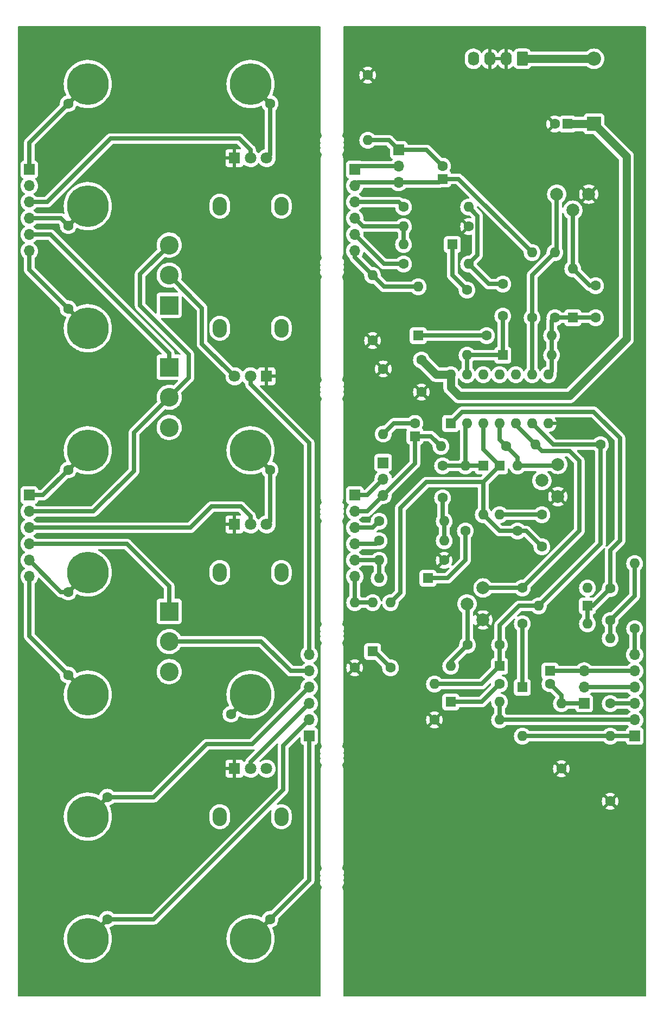
<source format=gtl>
%TF.GenerationSoftware,KiCad,Pcbnew,(6.0.6-0)*%
%TF.CreationDate,2022-09-03T02:13:52+01:00*%
%TF.ProjectId,serge-r5-triple-wave-shaper,73657267-652d-4723-952d-747269706c65,rev?*%
%TF.SameCoordinates,Original*%
%TF.FileFunction,Copper,L1,Top*%
%TF.FilePolarity,Positive*%
%FSLAX46Y46*%
G04 Gerber Fmt 4.6, Leading zero omitted, Abs format (unit mm)*
G04 Created by KiCad (PCBNEW (6.0.6-0)) date 2022-09-03 02:13:52*
%MOMM*%
%LPD*%
G01*
G04 APERTURE LIST*
G04 Aperture macros list*
%AMRoundRect*
0 Rectangle with rounded corners*
0 $1 Rounding radius*
0 $2 $3 $4 $5 $6 $7 $8 $9 X,Y pos of 4 corners*
0 Add a 4 corners polygon primitive as box body*
4,1,4,$2,$3,$4,$5,$6,$7,$8,$9,$2,$3,0*
0 Add four circle primitives for the rounded corners*
1,1,$1+$1,$2,$3*
1,1,$1+$1,$4,$5*
1,1,$1+$1,$6,$7*
1,1,$1+$1,$8,$9*
0 Add four rect primitives between the rounded corners*
20,1,$1+$1,$2,$3,$4,$5,0*
20,1,$1+$1,$4,$5,$6,$7,0*
20,1,$1+$1,$6,$7,$8,$9,0*
20,1,$1+$1,$8,$9,$2,$3,0*%
G04 Aperture macros list end*
%TA.AperFunction,ComponentPad*%
%ADD10R,2.200000X2.200000*%
%TD*%
%TA.AperFunction,ComponentPad*%
%ADD11O,2.200000X2.200000*%
%TD*%
%TA.AperFunction,ComponentPad*%
%ADD12C,1.600000*%
%TD*%
%TA.AperFunction,ComponentPad*%
%ADD13O,1.600000X1.600000*%
%TD*%
%TA.AperFunction,ComponentPad*%
%ADD14C,2.000000*%
%TD*%
%TA.AperFunction,ComponentPad*%
%ADD15R,1.600000X1.600000*%
%TD*%
%TA.AperFunction,ComponentPad*%
%ADD16RoundRect,0.250000X0.620000X0.845000X-0.620000X0.845000X-0.620000X-0.845000X0.620000X-0.845000X0*%
%TD*%
%TA.AperFunction,ComponentPad*%
%ADD17O,1.740000X2.190000*%
%TD*%
%TA.AperFunction,ComponentPad*%
%ADD18R,1.700000X1.700000*%
%TD*%
%TA.AperFunction,ComponentPad*%
%ADD19O,1.700000X1.700000*%
%TD*%
%TA.AperFunction,ComponentPad*%
%ADD20C,6.500000*%
%TD*%
%TA.AperFunction,ComponentPad*%
%ADD21O,2.200000X2.900000*%
%TD*%
%TA.AperFunction,ComponentPad*%
%ADD22R,1.800000X1.800000*%
%TD*%
%TA.AperFunction,ComponentPad*%
%ADD23C,1.800000*%
%TD*%
%TA.AperFunction,ComponentPad*%
%ADD24R,2.921000X2.921000*%
%TD*%
%TA.AperFunction,ComponentPad*%
%ADD25C,2.921000*%
%TD*%
%TA.AperFunction,Conductor*%
%ADD26C,0.635000*%
%TD*%
%TA.AperFunction,Conductor*%
%ADD27C,1.270000*%
%TD*%
G04 APERTURE END LIST*
D10*
%TO.P,D13,1,K*%
%TO.N,+12V*%
X115824000Y-46228000D03*
D11*
%TO.P,D13,2,A*%
%TO.N,Net-(D13-Pad2)*%
X115824000Y-36068000D03*
%TD*%
D12*
%TO.P,R16,1*%
%TO.N,GND*%
X110744000Y-146812000D03*
D13*
%TO.P,R16,2*%
%TO.N,Net-(C5-Pad2)*%
X110744000Y-136652000D03*
%TD*%
D14*
%TO.P,RV7,1,1*%
%TO.N,GND*%
X110196000Y-104354000D03*
%TO.P,RV7,2,2*%
%TO.N,Net-(C9-Pad2)*%
X107696000Y-101854000D03*
%TO.P,RV7,3,3*%
%TO.N,Net-(R25-Pad2)*%
X110196000Y-99354000D03*
%TD*%
D12*
%TO.P,R23,1*%
%TO.N,Net-(D10-Pad1)*%
X95758000Y-109728000D03*
D13*
%TO.P,R23,2*%
%TO.N,Net-(C7-Pad2)*%
X95758000Y-99568000D03*
%TD*%
D12*
%TO.P,R13,1*%
%TO.N,Net-(C3-Pad1)*%
X116840000Y-96266000D03*
D13*
%TO.P,R13,2*%
%TO.N,Net-(R13-Pad2)*%
X106680000Y-96266000D03*
%TD*%
D12*
%TO.P,R1,1*%
%TO.N,GND*%
X90932000Y-139192000D03*
D13*
%TO.P,R1,2*%
%TO.N,Net-(D1-Pad2)*%
X101092000Y-139192000D03*
%TD*%
D15*
%TO.P,D8,1,K*%
%TO.N,Net-(C4-Pad1)*%
X112522000Y-76454000D03*
D13*
%TO.P,D8,2,A*%
%TO.N,Net-(C4-Pad2)*%
X112522000Y-68834000D03*
%TD*%
D12*
%TO.P,R10,1*%
%TO.N,Net-(J12-Pad5)*%
X86106000Y-68072000D03*
D13*
%TO.P,R10,2*%
%TO.N,Net-(C2-Pad1)*%
X96266000Y-68072000D03*
%TD*%
D12*
%TO.P,R27,1*%
%TO.N,GND*%
X82931000Y-84455000D03*
D13*
%TO.P,R27,2*%
%TO.N,Net-(C11-Pad2)*%
X82931000Y-94615000D03*
%TD*%
D12*
%TO.P,R21,1*%
%TO.N,Net-(J18-Pad3)*%
X82296000Y-108204000D03*
D13*
%TO.P,R21,2*%
%TO.N,Net-(C7-Pad1)*%
X92456000Y-108204000D03*
%TD*%
D15*
%TO.P,D2,1,K*%
%TO.N,Net-(D2-Pad1)*%
X104648000Y-134112000D03*
D13*
%TO.P,D2,2,A*%
%TO.N,Net-(D2-Pad2)*%
X104648000Y-141732000D03*
%TD*%
D12*
%TO.P,R11,1*%
%TO.N,Net-(D4-Pad1)*%
X96012000Y-72136000D03*
D13*
%TO.P,R11,2*%
%TO.N,Net-(C2-Pad2)*%
X96012000Y-82296000D03*
%TD*%
D12*
%TO.P,C1,1*%
%TO.N,Net-(C1-Pad1)*%
X118364000Y-123698000D03*
%TO.P,C1,2*%
%TO.N,Net-(C1-Pad2)*%
X118364000Y-118698000D03*
%TD*%
%TO.P,R17,1*%
%TO.N,Net-(R14-Pad2)*%
X106172000Y-76454000D03*
D13*
%TO.P,R17,2*%
%TO.N,Net-(C6-Pad1)*%
X106172000Y-66294000D03*
%TD*%
D12*
%TO.P,R26,1*%
%TO.N,Net-(R25-Pad2)*%
X102108000Y-96520000D03*
D13*
%TO.P,R26,2*%
%TO.N,Net-(C11-Pad1)*%
X91948000Y-96520000D03*
%TD*%
D15*
%TO.P,D3,1,K*%
%TO.N,Net-(D3-Pad1)*%
X88392000Y-79248000D03*
D13*
%TO.P,D3,2,A*%
%TO.N,Net-(D3-Pad2)*%
X88392000Y-71628000D03*
%TD*%
D16*
%TO.P,J19,1,+12V*%
%TO.N,Net-(D13-Pad2)*%
X104648000Y-36068000D03*
D17*
%TO.P,J19,2,GND*%
%TO.N,GND*%
X102108000Y-36068000D03*
%TO.P,J19,3,GND*%
X99568000Y-36068000D03*
%TO.P,J19,4,-12V*%
%TO.N,unconnected-(J19-Pad4)*%
X97028000Y-36068000D03*
%TD*%
D12*
%TO.P,R4,1*%
%TO.N,Net-(J10-Pad6)*%
X122174000Y-124968000D03*
D13*
%TO.P,R4,2*%
%TO.N,Net-(C1-Pad1)*%
X122174000Y-114808000D03*
%TD*%
D12*
%TO.P,R8,1*%
%TO.N,Net-(D1-Pad1)*%
X101092000Y-133604000D03*
D13*
%TO.P,R8,2*%
%TO.N,Net-(C3-Pad1)*%
X90932000Y-133604000D03*
%TD*%
D12*
%TO.P,R15,1*%
%TO.N,Net-(R13-Pad2)*%
X104648000Y-118618000D03*
D13*
%TO.P,R15,2*%
%TO.N,Net-(C5-Pad1)*%
X114808000Y-118618000D03*
%TD*%
D12*
%TO.P,C4,1*%
%TO.N,Net-(C4-Pad1)*%
X116078000Y-76454000D03*
%TO.P,C4,2*%
%TO.N,Net-(C4-Pad2)*%
X116078000Y-71454000D03*
%TD*%
D18*
%TO.P,JP3,1,A*%
%TO.N,Net-(C11-Pad2)*%
X82931000Y-99075000D03*
D19*
%TO.P,JP3,2,C*%
%TO.N,Net-(J18-Pad1)*%
X82931000Y-101615000D03*
%TO.P,JP3,3,B*%
%TO.N,Net-(C11-Pad1)*%
X82931000Y-104155000D03*
%TD*%
D15*
%TO.P,D6,1,K*%
%TO.N,Net-(C3-Pad1)*%
X101092000Y-130810000D03*
D13*
%TO.P,D6,2,A*%
%TO.N,Net-(C3-Pad2)*%
X93472000Y-130810000D03*
%TD*%
D18*
%TO.P,J11,1,Pin_1*%
%TO.N,Net-(J11-Pad1)*%
X27686000Y-53340000D03*
D19*
%TO.P,J11,2,Pin_2*%
%TO.N,Net-(J11-Pad2)*%
X27686000Y-55880000D03*
%TO.P,J11,3,Pin_3*%
%TO.N,Net-(J11-Pad3)*%
X27686000Y-58420000D03*
%TO.P,J11,4,Pin_4*%
%TO.N,Net-(J11-Pad4)*%
X27686000Y-60960000D03*
%TO.P,J11,5,Pin_5*%
%TO.N,Net-(J11-Pad5)*%
X27686000Y-63500000D03*
%TO.P,J11,6,Pin_6*%
%TO.N,Net-(J11-Pad6)*%
X27686000Y-66040000D03*
%TD*%
D12*
%TO.P,C9,1*%
%TO.N,Net-(C9-Pad1)*%
X107696000Y-112188000D03*
%TO.P,C9,2*%
%TO.N,Net-(C9-Pad2)*%
X107696000Y-107188000D03*
%TD*%
%TO.P,C3,1*%
%TO.N,Net-(C3-Pad1)*%
X101092000Y-127508000D03*
%TO.P,C3,2*%
%TO.N,Net-(C3-Pad2)*%
X96092000Y-127508000D03*
%TD*%
%TO.P,R22,1*%
%TO.N,Net-(J18-Pad4)*%
X82296000Y-111252000D03*
D13*
%TO.P,R22,2*%
%TO.N,Net-(C7-Pad1)*%
X92456000Y-111252000D03*
%TD*%
D14*
%TO.P,RV5,1,1*%
%TO.N,GND*%
X115022000Y-57190000D03*
%TO.P,RV5,2,2*%
%TO.N,Net-(C4-Pad2)*%
X112522000Y-59690000D03*
%TO.P,RV5,3,3*%
%TO.N,Net-(R14-Pad2)*%
X110022000Y-57190000D03*
%TD*%
D15*
%TO.P,C10,1*%
%TO.N,+12V*%
X111699112Y-46228000D03*
D12*
%TO.P,C10,2*%
%TO.N,GND*%
X109699112Y-46228000D03*
%TD*%
%TO.P,R19,1*%
%TO.N,GND*%
X78486000Y-131064000D03*
D13*
%TO.P,R19,2*%
%TO.N,Net-(D9-Pad2)*%
X78486000Y-120904000D03*
%TD*%
D15*
%TO.P,D7,1,K*%
%TO.N,Net-(C2-Pad2)*%
X101600000Y-82296000D03*
D13*
%TO.P,D7,2,A*%
%TO.N,Net-(C4-Pad1)*%
X109220000Y-82296000D03*
%TD*%
D12*
%TO.P,R24,1*%
%TO.N,Net-(D9-Pad1)*%
X84074000Y-131064000D03*
D13*
%TO.P,R24,2*%
%TO.N,Net-(C9-Pad1)*%
X84074000Y-120904000D03*
%TD*%
D12*
%TO.P,R9,1*%
%TO.N,Net-(J12-Pad3)*%
X86106000Y-59182000D03*
D13*
%TO.P,R9,2*%
%TO.N,Net-(C2-Pad1)*%
X96266000Y-59182000D03*
%TD*%
D15*
%TO.P,D4,1,K*%
%TO.N,Net-(D4-Pad1)*%
X93726000Y-65024000D03*
D13*
%TO.P,D4,2,A*%
%TO.N,Net-(D4-Pad2)*%
X86106000Y-65024000D03*
%TD*%
D15*
%TO.P,C11,1*%
%TO.N,Net-(C11-Pad1)*%
X87884000Y-94935113D03*
D12*
%TO.P,C11,2*%
%TO.N,Net-(C11-Pad2)*%
X87884000Y-92935113D03*
%TD*%
D15*
%TO.P,D10,1,K*%
%TO.N,Net-(D10-Pad1)*%
X89916000Y-117094000D03*
D13*
%TO.P,D10,2,A*%
%TO.N,Net-(D10-Pad2)*%
X82296000Y-117094000D03*
%TD*%
D18*
%TO.P,J17,1,Pin_1*%
%TO.N,Net-(J13-Pad1)*%
X27686000Y-104140000D03*
D19*
%TO.P,J17,2,Pin_2*%
%TO.N,Net-(J17-Pad2)*%
X27686000Y-106680000D03*
%TO.P,J17,3,Pin_3*%
%TO.N,Net-(J17-Pad3)*%
X27686000Y-109220000D03*
%TO.P,J17,4,Pin_4*%
%TO.N,Net-(J17-Pad4)*%
X27686000Y-111760000D03*
%TO.P,J17,5,Pin_5*%
%TO.N,Net-(J15-Pad1)*%
X27686000Y-114300000D03*
%TO.P,J17,6,Pin_6*%
%TO.N,Net-(J14-Pad1)*%
X27686000Y-116840000D03*
%TD*%
D18*
%TO.P,JP2,1,A*%
%TO.N,Net-(C6-Pad2)*%
X85344000Y-50292000D03*
D19*
%TO.P,JP2,2,C*%
%TO.N,Net-(J12-Pad1)*%
X85344000Y-52832000D03*
%TO.P,JP2,3,B*%
%TO.N,Net-(C6-Pad1)*%
X85344000Y-55372000D03*
%TD*%
D14*
%TO.P,RV4,1,1*%
%TO.N,GND*%
X98512000Y-123618000D03*
%TO.P,RV4,2,2*%
%TO.N,Net-(C3-Pad2)*%
X96012000Y-121118000D03*
%TO.P,RV4,3,3*%
%TO.N,Net-(R13-Pad2)*%
X98512000Y-118618000D03*
%TD*%
D12*
%TO.P,R18,1*%
%TO.N,GND*%
X80518000Y-38608000D03*
D13*
%TO.P,R18,2*%
%TO.N,Net-(C6-Pad2)*%
X80518000Y-48768000D03*
%TD*%
D12*
%TO.P,R7,1*%
%TO.N,Net-(D2-Pad1)*%
X104648000Y-124206000D03*
D13*
%TO.P,R7,2*%
%TO.N,Net-(C1-Pad2)*%
X114808000Y-124206000D03*
%TD*%
D15*
%TO.P,U1,1,+*%
%TO.N,Net-(C1-Pad2)*%
X93467000Y-92954000D03*
D13*
%TO.P,U1,2,+*%
%TO.N,Net-(C7-Pad2)*%
X96007000Y-92954000D03*
%TO.P,U1,3,-*%
%TO.N,Net-(C9-Pad1)*%
X98547000Y-92954000D03*
%TO.P,U1,4*%
%TO.N,Net-(R25-Pad2)*%
X101087000Y-92954000D03*
%TO.P,U1,5*%
%TO.N,Net-(R13-Pad2)*%
X103627000Y-92954000D03*
%TO.P,U1,6,-*%
%TO.N,Net-(C3-Pad1)*%
X106167000Y-92954000D03*
%TO.P,U1,7,GND*%
%TO.N,GND*%
X108707000Y-92954000D03*
%TO.P,U1,8,-*%
%TO.N,Net-(C4-Pad1)*%
X108707000Y-85334000D03*
%TO.P,U1,9*%
%TO.N,Net-(R14-Pad2)*%
X106167000Y-85334000D03*
%TO.P,U1,10*%
%TO.N,unconnected-(U1-Pad10)*%
X103627000Y-85334000D03*
%TO.P,U1,11,-*%
%TO.N,unconnected-(U1-Pad11)*%
X101087000Y-85334000D03*
%TO.P,U1,12,+*%
%TO.N,unconnected-(U1-Pad12)*%
X98547000Y-85334000D03*
%TO.P,U1,13,+*%
%TO.N,Net-(C2-Pad2)*%
X96007000Y-85334000D03*
%TO.P,U1,14,V+*%
%TO.N,+12V*%
X93467000Y-85334000D03*
%TD*%
D12*
%TO.P,R3,1*%
%TO.N,Net-(J10-Pad3)*%
X118364000Y-136652000D03*
D13*
%TO.P,R3,2*%
%TO.N,Net-(C1-Pad1)*%
X118364000Y-126492000D03*
%TD*%
D12*
%TO.P,R2,1*%
%TO.N,GND*%
X118364000Y-151892000D03*
D13*
%TO.P,R2,2*%
%TO.N,Net-(D2-Pad2)*%
X118364000Y-141732000D03*
%TD*%
D15*
%TO.P,C5,1*%
%TO.N,Net-(C5-Pad1)*%
X108966000Y-131572000D03*
D12*
%TO.P,C5,2*%
%TO.N,Net-(C5-Pad2)*%
X108966000Y-133572000D03*
%TD*%
D15*
%TO.P,D1,1,K*%
%TO.N,Net-(D1-Pad1)*%
X93472000Y-136398000D03*
D13*
%TO.P,D1,2,A*%
%TO.N,Net-(D1-Pad2)*%
X101092000Y-136398000D03*
%TD*%
D12*
%TO.P,R14,1*%
%TO.N,Net-(C4-Pad1)*%
X109728000Y-76454000D03*
D13*
%TO.P,R14,2*%
%TO.N,Net-(R14-Pad2)*%
X109728000Y-66294000D03*
%TD*%
D12*
%TO.P,C8,1*%
%TO.N,+12V*%
X88900000Y-83058000D03*
%TO.P,C8,2*%
%TO.N,GND*%
X88900000Y-88058000D03*
%TD*%
%TO.P,C7,1*%
%TO.N,Net-(C7-Pad1)*%
X92202000Y-104568000D03*
%TO.P,C7,2*%
%TO.N,Net-(C7-Pad2)*%
X92202000Y-99568000D03*
%TD*%
%TO.P,R25,1*%
%TO.N,Net-(C9-Pad1)*%
X103886000Y-109728000D03*
D13*
%TO.P,R25,2*%
%TO.N,Net-(R25-Pad2)*%
X103886000Y-99568000D03*
%TD*%
D18*
%TO.P,JP1,1,A*%
%TO.N,Net-(C5-Pad2)*%
X114300000Y-136652000D03*
D19*
%TO.P,JP1,2,C*%
%TO.N,Net-(J10-Pad4)*%
X114300000Y-134112000D03*
%TO.P,JP1,3,B*%
%TO.N,Net-(C5-Pad1)*%
X114300000Y-131572000D03*
%TD*%
D12*
%TO.P,R12,1*%
%TO.N,Net-(D3-Pad1)*%
X99060000Y-79248000D03*
D13*
%TO.P,R12,2*%
%TO.N,Net-(C4-Pad1)*%
X109220000Y-79248000D03*
%TD*%
D18*
%TO.P,J9,1,Pin_1*%
%TO.N,Net-(J3-Pad1)*%
X71374000Y-141732000D03*
D19*
%TO.P,J9,2,Pin_2*%
%TO.N,Net-(J2-Pad1)*%
X71374000Y-139192000D03*
%TO.P,J9,3,Pin_3*%
%TO.N,Net-(J9-Pad3)*%
X71374000Y-136652000D03*
%TO.P,J9,4,Pin_4*%
%TO.N,Net-(J1-Pad1)*%
X71374000Y-134112000D03*
%TO.P,J9,5,Pin_5*%
%TO.N,Net-(J9-Pad5)*%
X71374000Y-131572000D03*
%TO.P,J9,6,Pin_6*%
%TO.N,Net-(J9-Pad6)*%
X71374000Y-129032000D03*
%TD*%
D15*
%TO.P,D12,1,K*%
%TO.N,Net-(C9-Pad1)*%
X101092000Y-99568000D03*
D13*
%TO.P,D12,2,A*%
%TO.N,Net-(C9-Pad2)*%
X101092000Y-107188000D03*
%TD*%
D15*
%TO.P,D5,1,K*%
%TO.N,Net-(C1-Pad2)*%
X114808000Y-121412000D03*
D13*
%TO.P,D5,2,A*%
%TO.N,Net-(C3-Pad1)*%
X107188000Y-121412000D03*
%TD*%
D12*
%TO.P,R5,1*%
%TO.N,GND*%
X81280000Y-80010000D03*
D13*
%TO.P,R5,2*%
%TO.N,Net-(D3-Pad2)*%
X81280000Y-69850000D03*
%TD*%
D15*
%TO.P,C6,1*%
%TO.N,Net-(C6-Pad1)*%
X92202000Y-54803113D03*
D12*
%TO.P,C6,2*%
%TO.N,Net-(C6-Pad2)*%
X92202000Y-52803113D03*
%TD*%
%TO.P,C2,1*%
%TO.N,Net-(C2-Pad1)*%
X101600000Y-71200000D03*
%TO.P,C2,2*%
%TO.N,Net-(C2-Pad2)*%
X101600000Y-76200000D03*
%TD*%
%TO.P,R20,1*%
%TO.N,GND*%
X92456000Y-114300000D03*
D13*
%TO.P,R20,2*%
%TO.N,Net-(D10-Pad2)*%
X82296000Y-114300000D03*
%TD*%
D15*
%TO.P,D11,1,K*%
%TO.N,Net-(C7-Pad2)*%
X98552000Y-99568000D03*
D13*
%TO.P,D11,2,A*%
%TO.N,Net-(C9-Pad1)*%
X98552000Y-107188000D03*
%TD*%
D12*
%TO.P,R6,1*%
%TO.N,GND*%
X96266000Y-62230000D03*
D13*
%TO.P,R6,2*%
%TO.N,Net-(D4-Pad2)*%
X86106000Y-62230000D03*
%TD*%
D15*
%TO.P,D9,1,K*%
%TO.N,Net-(D9-Pad1)*%
X81280000Y-128524000D03*
D13*
%TO.P,D9,2,A*%
%TO.N,Net-(D9-Pad2)*%
X81280000Y-120904000D03*
%TD*%
D20*
%TO.P,J6,1*%
%TO.N,Net-(J11-Pad6)*%
X36830000Y-78105000D03*
D12*
X33782000Y-75057000D03*
%TD*%
D18*
%TO.P,J12,1,Pin_1*%
%TO.N,Net-(J12-Pad1)*%
X78486000Y-53340000D03*
D19*
%TO.P,J12,2,Pin_2*%
%TO.N,Net-(C6-Pad1)*%
X78486000Y-55880000D03*
%TO.P,J12,3,Pin_3*%
%TO.N,Net-(J12-Pad3)*%
X78486000Y-58420000D03*
%TO.P,J12,4,Pin_4*%
%TO.N,Net-(D4-Pad2)*%
X78486000Y-60960000D03*
%TO.P,J12,5,Pin_5*%
%TO.N,Net-(J12-Pad5)*%
X78486000Y-63500000D03*
%TO.P,J12,6,Pin_6*%
%TO.N,Net-(D3-Pad2)*%
X78486000Y-66040000D03*
%TD*%
D18*
%TO.P,J18,1,Pin_1*%
%TO.N,Net-(J18-Pad1)*%
X78486000Y-104140000D03*
D19*
%TO.P,J18,2,Pin_2*%
%TO.N,Net-(C11-Pad1)*%
X78486000Y-106680000D03*
%TO.P,J18,3,Pin_3*%
%TO.N,Net-(J18-Pad3)*%
X78486000Y-109220000D03*
%TO.P,J18,4,Pin_4*%
%TO.N,Net-(J18-Pad4)*%
X78486000Y-111760000D03*
%TO.P,J18,5,Pin_5*%
%TO.N,Net-(D10-Pad2)*%
X78486000Y-114300000D03*
%TO.P,J18,6,Pin_6*%
%TO.N,Net-(D9-Pad2)*%
X78486000Y-116840000D03*
%TD*%
D21*
%TO.P,RV6,*%
%TO.N,*%
X57430000Y-116205000D03*
X67030000Y-116205000D03*
D22*
%TO.P,RV6,1,1*%
%TO.N,GND*%
X59730000Y-108705000D03*
D23*
%TO.P,RV6,2,2*%
%TO.N,Net-(J17-Pad3)*%
X62230000Y-108705000D03*
%TO.P,RV6,3,3*%
%TO.N,Net-(J16-Pad1)*%
X64730000Y-108705000D03*
%TD*%
D12*
%TO.P,J16,1*%
%TO.N,Net-(J16-Pad1)*%
X65278000Y-100203000D03*
D20*
X62230000Y-97155000D03*
%TD*%
%TO.P,J3,1*%
%TO.N,Net-(J3-Pad1)*%
X62230000Y-173355000D03*
D12*
X65278000Y-170307000D03*
%TD*%
D24*
%TO.P,SW2,1,A*%
%TO.N,Net-(J11-Pad5)*%
X49530000Y-84175600D03*
D25*
%TO.P,SW2,2,B*%
%TO.N,Net-(J17-Pad2)*%
X49530000Y-88874600D03*
%TO.P,SW2,3,C*%
%TO.N,unconnected-(SW2-Pad3)*%
X49530000Y-93573600D03*
%TD*%
D24*
%TO.P,SW3,1,A*%
%TO.N,Net-(J17-Pad4)*%
X49530000Y-122275600D03*
D25*
%TO.P,SW3,2,B*%
%TO.N,Net-(J9-Pad5)*%
X49530000Y-126974600D03*
%TO.P,SW3,3,C*%
%TO.N,unconnected-(SW3-Pad3)*%
X49530000Y-131673600D03*
%TD*%
D12*
%TO.P,J4,1*%
%TO.N,Net-(J4-Pad1)*%
X59182000Y-138303000D03*
D20*
X62230000Y-135255000D03*
%TD*%
%TO.P,J15,1*%
%TO.N,Net-(J15-Pad1)*%
X36830000Y-116205000D03*
D12*
X33782000Y-119253000D03*
%TD*%
%TO.P,J1,1*%
%TO.N,Net-(J1-Pad1)*%
X39878000Y-151257000D03*
D20*
X36830000Y-154305000D03*
%TD*%
D12*
%TO.P,J5,1*%
%TO.N,Net-(J11-Pad1)*%
X33782000Y-43053000D03*
D20*
X36830000Y-40005000D03*
%TD*%
%TO.P,J13,1*%
%TO.N,Net-(J13-Pad1)*%
X36830000Y-97155000D03*
D12*
X33782000Y-100203000D03*
%TD*%
%TO.P,J7,1*%
%TO.N,Net-(J11-Pad4)*%
X33782000Y-62103000D03*
D20*
X36830000Y-59055000D03*
%TD*%
D21*
%TO.P,RV2,*%
%TO.N,*%
X57430000Y-78105000D03*
X67030000Y-78105000D03*
D22*
%TO.P,RV2,1,1*%
%TO.N,GND*%
X64730000Y-85605000D03*
D23*
%TO.P,RV2,2,2*%
%TO.N,Net-(J9-Pad6)*%
X62230000Y-85605000D03*
%TO.P,RV2,3,3*%
%TO.N,Net-(RV2-Pad3)*%
X59730000Y-85605000D03*
%TD*%
D24*
%TO.P,SW1,1,A*%
%TO.N,Net-(J11-Pad2)*%
X49530000Y-74523600D03*
D25*
%TO.P,SW1,2,B*%
%TO.N,Net-(RV2-Pad3)*%
X49530000Y-69824600D03*
%TO.P,SW1,3,C*%
%TO.N,Net-(J17-Pad2)*%
X49530000Y-65125600D03*
%TD*%
D12*
%TO.P,J14,1*%
%TO.N,Net-(J14-Pad1)*%
X33782000Y-132207000D03*
D20*
X36830000Y-135255000D03*
%TD*%
D12*
%TO.P,J8,1*%
%TO.N,Net-(J8-Pad1)*%
X65278000Y-43053000D03*
D20*
X62230000Y-40005000D03*
%TD*%
D21*
%TO.P,RV1,*%
%TO.N,*%
X67030000Y-154305000D03*
X57430000Y-154305000D03*
D22*
%TO.P,RV1,1,1*%
%TO.N,GND*%
X59730000Y-146805000D03*
D23*
%TO.P,RV1,2,2*%
%TO.N,Net-(J9-Pad3)*%
X62230000Y-146805000D03*
%TO.P,RV1,3,3*%
%TO.N,Net-(J4-Pad1)*%
X64730000Y-146805000D03*
%TD*%
D21*
%TO.P,RV3,*%
%TO.N,*%
X67030000Y-59055000D03*
X57430000Y-59055000D03*
D22*
%TO.P,RV3,1,1*%
%TO.N,GND*%
X59730000Y-51555000D03*
D23*
%TO.P,RV3,2,2*%
%TO.N,Net-(J11-Pad3)*%
X62230000Y-51555000D03*
%TO.P,RV3,3,3*%
%TO.N,Net-(J8-Pad1)*%
X64730000Y-51555000D03*
%TD*%
D12*
%TO.P,J2,1*%
%TO.N,Net-(J2-Pad1)*%
X39878000Y-170307000D03*
D20*
X36830000Y-173355000D03*
%TD*%
D18*
%TO.P,J10,1,Pin_1*%
%TO.N,Net-(D2-Pad2)*%
X122174000Y-141732000D03*
D19*
%TO.P,J10,2,Pin_2*%
%TO.N,Net-(D1-Pad2)*%
X122174000Y-139192000D03*
%TO.P,J10,3,Pin_3*%
%TO.N,Net-(J10-Pad3)*%
X122174000Y-136652000D03*
%TO.P,J10,4,Pin_4*%
%TO.N,Net-(J10-Pad4)*%
X122174000Y-134112000D03*
%TO.P,J10,5,Pin_5*%
%TO.N,Net-(C5-Pad1)*%
X122174000Y-131572000D03*
%TO.P,J10,6,Pin_6*%
%TO.N,Net-(J10-Pad6)*%
X122174000Y-129032000D03*
%TD*%
D26*
%TO.N,Net-(C1-Pad1)*%
X122174000Y-119888000D02*
X122174000Y-114808000D01*
X118364000Y-126492000D02*
X118364000Y-123698000D01*
X118364000Y-123698000D02*
X122174000Y-119888000D01*
%TO.N,Net-(C2-Pad1)*%
X96266000Y-68072000D02*
X97637500Y-66700500D01*
X97637500Y-66700500D02*
X97637500Y-60553500D01*
X96266000Y-68072000D02*
X99394000Y-71200000D01*
X97637500Y-60553500D02*
X96266000Y-59182000D01*
X99394000Y-71200000D02*
X101600000Y-71200000D01*
%TO.N,Net-(C2-Pad2)*%
X101600000Y-76200000D02*
X101600000Y-82296000D01*
X96012000Y-82296000D02*
X101600000Y-82296000D01*
X96007000Y-82301000D02*
X96012000Y-82296000D01*
X96007000Y-85334000D02*
X96007000Y-82301000D01*
%TO.N,Net-(C3-Pad1)*%
X101092000Y-127508000D02*
X101092000Y-124460000D01*
X106167000Y-92954000D02*
X109479000Y-96266000D01*
X101092000Y-124460000D02*
X104140000Y-121412000D01*
X104140000Y-121412000D02*
X107188000Y-121412000D01*
X116840000Y-111760000D02*
X107188000Y-121412000D01*
X98298000Y-133604000D02*
X101092000Y-130810000D01*
X116840000Y-96266000D02*
X116840000Y-111760000D01*
X101092000Y-127508000D02*
X101092000Y-130810000D01*
X90932000Y-133604000D02*
X98298000Y-133604000D01*
X109479000Y-96266000D02*
X116840000Y-96266000D01*
%TO.N,Net-(C3-Pad2)*%
X93472000Y-130128000D02*
X96092000Y-127508000D01*
X96092000Y-121198000D02*
X96012000Y-121118000D01*
X96092000Y-127508000D02*
X96092000Y-121198000D01*
X93472000Y-130810000D02*
X93472000Y-130128000D01*
%TO.N,Net-(C4-Pad1)*%
X109220000Y-79248000D02*
X109220000Y-76962000D01*
X109728000Y-76454000D02*
X112522000Y-76454000D01*
X109220000Y-76962000D02*
X109728000Y-76454000D01*
X109220000Y-84821000D02*
X108707000Y-85334000D01*
X109220000Y-82296000D02*
X109220000Y-84821000D01*
X109220000Y-79248000D02*
X109220000Y-82296000D01*
X112522000Y-76454000D02*
X116078000Y-76454000D01*
%TO.N,Net-(C4-Pad2)*%
X115142000Y-71454000D02*
X112522000Y-68834000D01*
X112522000Y-68834000D02*
X112522000Y-59690000D01*
X116078000Y-71454000D02*
X115142000Y-71454000D01*
%TO.N,Net-(C5-Pad1)*%
X108966000Y-131572000D02*
X122174000Y-131572000D01*
%TO.N,Net-(C5-Pad2)*%
X110744000Y-136652000D02*
X110744000Y-135350000D01*
X114300000Y-136652000D02*
X110744000Y-136652000D01*
X110744000Y-135350000D02*
X108966000Y-133572000D01*
%TO.N,Net-(C6-Pad1)*%
X85344000Y-55372000D02*
X91633113Y-55372000D01*
X85344000Y-55372000D02*
X78994000Y-55372000D01*
X91633113Y-55372000D02*
X92202000Y-54803113D01*
X78994000Y-55372000D02*
X78486000Y-55880000D01*
X92202000Y-54803113D02*
X94681113Y-54803113D01*
X94681113Y-54803113D02*
X106172000Y-66294000D01*
%TO.N,Net-(C6-Pad2)*%
X89690887Y-50292000D02*
X92202000Y-52803113D01*
X83820000Y-48768000D02*
X85344000Y-50292000D01*
X80518000Y-48768000D02*
X83820000Y-48768000D01*
X85344000Y-50292000D02*
X89690887Y-50292000D01*
%TO.N,Net-(C7-Pad1)*%
X92456000Y-111252000D02*
X92456000Y-108204000D01*
X92202000Y-104568000D02*
X92202000Y-107950000D01*
X92202000Y-107950000D02*
X92456000Y-108204000D01*
%TO.N,Net-(C7-Pad2)*%
X98552000Y-99568000D02*
X95758000Y-99568000D01*
X92202000Y-99568000D02*
X95758000Y-99568000D01*
X95758000Y-99568000D02*
X95758000Y-93203000D01*
X95758000Y-93203000D02*
X96007000Y-92954000D01*
D27*
%TO.N,+12V*%
X120904000Y-79756000D02*
X112014000Y-88646000D01*
X112014000Y-88646000D02*
X94742000Y-88646000D01*
X91176000Y-85334000D02*
X88900000Y-83058000D01*
X93467000Y-85334000D02*
X91176000Y-85334000D01*
X120904000Y-51308000D02*
X120904000Y-79756000D01*
X93467000Y-87371000D02*
X93467000Y-85334000D01*
X94742000Y-88646000D02*
X93467000Y-87371000D01*
X115824000Y-46228000D02*
X120904000Y-51308000D01*
X115824000Y-46228000D02*
X111699112Y-46228000D01*
D26*
%TO.N,Net-(C9-Pad1)*%
X98547000Y-97023000D02*
X101092000Y-99568000D01*
X98552000Y-102108000D02*
X101092000Y-99568000D01*
X105236000Y-109728000D02*
X107696000Y-112188000D01*
X98552000Y-107188000D02*
X98552000Y-102108000D01*
X98547000Y-92954000D02*
X98547000Y-97023000D01*
X103886000Y-109728000D02*
X105236000Y-109728000D01*
X84074000Y-120904000D02*
X85598000Y-119380000D01*
X89662000Y-102108000D02*
X98552000Y-102108000D01*
X85598000Y-106172000D02*
X89662000Y-102108000D01*
X103886000Y-109728000D02*
X101092000Y-109728000D01*
X85598000Y-119380000D02*
X85598000Y-106172000D01*
X101092000Y-109728000D02*
X98552000Y-107188000D01*
%TO.N,Net-(C9-Pad2)*%
X101092000Y-107188000D02*
X107696000Y-107188000D01*
%TO.N,Net-(C11-Pad1)*%
X78486000Y-106680000D02*
X80406000Y-106680000D01*
X87884000Y-94935113D02*
X90363113Y-94935113D01*
X87884000Y-99202000D02*
X87884000Y-94935113D01*
X90363113Y-94935113D02*
X91948000Y-96520000D01*
X82931000Y-104155000D02*
X87884000Y-99202000D01*
X80406000Y-106680000D02*
X82931000Y-104155000D01*
%TO.N,Net-(C11-Pad2)*%
X84610887Y-92935113D02*
X87884000Y-92935113D01*
X82931000Y-94615000D02*
X84610887Y-92935113D01*
%TO.N,Net-(D1-Pad1)*%
X93472000Y-136398000D02*
X98298000Y-136398000D01*
X98298000Y-136398000D02*
X101092000Y-133604000D01*
%TO.N,Net-(D1-Pad2)*%
X101092000Y-136398000D02*
X101092000Y-139192000D01*
X101092000Y-139192000D02*
X122174000Y-139192000D01*
%TO.N,Net-(D2-Pad1)*%
X104648000Y-134112000D02*
X104648000Y-124206000D01*
%TO.N,Net-(D2-Pad2)*%
X104648000Y-141732000D02*
X118364000Y-141732000D01*
X122174000Y-141732000D02*
X118364000Y-141732000D01*
%TO.N,Net-(D3-Pad1)*%
X88392000Y-79248000D02*
X99060000Y-79248000D01*
%TO.N,Net-(D3-Pad2)*%
X83058000Y-71628000D02*
X81280000Y-69850000D01*
X78486000Y-67056000D02*
X81280000Y-69850000D01*
X88392000Y-71628000D02*
X83058000Y-71628000D01*
X78486000Y-66040000D02*
X78486000Y-67056000D01*
%TO.N,Net-(D4-Pad1)*%
X93726000Y-69850000D02*
X93726000Y-65024000D01*
X96012000Y-72136000D02*
X93726000Y-69850000D01*
%TO.N,Net-(D9-Pad1)*%
X81280000Y-128524000D02*
X81534000Y-128524000D01*
X81534000Y-128524000D02*
X84074000Y-131064000D01*
%TO.N,Net-(D9-Pad2)*%
X78486000Y-120904000D02*
X81280000Y-120904000D01*
X78486000Y-116840000D02*
X78486000Y-120904000D01*
%TO.N,Net-(D10-Pad1)*%
X89916000Y-117094000D02*
X92964000Y-117094000D01*
X92964000Y-117094000D02*
X95758000Y-114300000D01*
X95758000Y-114300000D02*
X95758000Y-109728000D01*
D27*
%TO.N,Net-(D13-Pad2)*%
X104648000Y-36068000D02*
X115824000Y-36068000D01*
D26*
%TO.N,Net-(J4-Pad1)*%
X59182000Y-138303000D02*
X62230000Y-135255000D01*
%TO.N,Net-(J8-Pad1)*%
X65278000Y-43053000D02*
X65278000Y-51007000D01*
X65278000Y-51007000D02*
X64730000Y-51555000D01*
X62230000Y-40005000D02*
X65278000Y-43053000D01*
%TO.N,Net-(J13-Pad1)*%
X33782000Y-100203000D02*
X36830000Y-97155000D01*
X29845000Y-104140000D02*
X33782000Y-100203000D01*
X27686000Y-104140000D02*
X29845000Y-104140000D01*
%TO.N,Net-(J14-Pad1)*%
X33782000Y-132207000D02*
X36830000Y-135255000D01*
X27686000Y-116840000D02*
X27686000Y-126111000D01*
X27686000Y-126111000D02*
X33782000Y-132207000D01*
%TO.N,Net-(J15-Pad1)*%
X27686000Y-114300000D02*
X32639000Y-119253000D01*
X33782000Y-119253000D02*
X36830000Y-116205000D01*
X32639000Y-119253000D02*
X33782000Y-119253000D01*
%TO.N,Net-(J16-Pad1)*%
X65278000Y-108157000D02*
X64730000Y-108705000D01*
X65278000Y-100203000D02*
X65278000Y-108157000D01*
X62230000Y-97155000D02*
X65278000Y-100203000D01*
%TO.N,Net-(R13-Pad2)*%
X103627000Y-92954000D02*
X103627000Y-93213000D01*
X113538000Y-98806000D02*
X113538000Y-109728000D01*
X107711151Y-97266849D02*
X111998849Y-97266849D01*
X107696000Y-97282000D02*
X107711151Y-97266849D01*
X113538000Y-109728000D02*
X104648000Y-118618000D01*
X111998849Y-97266849D02*
X113538000Y-98806000D01*
X103627000Y-93213000D02*
X106680000Y-96266000D01*
X106680000Y-96266000D02*
X107696000Y-97282000D01*
X98512000Y-118618000D02*
X104648000Y-118618000D01*
%TO.N,Net-(R14-Pad2)*%
X106172000Y-76454000D02*
X106172000Y-69850000D01*
X106172000Y-69850000D02*
X109728000Y-66294000D01*
X106172000Y-85329000D02*
X106167000Y-85334000D01*
X110022000Y-57190000D02*
X110022000Y-66000000D01*
X106172000Y-76454000D02*
X106172000Y-85329000D01*
X110022000Y-66000000D02*
X109728000Y-66294000D01*
%TO.N,Net-(R25-Pad2)*%
X103886000Y-99568000D02*
X103886000Y-98298000D01*
X103886000Y-99568000D02*
X109982000Y-99568000D01*
X103886000Y-98298000D02*
X102108000Y-96520000D01*
X101087000Y-92954000D02*
X101087000Y-95499000D01*
X109982000Y-99568000D02*
X110196000Y-99354000D01*
X101087000Y-95499000D02*
X102108000Y-96520000D01*
%TO.N,Net-(RV2-Pad3)*%
X49530000Y-69824600D02*
X54660800Y-74955400D01*
X54660800Y-74955400D02*
X54660800Y-80535800D01*
X54660800Y-80535800D02*
X59730000Y-85605000D01*
%TO.N,Net-(J17-Pad3)*%
X62230000Y-107432208D02*
X62230000Y-108705000D01*
X56134000Y-105918000D02*
X60715792Y-105918000D01*
X60715792Y-105918000D02*
X62230000Y-107432208D01*
X52832000Y-109220000D02*
X56134000Y-105918000D01*
X27686000Y-109220000D02*
X52832000Y-109220000D01*
%TO.N,Net-(J18-Pad4)*%
X81788000Y-111760000D02*
X82296000Y-111252000D01*
X78486000Y-111760000D02*
X81788000Y-111760000D01*
%TO.N,Net-(J12-Pad5)*%
X78486000Y-63500000D02*
X83058000Y-68072000D01*
X83058000Y-68072000D02*
X86106000Y-68072000D01*
%TO.N,Net-(J11-Pad4)*%
X33782000Y-62103000D02*
X36830000Y-59055000D01*
X27686000Y-60960000D02*
X32639000Y-60960000D01*
X32639000Y-60960000D02*
X33782000Y-62103000D01*
%TO.N,Net-(J12-Pad3)*%
X78486000Y-58420000D02*
X85344000Y-58420000D01*
X85344000Y-58420000D02*
X86106000Y-59182000D01*
%TO.N,Net-(J2-Pad1)*%
X67310000Y-143256000D02*
X67310000Y-150114000D01*
X71374000Y-139192000D02*
X67310000Y-143256000D01*
X67310000Y-150114000D02*
X47117000Y-170307000D01*
X39878000Y-170307000D02*
X36830000Y-173355000D01*
X47117000Y-170307000D02*
X39878000Y-170307000D01*
%TO.N,Net-(J3-Pad1)*%
X65278000Y-170307000D02*
X62230000Y-173355000D01*
X71374000Y-141732000D02*
X71374000Y-164211000D01*
X65278000Y-170307000D02*
X71374000Y-164211000D01*
%TO.N,Net-(C1-Pad2)*%
X93467000Y-92954000D02*
X95279886Y-91141114D01*
X119888000Y-95250000D02*
X119888000Y-111252000D01*
X115650000Y-121412000D02*
X118364000Y-118698000D01*
X118364000Y-112776000D02*
X118364000Y-118698000D01*
X114808000Y-124206000D02*
X114808000Y-121412000D01*
X115779114Y-91141114D02*
X119888000Y-95250000D01*
X119888000Y-111252000D02*
X118364000Y-112776000D01*
X95279886Y-91141114D02*
X115779114Y-91141114D01*
X114808000Y-121412000D02*
X115650000Y-121412000D01*
%TO.N,Net-(D4-Pad2)*%
X78486000Y-60960000D02*
X79756000Y-62230000D01*
X86106000Y-65024000D02*
X86106000Y-62230000D01*
X79756000Y-62230000D02*
X86106000Y-62230000D01*
%TO.N,Net-(D10-Pad2)*%
X78486000Y-114300000D02*
X82296000Y-114300000D01*
X82296000Y-114300000D02*
X82296000Y-117094000D01*
%TO.N,Net-(J11-Pad1)*%
X27686000Y-49149000D02*
X33782000Y-43053000D01*
X27686000Y-49149000D02*
X27686000Y-53340000D01*
X33782000Y-43053000D02*
X36830000Y-40005000D01*
%TO.N,Net-(J11-Pad6)*%
X27686000Y-66040000D02*
X27686000Y-68961000D01*
X33782000Y-75057000D02*
X36830000Y-78105000D01*
X27686000Y-68961000D02*
X33782000Y-75057000D01*
%TO.N,Net-(J11-Pad3)*%
X62230000Y-50282208D02*
X62230000Y-51555000D01*
X30480000Y-58420000D02*
X40386000Y-48514000D01*
X60461792Y-48514000D02*
X62230000Y-50282208D01*
X27686000Y-58420000D02*
X30480000Y-58420000D01*
X40386000Y-48514000D02*
X60461792Y-48514000D01*
%TO.N,Net-(J11-Pad5)*%
X49530000Y-81991200D02*
X49530000Y-84175600D01*
X31038800Y-63500000D02*
X49530000Y-81991200D01*
X27686000Y-63500000D02*
X31038800Y-63500000D01*
%TO.N,Net-(J12-Pad1)*%
X78994000Y-52832000D02*
X78486000Y-53340000D01*
X85344000Y-52832000D02*
X78994000Y-52832000D01*
%TO.N,Net-(J17-Pad2)*%
X44043600Y-94361000D02*
X49530000Y-88874600D01*
X49530000Y-88874600D02*
X52603400Y-85801200D01*
X44043600Y-100355400D02*
X44043600Y-94361000D01*
X44983400Y-74574400D02*
X44983400Y-69672200D01*
X52603400Y-82194400D02*
X44983400Y-74574400D01*
X27686000Y-106680000D02*
X37719000Y-106680000D01*
X52603400Y-85801200D02*
X52603400Y-82194400D01*
X37719000Y-106680000D02*
X44043600Y-100355400D01*
X44983400Y-69672200D02*
X49530000Y-65125600D01*
%TO.N,Net-(J17-Pad4)*%
X42926000Y-111760000D02*
X49530000Y-118364000D01*
X27686000Y-111760000D02*
X42926000Y-111760000D01*
X49530000Y-118364000D02*
X49530000Y-122275600D01*
%TO.N,Net-(J18-Pad3)*%
X78486000Y-109220000D02*
X81280000Y-109220000D01*
X81280000Y-109220000D02*
X82296000Y-108204000D01*
%TO.N,Net-(J18-Pad1)*%
X80406000Y-104140000D02*
X82931000Y-101615000D01*
X78486000Y-104140000D02*
X80406000Y-104140000D01*
%TO.N,Net-(J1-Pad1)*%
X55372000Y-143002000D02*
X47117000Y-151257000D01*
X47117000Y-151257000D02*
X39878000Y-151257000D01*
X71374000Y-134112000D02*
X62484000Y-143002000D01*
X39878000Y-151257000D02*
X36830000Y-154305000D01*
X62484000Y-143002000D02*
X55372000Y-143002000D01*
%TO.N,Net-(J9-Pad3)*%
X62230000Y-146805000D02*
X62230000Y-145796000D01*
X62230000Y-145796000D02*
X71374000Y-136652000D01*
%TO.N,Net-(J9-Pad6)*%
X62230000Y-86877792D02*
X71374000Y-96021792D01*
X62230000Y-85605000D02*
X62230000Y-86877792D01*
X71374000Y-96021792D02*
X71374000Y-129032000D01*
%TO.N,Net-(J9-Pad5)*%
X71374000Y-131572000D02*
X68478400Y-131572000D01*
X68478400Y-131572000D02*
X63881000Y-126974600D01*
X63881000Y-126974600D02*
X49530000Y-126974600D01*
%TO.N,Net-(J10-Pad6)*%
X122174000Y-124968000D02*
X122174000Y-129032000D01*
%TO.N,Net-(J10-Pad4)*%
X114300000Y-134112000D02*
X122174000Y-134112000D01*
%TO.N,Net-(J10-Pad3)*%
X122174000Y-136652000D02*
X118364000Y-136652000D01*
%TD*%
%TA.AperFunction,Conductor*%
%TO.N,GND*%
G36*
X123795018Y-30990000D02*
G01*
X123809853Y-30992310D01*
X123809855Y-30992310D01*
X123818724Y-30993691D01*
X123824508Y-30992935D01*
X123890868Y-31013307D01*
X123936700Y-31067528D01*
X123945165Y-31108873D01*
X123946309Y-31108723D01*
X123946309Y-31108724D01*
X123946329Y-31108873D01*
X123950436Y-31140283D01*
X123951500Y-31156621D01*
X123951500Y-182195633D01*
X123950000Y-182215018D01*
X123946309Y-182238724D01*
X123947065Y-182244508D01*
X123926693Y-182310868D01*
X123872472Y-182356700D01*
X123831127Y-182365165D01*
X123831277Y-182366309D01*
X123831276Y-182366309D01*
X123799714Y-182370436D01*
X123783379Y-182371500D01*
X76884367Y-182371500D01*
X76864982Y-182370000D01*
X76850148Y-182367690D01*
X76850145Y-182367690D01*
X76841276Y-182366309D01*
X76836065Y-182366990D01*
X76769984Y-182346706D01*
X76724150Y-182292486D01*
X76713671Y-182249778D01*
X76713729Y-182245000D01*
X76709773Y-182217376D01*
X76708500Y-182199514D01*
X76708500Y-166169250D01*
X76710246Y-166148345D01*
X76712770Y-166133344D01*
X76712770Y-166133341D01*
X76713576Y-166128552D01*
X76713729Y-166116000D01*
X76712992Y-166110851D01*
X76712041Y-166101984D01*
X76695215Y-165866735D01*
X76694894Y-165862247D01*
X76640817Y-165613659D01*
X76551913Y-165375297D01*
X76528904Y-165333159D01*
X76513813Y-165263786D01*
X76538624Y-165197266D01*
X76548020Y-165186122D01*
X76636452Y-165092772D01*
X76636455Y-165092768D01*
X76641490Y-165087453D01*
X76730326Y-164934510D01*
X76781595Y-164765233D01*
X76792547Y-164588702D01*
X76762594Y-164414386D01*
X76704919Y-164278841D01*
X76696653Y-164208328D01*
X76711906Y-164166222D01*
X76726650Y-164140839D01*
X76726651Y-164140838D01*
X76730326Y-164134510D01*
X76781595Y-163965233D01*
X76792547Y-163788702D01*
X76762594Y-163614386D01*
X76704919Y-163478841D01*
X76696653Y-163408328D01*
X76711906Y-163366222D01*
X76726650Y-163340839D01*
X76726651Y-163340838D01*
X76730326Y-163334510D01*
X76738085Y-163308894D01*
X76779473Y-163172239D01*
X76781595Y-163165233D01*
X76792547Y-162988702D01*
X76775851Y-162891534D01*
X76763834Y-162821602D01*
X76763834Y-162821601D01*
X76762594Y-162814386D01*
X76693343Y-162651636D01*
X76689010Y-162645748D01*
X76689007Y-162645743D01*
X76592846Y-162515077D01*
X76588508Y-162509182D01*
X76557934Y-162483207D01*
X76518971Y-162423860D01*
X76518278Y-162352867D01*
X76528927Y-162326799D01*
X76549759Y-162288648D01*
X76549760Y-162288647D01*
X76551913Y-162284703D01*
X76640817Y-162046341D01*
X76694894Y-161797753D01*
X76710659Y-161577332D01*
X76712084Y-161565418D01*
X76712768Y-161561355D01*
X76712768Y-161561353D01*
X76713576Y-161556552D01*
X76713729Y-161544000D01*
X76709773Y-161516376D01*
X76708500Y-161498514D01*
X76708500Y-152978062D01*
X117642493Y-152978062D01*
X117651789Y-152990077D01*
X117702994Y-153025931D01*
X117712489Y-153031414D01*
X117909947Y-153123490D01*
X117920239Y-153127236D01*
X118130688Y-153183625D01*
X118141481Y-153185528D01*
X118358525Y-153204517D01*
X118369475Y-153204517D01*
X118586519Y-153185528D01*
X118597312Y-153183625D01*
X118807761Y-153127236D01*
X118818053Y-153123490D01*
X119015511Y-153031414D01*
X119025006Y-153025931D01*
X119077048Y-152989491D01*
X119085424Y-152979012D01*
X119078356Y-152965566D01*
X118376812Y-152264022D01*
X118362868Y-152256408D01*
X118361035Y-152256539D01*
X118354420Y-152260790D01*
X117648923Y-152966287D01*
X117642493Y-152978062D01*
X76708500Y-152978062D01*
X76708500Y-151897475D01*
X117051483Y-151897475D01*
X117070472Y-152114519D01*
X117072375Y-152125312D01*
X117128764Y-152335761D01*
X117132510Y-152346053D01*
X117224586Y-152543511D01*
X117230069Y-152553006D01*
X117266509Y-152605048D01*
X117276988Y-152613424D01*
X117290434Y-152606356D01*
X117991978Y-151904812D01*
X117998356Y-151893132D01*
X118728408Y-151893132D01*
X118728539Y-151894965D01*
X118732790Y-151901580D01*
X119438287Y-152607077D01*
X119450062Y-152613507D01*
X119462077Y-152604211D01*
X119497931Y-152553006D01*
X119503414Y-152543511D01*
X119595490Y-152346053D01*
X119599236Y-152335761D01*
X119655625Y-152125312D01*
X119657528Y-152114519D01*
X119676517Y-151897475D01*
X119676517Y-151886525D01*
X119657528Y-151669481D01*
X119655625Y-151658688D01*
X119599236Y-151448239D01*
X119595490Y-151437947D01*
X119503414Y-151240489D01*
X119497931Y-151230994D01*
X119461491Y-151178952D01*
X119451012Y-151170576D01*
X119437566Y-151177644D01*
X118736022Y-151879188D01*
X118728408Y-151893132D01*
X117998356Y-151893132D01*
X117999592Y-151890868D01*
X117999461Y-151889035D01*
X117995210Y-151882420D01*
X117289713Y-151176923D01*
X117277938Y-151170493D01*
X117265923Y-151179789D01*
X117230069Y-151230994D01*
X117224586Y-151240489D01*
X117132510Y-151437947D01*
X117128764Y-151448239D01*
X117072375Y-151658688D01*
X117070472Y-151669481D01*
X117051483Y-151886525D01*
X117051483Y-151897475D01*
X76708500Y-151897475D01*
X76708500Y-150804988D01*
X117642576Y-150804988D01*
X117649644Y-150818434D01*
X118351188Y-151519978D01*
X118365132Y-151527592D01*
X118366965Y-151527461D01*
X118373580Y-151523210D01*
X119079077Y-150817713D01*
X119085507Y-150805938D01*
X119076211Y-150793923D01*
X119025006Y-150758069D01*
X119015511Y-150752586D01*
X118818053Y-150660510D01*
X118807761Y-150656764D01*
X118597312Y-150600375D01*
X118586519Y-150598472D01*
X118369475Y-150579483D01*
X118358525Y-150579483D01*
X118141481Y-150598472D01*
X118130688Y-150600375D01*
X117920239Y-150656764D01*
X117909947Y-150660510D01*
X117712489Y-150752586D01*
X117702994Y-150758069D01*
X117650952Y-150794509D01*
X117642576Y-150804988D01*
X76708500Y-150804988D01*
X76708500Y-147898062D01*
X110022493Y-147898062D01*
X110031789Y-147910077D01*
X110082994Y-147945931D01*
X110092489Y-147951414D01*
X110289947Y-148043490D01*
X110300239Y-148047236D01*
X110510688Y-148103625D01*
X110521481Y-148105528D01*
X110738525Y-148124517D01*
X110749475Y-148124517D01*
X110966519Y-148105528D01*
X110977312Y-148103625D01*
X111187761Y-148047236D01*
X111198053Y-148043490D01*
X111395511Y-147951414D01*
X111405006Y-147945931D01*
X111457048Y-147909491D01*
X111465424Y-147899012D01*
X111458356Y-147885566D01*
X110756812Y-147184022D01*
X110742868Y-147176408D01*
X110741035Y-147176539D01*
X110734420Y-147180790D01*
X110028923Y-147886287D01*
X110022493Y-147898062D01*
X76708500Y-147898062D01*
X76708500Y-147119250D01*
X76710246Y-147098345D01*
X76712770Y-147083344D01*
X76712770Y-147083341D01*
X76713576Y-147078552D01*
X76713729Y-147066000D01*
X76712992Y-147060851D01*
X76712041Y-147051984D01*
X76695268Y-146817475D01*
X109431483Y-146817475D01*
X109450472Y-147034519D01*
X109452375Y-147045312D01*
X109508764Y-147255761D01*
X109512510Y-147266053D01*
X109604586Y-147463511D01*
X109610069Y-147473006D01*
X109646509Y-147525048D01*
X109656988Y-147533424D01*
X109670434Y-147526356D01*
X110371978Y-146824812D01*
X110378356Y-146813132D01*
X111108408Y-146813132D01*
X111108539Y-146814965D01*
X111112790Y-146821580D01*
X111818287Y-147527077D01*
X111830062Y-147533507D01*
X111842077Y-147524211D01*
X111877931Y-147473006D01*
X111883414Y-147463511D01*
X111975490Y-147266053D01*
X111979236Y-147255761D01*
X112035625Y-147045312D01*
X112037528Y-147034519D01*
X112056517Y-146817475D01*
X112056517Y-146806525D01*
X112037528Y-146589481D01*
X112035625Y-146578688D01*
X111979236Y-146368239D01*
X111975490Y-146357947D01*
X111883414Y-146160489D01*
X111877931Y-146150994D01*
X111841491Y-146098952D01*
X111831012Y-146090576D01*
X111817566Y-146097644D01*
X111116022Y-146799188D01*
X111108408Y-146813132D01*
X110378356Y-146813132D01*
X110379592Y-146810868D01*
X110379461Y-146809035D01*
X110375210Y-146802420D01*
X109669713Y-146096923D01*
X109657938Y-146090493D01*
X109645923Y-146099789D01*
X109610069Y-146150994D01*
X109604586Y-146160489D01*
X109512510Y-146357947D01*
X109508764Y-146368239D01*
X109452375Y-146578688D01*
X109450472Y-146589481D01*
X109431483Y-146806525D01*
X109431483Y-146817475D01*
X76695268Y-146817475D01*
X76695215Y-146816735D01*
X76694894Y-146812247D01*
X76652726Y-146618402D01*
X76641774Y-146568056D01*
X76641772Y-146568050D01*
X76640817Y-146563659D01*
X76551913Y-146325297D01*
X76528904Y-146283159D01*
X76513813Y-146213786D01*
X76538624Y-146147266D01*
X76548020Y-146136122D01*
X76636452Y-146042772D01*
X76636455Y-146042768D01*
X76641490Y-146037453D01*
X76730326Y-145884510D01*
X76778640Y-145724988D01*
X110022576Y-145724988D01*
X110029644Y-145738434D01*
X110731188Y-146439978D01*
X110745132Y-146447592D01*
X110746965Y-146447461D01*
X110753580Y-146443210D01*
X111459077Y-145737713D01*
X111465507Y-145725938D01*
X111456211Y-145713923D01*
X111405006Y-145678069D01*
X111395511Y-145672586D01*
X111198053Y-145580510D01*
X111187761Y-145576764D01*
X110977312Y-145520375D01*
X110966519Y-145518472D01*
X110749475Y-145499483D01*
X110738525Y-145499483D01*
X110521481Y-145518472D01*
X110510688Y-145520375D01*
X110300239Y-145576764D01*
X110289947Y-145580510D01*
X110092489Y-145672586D01*
X110082994Y-145678069D01*
X110030952Y-145714509D01*
X110022576Y-145724988D01*
X76778640Y-145724988D01*
X76781595Y-145715233D01*
X76792547Y-145538702D01*
X76762594Y-145364386D01*
X76704919Y-145228841D01*
X76696653Y-145158328D01*
X76711906Y-145116222D01*
X76726650Y-145090839D01*
X76726651Y-145090838D01*
X76730326Y-145084510D01*
X76781595Y-144915233D01*
X76792547Y-144738702D01*
X76762594Y-144564386D01*
X76704919Y-144428841D01*
X76696653Y-144358328D01*
X76711906Y-144316222D01*
X76726650Y-144290839D01*
X76726651Y-144290838D01*
X76730326Y-144284510D01*
X76738085Y-144258894D01*
X76779473Y-144122239D01*
X76781595Y-144115233D01*
X76792547Y-143938702D01*
X76775851Y-143841534D01*
X76763834Y-143771602D01*
X76763834Y-143771601D01*
X76762594Y-143764386D01*
X76693343Y-143601636D01*
X76689010Y-143595748D01*
X76689007Y-143595743D01*
X76592846Y-143465077D01*
X76588508Y-143459182D01*
X76557934Y-143433207D01*
X76518971Y-143373860D01*
X76518278Y-143302867D01*
X76528927Y-143276799D01*
X76549759Y-143238648D01*
X76549760Y-143238647D01*
X76551913Y-143234703D01*
X76617109Y-143059905D01*
X76639244Y-143000559D01*
X76639245Y-143000556D01*
X76640817Y-142996341D01*
X76647356Y-142966284D01*
X76693938Y-142752147D01*
X76694894Y-142747753D01*
X76707479Y-142571789D01*
X76710659Y-142527332D01*
X76712084Y-142515418D01*
X76712768Y-142511355D01*
X76712768Y-142511353D01*
X76713576Y-142506552D01*
X76713729Y-142494000D01*
X76709773Y-142466376D01*
X76708500Y-142448514D01*
X76708500Y-140278062D01*
X90210493Y-140278062D01*
X90219789Y-140290077D01*
X90270994Y-140325931D01*
X90280489Y-140331414D01*
X90477947Y-140423490D01*
X90488239Y-140427236D01*
X90698688Y-140483625D01*
X90709481Y-140485528D01*
X90926525Y-140504517D01*
X90937475Y-140504517D01*
X91154519Y-140485528D01*
X91165312Y-140483625D01*
X91375761Y-140427236D01*
X91386053Y-140423490D01*
X91583511Y-140331414D01*
X91593006Y-140325931D01*
X91645048Y-140289491D01*
X91653424Y-140279012D01*
X91646356Y-140265566D01*
X90944812Y-139564022D01*
X90930868Y-139556408D01*
X90929035Y-139556539D01*
X90922420Y-139560790D01*
X90216923Y-140266287D01*
X90210493Y-140278062D01*
X76708500Y-140278062D01*
X76708500Y-139197475D01*
X89619483Y-139197475D01*
X89638472Y-139414519D01*
X89640375Y-139425312D01*
X89696764Y-139635761D01*
X89700510Y-139646053D01*
X89792586Y-139843511D01*
X89798069Y-139853006D01*
X89834509Y-139905048D01*
X89844988Y-139913424D01*
X89858434Y-139906356D01*
X90559978Y-139204812D01*
X90566356Y-139193132D01*
X91296408Y-139193132D01*
X91296539Y-139194965D01*
X91300790Y-139201580D01*
X92006287Y-139907077D01*
X92018062Y-139913507D01*
X92030077Y-139904211D01*
X92065931Y-139853006D01*
X92071414Y-139843511D01*
X92163490Y-139646053D01*
X92167236Y-139635761D01*
X92223625Y-139425312D01*
X92225528Y-139414519D01*
X92244517Y-139197475D01*
X92244517Y-139186525D01*
X92225528Y-138969481D01*
X92223625Y-138958688D01*
X92167236Y-138748239D01*
X92163490Y-138737947D01*
X92071414Y-138540489D01*
X92065931Y-138530994D01*
X92029491Y-138478952D01*
X92019012Y-138470576D01*
X92005566Y-138477644D01*
X91304022Y-139179188D01*
X91296408Y-139193132D01*
X90566356Y-139193132D01*
X90567592Y-139190868D01*
X90567461Y-139189035D01*
X90563210Y-139182420D01*
X89857713Y-138476923D01*
X89845938Y-138470493D01*
X89833923Y-138479789D01*
X89798069Y-138530994D01*
X89792586Y-138540489D01*
X89700510Y-138737947D01*
X89696764Y-138748239D01*
X89640375Y-138958688D01*
X89638472Y-138969481D01*
X89619483Y-139186525D01*
X89619483Y-139197475D01*
X76708500Y-139197475D01*
X76708500Y-138104988D01*
X90210576Y-138104988D01*
X90217644Y-138118434D01*
X90919188Y-138819978D01*
X90933132Y-138827592D01*
X90934965Y-138827461D01*
X90941580Y-138823210D01*
X91647077Y-138117713D01*
X91653507Y-138105938D01*
X91644211Y-138093923D01*
X91593006Y-138058069D01*
X91583511Y-138052586D01*
X91386053Y-137960510D01*
X91375761Y-137956764D01*
X91165312Y-137900375D01*
X91154519Y-137898472D01*
X90937475Y-137879483D01*
X90926525Y-137879483D01*
X90709481Y-137898472D01*
X90698688Y-137900375D01*
X90488239Y-137956764D01*
X90477947Y-137960510D01*
X90280489Y-138052586D01*
X90270994Y-138058069D01*
X90218952Y-138094509D01*
X90210576Y-138104988D01*
X76708500Y-138104988D01*
X76708500Y-132150062D01*
X77764493Y-132150062D01*
X77773789Y-132162077D01*
X77824994Y-132197931D01*
X77834489Y-132203414D01*
X78031947Y-132295490D01*
X78042239Y-132299236D01*
X78252688Y-132355625D01*
X78263481Y-132357528D01*
X78480525Y-132376517D01*
X78491475Y-132376517D01*
X78708519Y-132357528D01*
X78719312Y-132355625D01*
X78929761Y-132299236D01*
X78940053Y-132295490D01*
X79137511Y-132203414D01*
X79147006Y-132197931D01*
X79199048Y-132161491D01*
X79207424Y-132151012D01*
X79200356Y-132137566D01*
X78498812Y-131436022D01*
X78484868Y-131428408D01*
X78483035Y-131428539D01*
X78476420Y-131432790D01*
X77770923Y-132138287D01*
X77764493Y-132150062D01*
X76708500Y-132150062D01*
X76708500Y-131069475D01*
X77173483Y-131069475D01*
X77192472Y-131286519D01*
X77194375Y-131297312D01*
X77250764Y-131507761D01*
X77254510Y-131518053D01*
X77346586Y-131715511D01*
X77352069Y-131725006D01*
X77388509Y-131777048D01*
X77398988Y-131785424D01*
X77412434Y-131778356D01*
X78113978Y-131076812D01*
X78120356Y-131065132D01*
X78850408Y-131065132D01*
X78850539Y-131066965D01*
X78854790Y-131073580D01*
X79560287Y-131779077D01*
X79572062Y-131785507D01*
X79584077Y-131776211D01*
X79619931Y-131725006D01*
X79625414Y-131715511D01*
X79717490Y-131518053D01*
X79721236Y-131507761D01*
X79777625Y-131297312D01*
X79779528Y-131286519D01*
X79798517Y-131069475D01*
X79798517Y-131058525D01*
X79779528Y-130841481D01*
X79777625Y-130830688D01*
X79721236Y-130620239D01*
X79717490Y-130609947D01*
X79625414Y-130412489D01*
X79619931Y-130402994D01*
X79583491Y-130350952D01*
X79573012Y-130342576D01*
X79559566Y-130349644D01*
X78858022Y-131051188D01*
X78850408Y-131065132D01*
X78120356Y-131065132D01*
X78121592Y-131062868D01*
X78121461Y-131061035D01*
X78117210Y-131054420D01*
X77411713Y-130348923D01*
X77399938Y-130342493D01*
X77387923Y-130351789D01*
X77352069Y-130402994D01*
X77346586Y-130412489D01*
X77254510Y-130609947D01*
X77250764Y-130620239D01*
X77194375Y-130830688D01*
X77192472Y-130841481D01*
X77173483Y-131058525D01*
X77173483Y-131069475D01*
X76708500Y-131069475D01*
X76708500Y-129976988D01*
X77764576Y-129976988D01*
X77771644Y-129990434D01*
X78473188Y-130691978D01*
X78487132Y-130699592D01*
X78488965Y-130699461D01*
X78495580Y-130695210D01*
X79201077Y-129989713D01*
X79207507Y-129977938D01*
X79198211Y-129965923D01*
X79147006Y-129930069D01*
X79137511Y-129924586D01*
X78940053Y-129832510D01*
X78929761Y-129828764D01*
X78719312Y-129772375D01*
X78708519Y-129770472D01*
X78491475Y-129751483D01*
X78480525Y-129751483D01*
X78263481Y-129770472D01*
X78252688Y-129772375D01*
X78042239Y-129828764D01*
X78031947Y-129832510D01*
X77834489Y-129924586D01*
X77824994Y-129930069D01*
X77772952Y-129966509D01*
X77764576Y-129976988D01*
X76708500Y-129976988D01*
X76708500Y-129372134D01*
X79971500Y-129372134D01*
X79978255Y-129434316D01*
X80029385Y-129570705D01*
X80116739Y-129687261D01*
X80233295Y-129774615D01*
X80369684Y-129825745D01*
X80431866Y-129832500D01*
X81622169Y-129832500D01*
X81690290Y-129852502D01*
X81711264Y-129869405D01*
X82730649Y-130888790D01*
X82764675Y-130951102D01*
X82767075Y-130988866D01*
X82762769Y-131038087D01*
X82760502Y-131064000D01*
X82780457Y-131292087D01*
X82781881Y-131297400D01*
X82781881Y-131297402D01*
X82825922Y-131461762D01*
X82839716Y-131513243D01*
X82842039Y-131518224D01*
X82842039Y-131518225D01*
X82934151Y-131715762D01*
X82934154Y-131715767D01*
X82936477Y-131720749D01*
X83067802Y-131908300D01*
X83229700Y-132070198D01*
X83234208Y-132073355D01*
X83234211Y-132073357D01*
X83285073Y-132108971D01*
X83417251Y-132201523D01*
X83422233Y-132203846D01*
X83422238Y-132203849D01*
X83618765Y-132295490D01*
X83624757Y-132298284D01*
X83630065Y-132299706D01*
X83630067Y-132299707D01*
X83840598Y-132356119D01*
X83840600Y-132356119D01*
X83845913Y-132357543D01*
X84074000Y-132377498D01*
X84302087Y-132357543D01*
X84307400Y-132356119D01*
X84307402Y-132356119D01*
X84517933Y-132299707D01*
X84517935Y-132299706D01*
X84523243Y-132298284D01*
X84529235Y-132295490D01*
X84725762Y-132203849D01*
X84725767Y-132203846D01*
X84730749Y-132201523D01*
X84862927Y-132108971D01*
X84913789Y-132073357D01*
X84913792Y-132073355D01*
X84918300Y-132070198D01*
X85080198Y-131908300D01*
X85211523Y-131720749D01*
X85213846Y-131715767D01*
X85213849Y-131715762D01*
X85305961Y-131518225D01*
X85305961Y-131518224D01*
X85308284Y-131513243D01*
X85322079Y-131461762D01*
X85366119Y-131297402D01*
X85366119Y-131297400D01*
X85367543Y-131292087D01*
X85387498Y-131064000D01*
X85367543Y-130835913D01*
X85360600Y-130810000D01*
X92158502Y-130810000D01*
X92178457Y-131038087D01*
X92237716Y-131259243D01*
X92240039Y-131264224D01*
X92240039Y-131264225D01*
X92332151Y-131461762D01*
X92332154Y-131461767D01*
X92334477Y-131466749D01*
X92367033Y-131513243D01*
X92454802Y-131638590D01*
X92465802Y-131654300D01*
X92627700Y-131816198D01*
X92632208Y-131819355D01*
X92632211Y-131819357D01*
X92673542Y-131848297D01*
X92815251Y-131947523D01*
X92820233Y-131949846D01*
X92820238Y-131949849D01*
X93017775Y-132041961D01*
X93022757Y-132044284D01*
X93028065Y-132045706D01*
X93028067Y-132045707D01*
X93238598Y-132102119D01*
X93238600Y-132102119D01*
X93243913Y-132103543D01*
X93472000Y-132123498D01*
X93700087Y-132103543D01*
X93705400Y-132102119D01*
X93705402Y-132102119D01*
X93915933Y-132045707D01*
X93915935Y-132045706D01*
X93921243Y-132044284D01*
X93926225Y-132041961D01*
X94123762Y-131949849D01*
X94123767Y-131949846D01*
X94128749Y-131947523D01*
X94270458Y-131848297D01*
X94311789Y-131819357D01*
X94311792Y-131819355D01*
X94316300Y-131816198D01*
X94478198Y-131654300D01*
X94489199Y-131638590D01*
X94576967Y-131513243D01*
X94609523Y-131466749D01*
X94611846Y-131461767D01*
X94611849Y-131461762D01*
X94703961Y-131264225D01*
X94703961Y-131264224D01*
X94706284Y-131259243D01*
X94765543Y-131038087D01*
X94785498Y-130810000D01*
X94765543Y-130581913D01*
X94706284Y-130360757D01*
X94648515Y-130236869D01*
X94637854Y-130166679D01*
X94666834Y-130101866D01*
X94673615Y-130094526D01*
X95916789Y-128851351D01*
X95979101Y-128817326D01*
X96016865Y-128814925D01*
X96086524Y-128821019D01*
X96086525Y-128821019D01*
X96092000Y-128821498D01*
X96320087Y-128801543D01*
X96325400Y-128800119D01*
X96325402Y-128800119D01*
X96535933Y-128743707D01*
X96535935Y-128743706D01*
X96541243Y-128742284D01*
X96546225Y-128739961D01*
X96743762Y-128647849D01*
X96743767Y-128647846D01*
X96748749Y-128645523D01*
X96861895Y-128566297D01*
X96931789Y-128517357D01*
X96931792Y-128517355D01*
X96936300Y-128514198D01*
X97098198Y-128352300D01*
X97132527Y-128303274D01*
X97204646Y-128200277D01*
X97229523Y-128164749D01*
X97231846Y-128159767D01*
X97231849Y-128159762D01*
X97323961Y-127962225D01*
X97323961Y-127962224D01*
X97326284Y-127957243D01*
X97352964Y-127857675D01*
X97384119Y-127741402D01*
X97384119Y-127741400D01*
X97385543Y-127736087D01*
X97405498Y-127508000D01*
X97385543Y-127279913D01*
X97382949Y-127270233D01*
X97327707Y-127064067D01*
X97327706Y-127064065D01*
X97326284Y-127058757D01*
X97293035Y-126987453D01*
X97231849Y-126856238D01*
X97231846Y-126856233D01*
X97229523Y-126851251D01*
X97104177Y-126672239D01*
X97101357Y-126668211D01*
X97101355Y-126668208D01*
X97098198Y-126663700D01*
X96954905Y-126520407D01*
X96920879Y-126458095D01*
X96918000Y-126431312D01*
X96918000Y-124850670D01*
X97644160Y-124850670D01*
X97649887Y-124858320D01*
X97821042Y-124963205D01*
X97829837Y-124967687D01*
X98039988Y-125054734D01*
X98049373Y-125057783D01*
X98270554Y-125110885D01*
X98280301Y-125112428D01*
X98507070Y-125130275D01*
X98516930Y-125130275D01*
X98743699Y-125112428D01*
X98753446Y-125110885D01*
X98974627Y-125057783D01*
X98984012Y-125054734D01*
X99194163Y-124967687D01*
X99202958Y-124963205D01*
X99370445Y-124860568D01*
X99379907Y-124850110D01*
X99376124Y-124841334D01*
X98524812Y-123990022D01*
X98510868Y-123982408D01*
X98509035Y-123982539D01*
X98502420Y-123986790D01*
X97650920Y-124838290D01*
X97644160Y-124850670D01*
X96918000Y-124850670D01*
X96918000Y-124343784D01*
X96938002Y-124275663D01*
X96991658Y-124229170D01*
X97061932Y-124219066D01*
X97126512Y-124248560D01*
X97160408Y-124295565D01*
X97162310Y-124300156D01*
X97166795Y-124308958D01*
X97269432Y-124476445D01*
X97279890Y-124485907D01*
X97288666Y-124482124D01*
X98139978Y-123630812D01*
X98146356Y-123619132D01*
X98876408Y-123619132D01*
X98876539Y-123620965D01*
X98880790Y-123627580D01*
X99732290Y-124479080D01*
X99744670Y-124485840D01*
X99752320Y-124480113D01*
X99857205Y-124308958D01*
X99861687Y-124300163D01*
X99948734Y-124090012D01*
X99951783Y-124080627D01*
X100004885Y-123859446D01*
X100006428Y-123849699D01*
X100024275Y-123622930D01*
X100024275Y-123613070D01*
X100006428Y-123386301D01*
X100004885Y-123376554D01*
X99951783Y-123155373D01*
X99948734Y-123145988D01*
X99861687Y-122935837D01*
X99857205Y-122927042D01*
X99754568Y-122759555D01*
X99744110Y-122750093D01*
X99735334Y-122753876D01*
X98884022Y-123605188D01*
X98876408Y-123619132D01*
X98146356Y-123619132D01*
X98147592Y-123616868D01*
X98147461Y-123615035D01*
X98143210Y-123608420D01*
X97291710Y-122756920D01*
X97279330Y-122750160D01*
X97271680Y-122755887D01*
X97166795Y-122927042D01*
X97162310Y-122935844D01*
X97160408Y-122940435D01*
X97115860Y-122995716D01*
X97048496Y-123018136D01*
X96979705Y-123000577D01*
X96931327Y-122948615D01*
X96918000Y-122892216D01*
X96918000Y-122386099D01*
X96918061Y-122385890D01*
X97644093Y-122385890D01*
X97647876Y-122394666D01*
X98499188Y-123245978D01*
X98513132Y-123253592D01*
X98514965Y-123253461D01*
X98521580Y-123249210D01*
X99373080Y-122397710D01*
X99379840Y-122385330D01*
X99374113Y-122377680D01*
X99202958Y-122272795D01*
X99194163Y-122268313D01*
X98984012Y-122181266D01*
X98974627Y-122178217D01*
X98753446Y-122125115D01*
X98743699Y-122123572D01*
X98516930Y-122105725D01*
X98507070Y-122105725D01*
X98280301Y-122123572D01*
X98270554Y-122125115D01*
X98049373Y-122178217D01*
X98039988Y-122181266D01*
X97829837Y-122268313D01*
X97821042Y-122272795D01*
X97653555Y-122375432D01*
X97644093Y-122385890D01*
X96918061Y-122385890D01*
X96938002Y-122317978D01*
X96962169Y-122290288D01*
X97078213Y-122191177D01*
X97081969Y-122187969D01*
X97236176Y-122007416D01*
X97238755Y-122003208D01*
X97238759Y-122003202D01*
X97357654Y-121809183D01*
X97360240Y-121804963D01*
X97382097Y-121752197D01*
X97449211Y-121590167D01*
X97449212Y-121590165D01*
X97451105Y-121585594D01*
X97506535Y-121354711D01*
X97525165Y-121118000D01*
X97506535Y-120881289D01*
X97504665Y-120873496D01*
X97465402Y-120709959D01*
X97451105Y-120650406D01*
X97443624Y-120632345D01*
X97362135Y-120435611D01*
X97362133Y-120435607D01*
X97360240Y-120431037D01*
X97342840Y-120402643D01*
X97238759Y-120232798D01*
X97238755Y-120232792D01*
X97236176Y-120228584D01*
X97081969Y-120048031D01*
X96901416Y-119893824D01*
X96897208Y-119891245D01*
X96897202Y-119891241D01*
X96703183Y-119772346D01*
X96698963Y-119769760D01*
X96694393Y-119767867D01*
X96694389Y-119767865D01*
X96484167Y-119680789D01*
X96484165Y-119680788D01*
X96479594Y-119678895D01*
X96385175Y-119656227D01*
X96253524Y-119624620D01*
X96253518Y-119624619D01*
X96248711Y-119623465D01*
X96012000Y-119604835D01*
X95775289Y-119623465D01*
X95770482Y-119624619D01*
X95770476Y-119624620D01*
X95638825Y-119656227D01*
X95544406Y-119678895D01*
X95539835Y-119680788D01*
X95539833Y-119680789D01*
X95329611Y-119767865D01*
X95329607Y-119767867D01*
X95325037Y-119769760D01*
X95320817Y-119772346D01*
X95126798Y-119891241D01*
X95126792Y-119891245D01*
X95122584Y-119893824D01*
X94942031Y-120048031D01*
X94787824Y-120228584D01*
X94785245Y-120232792D01*
X94785241Y-120232798D01*
X94681160Y-120402643D01*
X94663760Y-120431037D01*
X94661867Y-120435607D01*
X94661865Y-120435611D01*
X94580376Y-120632345D01*
X94572895Y-120650406D01*
X94558598Y-120709959D01*
X94519336Y-120873496D01*
X94517465Y-120881289D01*
X94498835Y-121118000D01*
X94517465Y-121354711D01*
X94572895Y-121585594D01*
X94574788Y-121590165D01*
X94574789Y-121590167D01*
X94641904Y-121752197D01*
X94663760Y-121804963D01*
X94666346Y-121809183D01*
X94785241Y-122003202D01*
X94785245Y-122003208D01*
X94787824Y-122007416D01*
X94942031Y-122187969D01*
X94945787Y-122191177D01*
X95022036Y-122256300D01*
X95122584Y-122342176D01*
X95126806Y-122344763D01*
X95205835Y-122393193D01*
X95253467Y-122445841D01*
X95266000Y-122500625D01*
X95266000Y-126431312D01*
X95245998Y-126499433D01*
X95229095Y-126520407D01*
X95085802Y-126663700D01*
X95082645Y-126668208D01*
X95082643Y-126668211D01*
X95079823Y-126672239D01*
X94954477Y-126851251D01*
X94952154Y-126856233D01*
X94952151Y-126856238D01*
X94890965Y-126987453D01*
X94857716Y-127058757D01*
X94856294Y-127064065D01*
X94856293Y-127064067D01*
X94801051Y-127270233D01*
X94798457Y-127279913D01*
X94778502Y-127508000D01*
X94778981Y-127513475D01*
X94778981Y-127513476D01*
X94785075Y-127583135D01*
X94771085Y-127652740D01*
X94748649Y-127683211D01*
X92916245Y-129515615D01*
X92908478Y-129522758D01*
X92870307Y-129555015D01*
X92866164Y-129560434D01*
X92866163Y-129560435D01*
X92822869Y-129617062D01*
X92820971Y-129619482D01*
X92772031Y-129680350D01*
X92768998Y-129686460D01*
X92767696Y-129688496D01*
X92767377Y-129688952D01*
X92766970Y-129689607D01*
X92766698Y-129690101D01*
X92765449Y-129692163D01*
X92761303Y-129697586D01*
X92761027Y-129698178D01*
X92727732Y-129733758D01*
X92695812Y-129756109D01*
X92673542Y-129771703D01*
X92627700Y-129803802D01*
X92465802Y-129965700D01*
X92462645Y-129970208D01*
X92462643Y-129970211D01*
X92437627Y-130005938D01*
X92334477Y-130153251D01*
X92332154Y-130158233D01*
X92332151Y-130158238D01*
X92246194Y-130342576D01*
X92237716Y-130360757D01*
X92236294Y-130366065D01*
X92236293Y-130366067D01*
X92217394Y-130436598D01*
X92178457Y-130581913D01*
X92158502Y-130810000D01*
X85360600Y-130810000D01*
X85340894Y-130736457D01*
X85309707Y-130620067D01*
X85309706Y-130620065D01*
X85308284Y-130614757D01*
X85289769Y-130575051D01*
X85213849Y-130412238D01*
X85213846Y-130412233D01*
X85211523Y-130407251D01*
X85132168Y-130293921D01*
X85083357Y-130224211D01*
X85083355Y-130224208D01*
X85080198Y-130219700D01*
X84918300Y-130057802D01*
X84913792Y-130054645D01*
X84913789Y-130054643D01*
X84787920Y-129966509D01*
X84730749Y-129926477D01*
X84725767Y-129924154D01*
X84725762Y-129924151D01*
X84528225Y-129832039D01*
X84528224Y-129832039D01*
X84523243Y-129829716D01*
X84517935Y-129828294D01*
X84517933Y-129828293D01*
X84307402Y-129771881D01*
X84307400Y-129771881D01*
X84302087Y-129770457D01*
X84074000Y-129750502D01*
X84068525Y-129750981D01*
X84068524Y-129750981D01*
X83998866Y-129757075D01*
X83929261Y-129743085D01*
X83898790Y-129720649D01*
X82625405Y-128447265D01*
X82591380Y-128384953D01*
X82588500Y-128358170D01*
X82588500Y-127675866D01*
X82581745Y-127613684D01*
X82530615Y-127477295D01*
X82443261Y-127360739D01*
X82326705Y-127273385D01*
X82190316Y-127222255D01*
X82128134Y-127215500D01*
X80431866Y-127215500D01*
X80369684Y-127222255D01*
X80233295Y-127273385D01*
X80116739Y-127360739D01*
X80029385Y-127477295D01*
X79978255Y-127613684D01*
X79971500Y-127675866D01*
X79971500Y-129372134D01*
X76708500Y-129372134D01*
X76708500Y-128069250D01*
X76710246Y-128048345D01*
X76712770Y-128033344D01*
X76712770Y-128033341D01*
X76713576Y-128028552D01*
X76713729Y-128016000D01*
X76712992Y-128010851D01*
X76712041Y-128001984D01*
X76695215Y-127766735D01*
X76694894Y-127762247D01*
X76640817Y-127513659D01*
X76638707Y-127508000D01*
X76558057Y-127291770D01*
X76551913Y-127275297D01*
X76528904Y-127233159D01*
X76513813Y-127163786D01*
X76538624Y-127097266D01*
X76548020Y-127086122D01*
X76636452Y-126992772D01*
X76636455Y-126992768D01*
X76641490Y-126987453D01*
X76730326Y-126834510D01*
X76781595Y-126665233D01*
X76792547Y-126488702D01*
X76762594Y-126314386D01*
X76704919Y-126178841D01*
X76696653Y-126108328D01*
X76711906Y-126066222D01*
X76726650Y-126040839D01*
X76726651Y-126040838D01*
X76730326Y-126034510D01*
X76735356Y-126017905D01*
X76779473Y-125872239D01*
X76781595Y-125865233D01*
X76792547Y-125688702D01*
X76782333Y-125629257D01*
X76763834Y-125521602D01*
X76763834Y-125521601D01*
X76762594Y-125514386D01*
X76721259Y-125417243D01*
X76704919Y-125378841D01*
X76696653Y-125308328D01*
X76711906Y-125266222D01*
X76726650Y-125240839D01*
X76726651Y-125240838D01*
X76730326Y-125234510D01*
X76736367Y-125214567D01*
X76779473Y-125072239D01*
X76781595Y-125065233D01*
X76792547Y-124888702D01*
X76788088Y-124862749D01*
X76763834Y-124721602D01*
X76763834Y-124721601D01*
X76762594Y-124714386D01*
X76693343Y-124551636D01*
X76689010Y-124545748D01*
X76689007Y-124545743D01*
X76615814Y-124446287D01*
X76588508Y-124409182D01*
X76557934Y-124383207D01*
X76518971Y-124323860D01*
X76518278Y-124252867D01*
X76528927Y-124226799D01*
X76549759Y-124188648D01*
X76549760Y-124188647D01*
X76551913Y-124184703D01*
X76607462Y-124035770D01*
X76639244Y-123950559D01*
X76639245Y-123950556D01*
X76640817Y-123946341D01*
X76646416Y-123920607D01*
X76693938Y-123702147D01*
X76694894Y-123697753D01*
X76699913Y-123627580D01*
X76710659Y-123477332D01*
X76712084Y-123465418D01*
X76712768Y-123461355D01*
X76712768Y-123461353D01*
X76713576Y-123456552D01*
X76713729Y-123444000D01*
X76709773Y-123416376D01*
X76708500Y-123398514D01*
X76708500Y-116806695D01*
X77123251Y-116806695D01*
X77123548Y-116811848D01*
X77123548Y-116811851D01*
X77129011Y-116906590D01*
X77136110Y-117029715D01*
X77137247Y-117034761D01*
X77137248Y-117034767D01*
X77150597Y-117094000D01*
X77185222Y-117247639D01*
X77269266Y-117454616D01*
X77271965Y-117459020D01*
X77378276Y-117632504D01*
X77385987Y-117645088D01*
X77532250Y-117813938D01*
X77536225Y-117817238D01*
X77536228Y-117817241D01*
X77614485Y-117882211D01*
X77654120Y-117941114D01*
X77660000Y-117979155D01*
X77660000Y-119827312D01*
X77639998Y-119895433D01*
X77623095Y-119916407D01*
X77479802Y-120059700D01*
X77476645Y-120064208D01*
X77476643Y-120064211D01*
X77421902Y-120142389D01*
X77348477Y-120247251D01*
X77346154Y-120252233D01*
X77346151Y-120252238D01*
X77262777Y-120431037D01*
X77251716Y-120454757D01*
X77250294Y-120460065D01*
X77250293Y-120460067D01*
X77195963Y-120662827D01*
X77192457Y-120675913D01*
X77172502Y-120904000D01*
X77192457Y-121132087D01*
X77251716Y-121353243D01*
X77254039Y-121358224D01*
X77254039Y-121358225D01*
X77346151Y-121555762D01*
X77346154Y-121555767D01*
X77348477Y-121560749D01*
X77479802Y-121748300D01*
X77641700Y-121910198D01*
X77646208Y-121913355D01*
X77646211Y-121913357D01*
X77673666Y-121932581D01*
X77829251Y-122041523D01*
X77834233Y-122043846D01*
X77834238Y-122043849D01*
X78031775Y-122135961D01*
X78036757Y-122138284D01*
X78042065Y-122139706D01*
X78042067Y-122139707D01*
X78252598Y-122196119D01*
X78252600Y-122196119D01*
X78257913Y-122197543D01*
X78486000Y-122217498D01*
X78714087Y-122197543D01*
X78719400Y-122196119D01*
X78719402Y-122196119D01*
X78929933Y-122139707D01*
X78929935Y-122139706D01*
X78935243Y-122138284D01*
X78940225Y-122135961D01*
X79137762Y-122043849D01*
X79137767Y-122043846D01*
X79142749Y-122041523D01*
X79298334Y-121932581D01*
X79325789Y-121913357D01*
X79325792Y-121913355D01*
X79330300Y-121910198D01*
X79473593Y-121766905D01*
X79535905Y-121732879D01*
X79562688Y-121730000D01*
X80203312Y-121730000D01*
X80271433Y-121750002D01*
X80292407Y-121766905D01*
X80435700Y-121910198D01*
X80440208Y-121913355D01*
X80440211Y-121913357D01*
X80467666Y-121932581D01*
X80623251Y-122041523D01*
X80628233Y-122043846D01*
X80628238Y-122043849D01*
X80825775Y-122135961D01*
X80830757Y-122138284D01*
X80836065Y-122139706D01*
X80836067Y-122139707D01*
X81046598Y-122196119D01*
X81046600Y-122196119D01*
X81051913Y-122197543D01*
X81280000Y-122217498D01*
X81508087Y-122197543D01*
X81513400Y-122196119D01*
X81513402Y-122196119D01*
X81723933Y-122139707D01*
X81723935Y-122139706D01*
X81729243Y-122138284D01*
X81734225Y-122135961D01*
X81931762Y-122043849D01*
X81931767Y-122043846D01*
X81936749Y-122041523D01*
X82092334Y-121932581D01*
X82119789Y-121913357D01*
X82119792Y-121913355D01*
X82124300Y-121910198D01*
X82286198Y-121748300D01*
X82417523Y-121560749D01*
X82419846Y-121555767D01*
X82419849Y-121555762D01*
X82511961Y-121358225D01*
X82511961Y-121358224D01*
X82514284Y-121353243D01*
X82555293Y-121200196D01*
X82592245Y-121139573D01*
X82656106Y-121108552D01*
X82726600Y-121116980D01*
X82781347Y-121162183D01*
X82798707Y-121200195D01*
X82839716Y-121353243D01*
X82842039Y-121358224D01*
X82842039Y-121358225D01*
X82934151Y-121555762D01*
X82934154Y-121555767D01*
X82936477Y-121560749D01*
X83067802Y-121748300D01*
X83229700Y-121910198D01*
X83234208Y-121913355D01*
X83234211Y-121913357D01*
X83261666Y-121932581D01*
X83417251Y-122041523D01*
X83422233Y-122043846D01*
X83422238Y-122043849D01*
X83619775Y-122135961D01*
X83624757Y-122138284D01*
X83630065Y-122139706D01*
X83630067Y-122139707D01*
X83840598Y-122196119D01*
X83840600Y-122196119D01*
X83845913Y-122197543D01*
X84074000Y-122217498D01*
X84302087Y-122197543D01*
X84307400Y-122196119D01*
X84307402Y-122196119D01*
X84517933Y-122139707D01*
X84517935Y-122139706D01*
X84523243Y-122138284D01*
X84528225Y-122135961D01*
X84725762Y-122043849D01*
X84725767Y-122043846D01*
X84730749Y-122041523D01*
X84886334Y-121932581D01*
X84913789Y-121913357D01*
X84913792Y-121913355D01*
X84918300Y-121910198D01*
X85080198Y-121748300D01*
X85211523Y-121560749D01*
X85213846Y-121555767D01*
X85213849Y-121555762D01*
X85305961Y-121358225D01*
X85305961Y-121358224D01*
X85308284Y-121353243D01*
X85367543Y-121132087D01*
X85387498Y-120904000D01*
X85380925Y-120828866D01*
X85394915Y-120759261D01*
X85417351Y-120728790D01*
X86153762Y-119992379D01*
X86161529Y-119985236D01*
X86194479Y-119957391D01*
X86199693Y-119952985D01*
X86247167Y-119890892D01*
X86248976Y-119888584D01*
X86297969Y-119827650D01*
X86301004Y-119821535D01*
X86302302Y-119819506D01*
X86302628Y-119819040D01*
X86303029Y-119818395D01*
X86303302Y-119817900D01*
X86304553Y-119815834D01*
X86308697Y-119810414D01*
X86341696Y-119739646D01*
X86343030Y-119736875D01*
X86359251Y-119704198D01*
X86377767Y-119666898D01*
X86379419Y-119660273D01*
X86380253Y-119658006D01*
X86380472Y-119657481D01*
X86380721Y-119656777D01*
X86380883Y-119656227D01*
X86381661Y-119653943D01*
X86384543Y-119647761D01*
X86386031Y-119641103D01*
X86386034Y-119641095D01*
X86401580Y-119571547D01*
X86402288Y-119568551D01*
X86419532Y-119499389D01*
X86419532Y-119499388D01*
X86421184Y-119492763D01*
X86421375Y-119485942D01*
X86421705Y-119483531D01*
X86421903Y-119482427D01*
X86422563Y-119477672D01*
X86423693Y-119472616D01*
X86424000Y-119467125D01*
X86424000Y-119393690D01*
X86424049Y-119390173D01*
X86426004Y-119320186D01*
X86426004Y-119320182D01*
X86426194Y-119313365D01*
X86424915Y-119306661D01*
X86424406Y-119300335D01*
X86424000Y-119290228D01*
X86424000Y-117942134D01*
X88607500Y-117942134D01*
X88614255Y-118004316D01*
X88665385Y-118140705D01*
X88752739Y-118257261D01*
X88869295Y-118344615D01*
X89005684Y-118395745D01*
X89067866Y-118402500D01*
X90764134Y-118402500D01*
X90826316Y-118395745D01*
X90962705Y-118344615D01*
X91079261Y-118257261D01*
X91166615Y-118140705D01*
X91217745Y-118004316D01*
X91220356Y-118005295D01*
X91248955Y-117955219D01*
X91311905Y-117922390D01*
X91336332Y-117920000D01*
X92923967Y-117920000D01*
X92934512Y-117920442D01*
X92984300Y-117924623D01*
X93061743Y-117914289D01*
X93064743Y-117913927D01*
X93106498Y-117909391D01*
X93135634Y-117906226D01*
X93135636Y-117906226D01*
X93142417Y-117905489D01*
X93148883Y-117903313D01*
X93151233Y-117902796D01*
X93151783Y-117902699D01*
X93152550Y-117902520D01*
X93153085Y-117902365D01*
X93155432Y-117901789D01*
X93162190Y-117900887D01*
X93235542Y-117874189D01*
X93238443Y-117873174D01*
X93306039Y-117850425D01*
X93306046Y-117850422D01*
X93312511Y-117848246D01*
X93318360Y-117844731D01*
X93320553Y-117843718D01*
X93321068Y-117843506D01*
X93321766Y-117843173D01*
X93322267Y-117842900D01*
X93324421Y-117841840D01*
X93330834Y-117839506D01*
X93396802Y-117797641D01*
X93399394Y-117796041D01*
X93466344Y-117755814D01*
X93471295Y-117751133D01*
X93473231Y-117749663D01*
X93474162Y-117749015D01*
X93477996Y-117746115D01*
X93482364Y-117743343D01*
X93486464Y-117739677D01*
X93538387Y-117687754D01*
X93540909Y-117685301D01*
X93591782Y-117637193D01*
X93591784Y-117637191D01*
X93596740Y-117632504D01*
X93600574Y-117626863D01*
X93604703Y-117622011D01*
X93611560Y-117614581D01*
X96313755Y-114912385D01*
X96321522Y-114905242D01*
X96354480Y-114877390D01*
X96359693Y-114872985D01*
X96363841Y-114867560D01*
X96407130Y-114810941D01*
X96409029Y-114808518D01*
X96409446Y-114808000D01*
X96457969Y-114747649D01*
X96461006Y-114741531D01*
X96462295Y-114739515D01*
X96462623Y-114739046D01*
X96463030Y-114738393D01*
X96463302Y-114737898D01*
X96464549Y-114735839D01*
X96468697Y-114730414D01*
X96501700Y-114659639D01*
X96503034Y-114656867D01*
X96534732Y-114593011D01*
X96537767Y-114586898D01*
X96539419Y-114580273D01*
X96540253Y-114578006D01*
X96540472Y-114577481D01*
X96540721Y-114576777D01*
X96540883Y-114576227D01*
X96541661Y-114573943D01*
X96544543Y-114567761D01*
X96546031Y-114561103D01*
X96546034Y-114561095D01*
X96561581Y-114491542D01*
X96562289Y-114488546D01*
X96579533Y-114419385D01*
X96579533Y-114419382D01*
X96581184Y-114412762D01*
X96581375Y-114405941D01*
X96581703Y-114403544D01*
X96581904Y-114402430D01*
X96582566Y-114397656D01*
X96583693Y-114392616D01*
X96584000Y-114387125D01*
X96584000Y-114313711D01*
X96584049Y-114310193D01*
X96584365Y-114298868D01*
X96586195Y-114233365D01*
X96584916Y-114226658D01*
X96584406Y-114220323D01*
X96584000Y-114210216D01*
X96584000Y-110804688D01*
X96604002Y-110736567D01*
X96620905Y-110715593D01*
X96764198Y-110572300D01*
X96772419Y-110560560D01*
X96834187Y-110472346D01*
X96895523Y-110384749D01*
X96897846Y-110379767D01*
X96897849Y-110379762D01*
X96989961Y-110182225D01*
X96989961Y-110182224D01*
X96992284Y-110177243D01*
X96995019Y-110167038D01*
X97050119Y-109961402D01*
X97050119Y-109961400D01*
X97051543Y-109956087D01*
X97071498Y-109728000D01*
X97051543Y-109499913D01*
X97035411Y-109439707D01*
X96993707Y-109284067D01*
X96993706Y-109284065D01*
X96992284Y-109278757D01*
X96989961Y-109273775D01*
X96897849Y-109076238D01*
X96897846Y-109076233D01*
X96895523Y-109071251D01*
X96778620Y-108904297D01*
X96767357Y-108888211D01*
X96767355Y-108888208D01*
X96764198Y-108883700D01*
X96602300Y-108721802D01*
X96597792Y-108718645D01*
X96597789Y-108718643D01*
X96496804Y-108647933D01*
X96414749Y-108590477D01*
X96409767Y-108588154D01*
X96409762Y-108588151D01*
X96212225Y-108496039D01*
X96212224Y-108496039D01*
X96207243Y-108493716D01*
X96201935Y-108492294D01*
X96201933Y-108492293D01*
X95991402Y-108435881D01*
X95991400Y-108435881D01*
X95986087Y-108434457D01*
X95758000Y-108414502D01*
X95529913Y-108434457D01*
X95524600Y-108435881D01*
X95524598Y-108435881D01*
X95314067Y-108492293D01*
X95314065Y-108492294D01*
X95308757Y-108493716D01*
X95303776Y-108496039D01*
X95303775Y-108496039D01*
X95106238Y-108588151D01*
X95106233Y-108588154D01*
X95101251Y-108590477D01*
X95019196Y-108647933D01*
X94918211Y-108718643D01*
X94918208Y-108718645D01*
X94913700Y-108721802D01*
X94751802Y-108883700D01*
X94748645Y-108888208D01*
X94748643Y-108888211D01*
X94737380Y-108904297D01*
X94620477Y-109071251D01*
X94618154Y-109076233D01*
X94618151Y-109076238D01*
X94526039Y-109273775D01*
X94523716Y-109278757D01*
X94522294Y-109284065D01*
X94522293Y-109284067D01*
X94480589Y-109439707D01*
X94464457Y-109499913D01*
X94444502Y-109728000D01*
X94464457Y-109956087D01*
X94465881Y-109961400D01*
X94465881Y-109961402D01*
X94520982Y-110167038D01*
X94523716Y-110177243D01*
X94526039Y-110182224D01*
X94526039Y-110182225D01*
X94618151Y-110379762D01*
X94618154Y-110379767D01*
X94620477Y-110384749D01*
X94681813Y-110472346D01*
X94743582Y-110560560D01*
X94751802Y-110572300D01*
X94895095Y-110715593D01*
X94929121Y-110777905D01*
X94932000Y-110804688D01*
X94932000Y-113905670D01*
X94911998Y-113973791D01*
X94895095Y-113994765D01*
X93801062Y-115088798D01*
X93738750Y-115122824D01*
X93667935Y-115117759D01*
X93611099Y-115075212D01*
X93586288Y-115008692D01*
X93597772Y-114946453D01*
X93687490Y-114754053D01*
X93691236Y-114743761D01*
X93747625Y-114533312D01*
X93749528Y-114522519D01*
X93768517Y-114305475D01*
X93768517Y-114294525D01*
X93749528Y-114077481D01*
X93747625Y-114066688D01*
X93691236Y-113856239D01*
X93687490Y-113845947D01*
X93595414Y-113648489D01*
X93589931Y-113638994D01*
X93553491Y-113586952D01*
X93543012Y-113578576D01*
X93529566Y-113585644D01*
X91740923Y-115374287D01*
X91734493Y-115386062D01*
X91743789Y-115398077D01*
X91794994Y-115433931D01*
X91804489Y-115439414D01*
X92001947Y-115531490D01*
X92012239Y-115535236D01*
X92222688Y-115591625D01*
X92233481Y-115593528D01*
X92450525Y-115612517D01*
X92461475Y-115612517D01*
X92678519Y-115593528D01*
X92689312Y-115591625D01*
X92899761Y-115535236D01*
X92910053Y-115531490D01*
X93102453Y-115441772D01*
X93172645Y-115431111D01*
X93237457Y-115460091D01*
X93276314Y-115519511D01*
X93276877Y-115590505D01*
X93244798Y-115645062D01*
X92658765Y-116231095D01*
X92596453Y-116265121D01*
X92569670Y-116268000D01*
X91336332Y-116268000D01*
X91268211Y-116247998D01*
X91221718Y-116194342D01*
X91218022Y-116183580D01*
X91217745Y-116183684D01*
X91169767Y-116055703D01*
X91166615Y-116047295D01*
X91079261Y-115930739D01*
X90962705Y-115843385D01*
X90826316Y-115792255D01*
X90764134Y-115785500D01*
X89067866Y-115785500D01*
X89005684Y-115792255D01*
X88869295Y-115843385D01*
X88752739Y-115930739D01*
X88665385Y-116047295D01*
X88614255Y-116183684D01*
X88607500Y-116245866D01*
X88607500Y-117942134D01*
X86424000Y-117942134D01*
X86424000Y-114305475D01*
X91143483Y-114305475D01*
X91162472Y-114522519D01*
X91164375Y-114533312D01*
X91220764Y-114743761D01*
X91224510Y-114754053D01*
X91316586Y-114951511D01*
X91322069Y-114961006D01*
X91358509Y-115013048D01*
X91368988Y-115021424D01*
X91382434Y-115014356D01*
X92083978Y-114312812D01*
X92091592Y-114298868D01*
X92091461Y-114297035D01*
X92087210Y-114290420D01*
X91381713Y-113584923D01*
X91369938Y-113578493D01*
X91357923Y-113587789D01*
X91322069Y-113638994D01*
X91316586Y-113648489D01*
X91224510Y-113845947D01*
X91220764Y-113856239D01*
X91164375Y-114066688D01*
X91162472Y-114077481D01*
X91143483Y-114294525D01*
X91143483Y-114305475D01*
X86424000Y-114305475D01*
X86424000Y-113212988D01*
X91734576Y-113212988D01*
X91741644Y-113226434D01*
X92443188Y-113927978D01*
X92457132Y-113935592D01*
X92458965Y-113935461D01*
X92465580Y-113931210D01*
X93171077Y-113225713D01*
X93177507Y-113213938D01*
X93168211Y-113201923D01*
X93117006Y-113166069D01*
X93107511Y-113160586D01*
X92910053Y-113068510D01*
X92899761Y-113064764D01*
X92689312Y-113008375D01*
X92678519Y-113006472D01*
X92461475Y-112987483D01*
X92450525Y-112987483D01*
X92233481Y-113006472D01*
X92222688Y-113008375D01*
X92012239Y-113064764D01*
X92001947Y-113068510D01*
X91804489Y-113160586D01*
X91794994Y-113166069D01*
X91742952Y-113202509D01*
X91734576Y-113212988D01*
X86424000Y-113212988D01*
X86424000Y-106566331D01*
X86444002Y-106498210D01*
X86460905Y-106477236D01*
X88370140Y-104568000D01*
X90888502Y-104568000D01*
X90908457Y-104796087D01*
X90909881Y-104801400D01*
X90909881Y-104801402D01*
X90950295Y-104952226D01*
X90967716Y-105017243D01*
X90970039Y-105022224D01*
X90970039Y-105022225D01*
X91062151Y-105219762D01*
X91062154Y-105219767D01*
X91064477Y-105224749D01*
X91195802Y-105412300D01*
X91339095Y-105555593D01*
X91373121Y-105617905D01*
X91376000Y-105644688D01*
X91376000Y-107425372D01*
X91353213Y-107497643D01*
X91318477Y-107547251D01*
X91316154Y-107552233D01*
X91316151Y-107552238D01*
X91237376Y-107721173D01*
X91221716Y-107754757D01*
X91220294Y-107760065D01*
X91220293Y-107760067D01*
X91165821Y-107963357D01*
X91162457Y-107975913D01*
X91142502Y-108204000D01*
X91162457Y-108432087D01*
X91163881Y-108437400D01*
X91163881Y-108437402D01*
X91216814Y-108634947D01*
X91221716Y-108653243D01*
X91224039Y-108658224D01*
X91224039Y-108658225D01*
X91316151Y-108855762D01*
X91316154Y-108855767D01*
X91318477Y-108860749D01*
X91378006Y-108945765D01*
X91438604Y-109032307D01*
X91449802Y-109048300D01*
X91593095Y-109191593D01*
X91627121Y-109253905D01*
X91630000Y-109280688D01*
X91630000Y-110175312D01*
X91609998Y-110243433D01*
X91593095Y-110264407D01*
X91449802Y-110407700D01*
X91446645Y-110412208D01*
X91446643Y-110412211D01*
X91404992Y-110471695D01*
X91318477Y-110595251D01*
X91316154Y-110600233D01*
X91316151Y-110600238D01*
X91224039Y-110797775D01*
X91221716Y-110802757D01*
X91220294Y-110808065D01*
X91220293Y-110808067D01*
X91178589Y-110963707D01*
X91162457Y-111023913D01*
X91142502Y-111252000D01*
X91162457Y-111480087D01*
X91163881Y-111485400D01*
X91163881Y-111485402D01*
X91218677Y-111689900D01*
X91221716Y-111701243D01*
X91224039Y-111706224D01*
X91224039Y-111706225D01*
X91316151Y-111903762D01*
X91316154Y-111903767D01*
X91318477Y-111908749D01*
X91354303Y-111959913D01*
X91417354Y-112049959D01*
X91449802Y-112096300D01*
X91611700Y-112258198D01*
X91616208Y-112261355D01*
X91616211Y-112261357D01*
X91623238Y-112266277D01*
X91799251Y-112389523D01*
X91804233Y-112391846D01*
X91804238Y-112391849D01*
X92001775Y-112483961D01*
X92006757Y-112486284D01*
X92012065Y-112487706D01*
X92012067Y-112487707D01*
X92222598Y-112544119D01*
X92222600Y-112544119D01*
X92227913Y-112545543D01*
X92456000Y-112565498D01*
X92684087Y-112545543D01*
X92689400Y-112544119D01*
X92689402Y-112544119D01*
X92899933Y-112487707D01*
X92899935Y-112487706D01*
X92905243Y-112486284D01*
X92910225Y-112483961D01*
X93107762Y-112391849D01*
X93107767Y-112391846D01*
X93112749Y-112389523D01*
X93288762Y-112266277D01*
X93295789Y-112261357D01*
X93295792Y-112261355D01*
X93300300Y-112258198D01*
X93462198Y-112096300D01*
X93494647Y-112049959D01*
X93557697Y-111959913D01*
X93593523Y-111908749D01*
X93595846Y-111903767D01*
X93595849Y-111903762D01*
X93687961Y-111706225D01*
X93687961Y-111706224D01*
X93690284Y-111701243D01*
X93693324Y-111689900D01*
X93748119Y-111485402D01*
X93748119Y-111485400D01*
X93749543Y-111480087D01*
X93769498Y-111252000D01*
X93749543Y-111023913D01*
X93733411Y-110963707D01*
X93691707Y-110808067D01*
X93691706Y-110808065D01*
X93690284Y-110802757D01*
X93687961Y-110797775D01*
X93595849Y-110600238D01*
X93595846Y-110600233D01*
X93593523Y-110595251D01*
X93507008Y-110471695D01*
X93465357Y-110412211D01*
X93465355Y-110412208D01*
X93462198Y-110407700D01*
X93318905Y-110264407D01*
X93284879Y-110202095D01*
X93282000Y-110175312D01*
X93282000Y-109280688D01*
X93302002Y-109212567D01*
X93318905Y-109191593D01*
X93462198Y-109048300D01*
X93473397Y-109032307D01*
X93533994Y-108945765D01*
X93593523Y-108860749D01*
X93595846Y-108855767D01*
X93595849Y-108855762D01*
X93687961Y-108658225D01*
X93687961Y-108658224D01*
X93690284Y-108653243D01*
X93695187Y-108634947D01*
X93748119Y-108437402D01*
X93748119Y-108437400D01*
X93749543Y-108432087D01*
X93769498Y-108204000D01*
X93749543Y-107975913D01*
X93746179Y-107963357D01*
X93691707Y-107760067D01*
X93691706Y-107760065D01*
X93690284Y-107754757D01*
X93674624Y-107721173D01*
X93595849Y-107552238D01*
X93595846Y-107552233D01*
X93593523Y-107547251D01*
X93478398Y-107382836D01*
X93465357Y-107364211D01*
X93465355Y-107364208D01*
X93462198Y-107359700D01*
X93300300Y-107197802D01*
X93295792Y-107194645D01*
X93295789Y-107194643D01*
X93129285Y-107078056D01*
X93112749Y-107066477D01*
X93100751Y-107060882D01*
X93047466Y-107013966D01*
X93028000Y-106946687D01*
X93028000Y-105644688D01*
X93048002Y-105576567D01*
X93064905Y-105555593D01*
X93208198Y-105412300D01*
X93339523Y-105224749D01*
X93341846Y-105219767D01*
X93341849Y-105219762D01*
X93433961Y-105022225D01*
X93433961Y-105022224D01*
X93436284Y-105017243D01*
X93453706Y-104952226D01*
X93494119Y-104801402D01*
X93494119Y-104801400D01*
X93495543Y-104796087D01*
X93515498Y-104568000D01*
X93495543Y-104339913D01*
X93471401Y-104249813D01*
X93437707Y-104124067D01*
X93437706Y-104124065D01*
X93436284Y-104118757D01*
X93375993Y-103989461D01*
X93341849Y-103916238D01*
X93341846Y-103916233D01*
X93339523Y-103911251D01*
X93208198Y-103723700D01*
X93046300Y-103561802D01*
X93041792Y-103558645D01*
X93041789Y-103558643D01*
X92951690Y-103495555D01*
X92858749Y-103430477D01*
X92853767Y-103428154D01*
X92853762Y-103428151D01*
X92656225Y-103336039D01*
X92656224Y-103336039D01*
X92651243Y-103333716D01*
X92645935Y-103332294D01*
X92645933Y-103332293D01*
X92435402Y-103275881D01*
X92435400Y-103275881D01*
X92430087Y-103274457D01*
X92202000Y-103254502D01*
X91973913Y-103274457D01*
X91968600Y-103275881D01*
X91968598Y-103275881D01*
X91758067Y-103332293D01*
X91758065Y-103332294D01*
X91752757Y-103333716D01*
X91747776Y-103336039D01*
X91747775Y-103336039D01*
X91550238Y-103428151D01*
X91550233Y-103428154D01*
X91545251Y-103430477D01*
X91452310Y-103495555D01*
X91362211Y-103558643D01*
X91362208Y-103558645D01*
X91357700Y-103561802D01*
X91195802Y-103723700D01*
X91064477Y-103911251D01*
X91062154Y-103916233D01*
X91062151Y-103916238D01*
X91028007Y-103989461D01*
X90967716Y-104118757D01*
X90966294Y-104124065D01*
X90966293Y-104124067D01*
X90932599Y-104249813D01*
X90908457Y-104339913D01*
X90888502Y-104568000D01*
X88370140Y-104568000D01*
X89967235Y-102970905D01*
X90029547Y-102936879D01*
X90056330Y-102934000D01*
X97600000Y-102934000D01*
X97668121Y-102954002D01*
X97714614Y-103007658D01*
X97726000Y-103060000D01*
X97726000Y-106111312D01*
X97705998Y-106179433D01*
X97689095Y-106200407D01*
X97545802Y-106343700D01*
X97414477Y-106531251D01*
X97412154Y-106536233D01*
X97412151Y-106536238D01*
X97325857Y-106721298D01*
X97317716Y-106738757D01*
X97316294Y-106744065D01*
X97316293Y-106744067D01*
X97282000Y-106872050D01*
X97258457Y-106959913D01*
X97238502Y-107188000D01*
X97258457Y-107416087D01*
X97259881Y-107421400D01*
X97259881Y-107421402D01*
X97313696Y-107622239D01*
X97317716Y-107637243D01*
X97320039Y-107642224D01*
X97320039Y-107642225D01*
X97412151Y-107839762D01*
X97412154Y-107839767D01*
X97414477Y-107844749D01*
X97545802Y-108032300D01*
X97707700Y-108194198D01*
X97712208Y-108197355D01*
X97712211Y-108197357D01*
X97748906Y-108223051D01*
X97895251Y-108325523D01*
X97900233Y-108327846D01*
X97900238Y-108327849D01*
X98097775Y-108419961D01*
X98102757Y-108422284D01*
X98108065Y-108423706D01*
X98108067Y-108423707D01*
X98318598Y-108480119D01*
X98318600Y-108480119D01*
X98323913Y-108481543D01*
X98552000Y-108501498D01*
X98557475Y-108501019D01*
X98557476Y-108501019D01*
X98627134Y-108494925D01*
X98696739Y-108508915D01*
X98727210Y-108531351D01*
X100479621Y-110283762D01*
X100486763Y-110291528D01*
X100519015Y-110329693D01*
X100581108Y-110377167D01*
X100583416Y-110378976D01*
X100644350Y-110427969D01*
X100650465Y-110431004D01*
X100652494Y-110432302D01*
X100652960Y-110432628D01*
X100653605Y-110433029D01*
X100654100Y-110433302D01*
X100656166Y-110434553D01*
X100661586Y-110438697D01*
X100732351Y-110471695D01*
X100735122Y-110473029D01*
X100805102Y-110507767D01*
X100811727Y-110509419D01*
X100813994Y-110510253D01*
X100814519Y-110510472D01*
X100815223Y-110510721D01*
X100815773Y-110510883D01*
X100818057Y-110511661D01*
X100824239Y-110514543D01*
X100830897Y-110516031D01*
X100830905Y-110516034D01*
X100900453Y-110531580D01*
X100903449Y-110532288D01*
X100972611Y-110549532D01*
X100979237Y-110551184D01*
X100986058Y-110551375D01*
X100988469Y-110551705D01*
X100989573Y-110551903D01*
X100994328Y-110552563D01*
X100999384Y-110553693D01*
X101004875Y-110554000D01*
X101078310Y-110554000D01*
X101081827Y-110554049D01*
X101151814Y-110556004D01*
X101151818Y-110556004D01*
X101158635Y-110556194D01*
X101165339Y-110554915D01*
X101171665Y-110554406D01*
X101181772Y-110554000D01*
X102809312Y-110554000D01*
X102877433Y-110574002D01*
X102898407Y-110590905D01*
X103041700Y-110734198D01*
X103046208Y-110737355D01*
X103046211Y-110737357D01*
X103056231Y-110744373D01*
X103229251Y-110865523D01*
X103234233Y-110867846D01*
X103234238Y-110867849D01*
X103423364Y-110956039D01*
X103436757Y-110962284D01*
X103442065Y-110963706D01*
X103442067Y-110963707D01*
X103652598Y-111020119D01*
X103652600Y-111020119D01*
X103657913Y-111021543D01*
X103886000Y-111041498D01*
X104114087Y-111021543D01*
X104119400Y-111020119D01*
X104119402Y-111020119D01*
X104329933Y-110963707D01*
X104329935Y-110963706D01*
X104335243Y-110962284D01*
X104348636Y-110956039D01*
X104537762Y-110867849D01*
X104537767Y-110867846D01*
X104542749Y-110865523D01*
X104715769Y-110744373D01*
X104725789Y-110737357D01*
X104725792Y-110737355D01*
X104730300Y-110734198D01*
X104813084Y-110651414D01*
X104875396Y-110617388D01*
X104946211Y-110622453D01*
X104991271Y-110651412D01*
X105677234Y-111337374D01*
X106352649Y-112012789D01*
X106386675Y-112075101D01*
X106389075Y-112112865D01*
X106382981Y-112182524D01*
X106382502Y-112188000D01*
X106402457Y-112416087D01*
X106403881Y-112421400D01*
X106403881Y-112421402D01*
X106444295Y-112572226D01*
X106461716Y-112637243D01*
X106464039Y-112642224D01*
X106464039Y-112642225D01*
X106556151Y-112839762D01*
X106556154Y-112839767D01*
X106558477Y-112844749D01*
X106610802Y-112919476D01*
X106682535Y-113021921D01*
X106689802Y-113032300D01*
X106851700Y-113194198D01*
X106856208Y-113197355D01*
X106856211Y-113197357D01*
X106934389Y-113252098D01*
X107039251Y-113325523D01*
X107044233Y-113327846D01*
X107044238Y-113327849D01*
X107241775Y-113419961D01*
X107246757Y-113422284D01*
X107252065Y-113423706D01*
X107252067Y-113423707D01*
X107462598Y-113480119D01*
X107462600Y-113480119D01*
X107467913Y-113481543D01*
X107696000Y-113501498D01*
X107924087Y-113481543D01*
X107929400Y-113480119D01*
X107929402Y-113480119D01*
X108139933Y-113423707D01*
X108139935Y-113423706D01*
X108145243Y-113422284D01*
X108150225Y-113419961D01*
X108347762Y-113327849D01*
X108347767Y-113327846D01*
X108352749Y-113325523D01*
X108457611Y-113252098D01*
X108535789Y-113197357D01*
X108535792Y-113197355D01*
X108540300Y-113194198D01*
X108702198Y-113032300D01*
X108709466Y-113021921D01*
X108781198Y-112919476D01*
X108833523Y-112844749D01*
X108835846Y-112839767D01*
X108835849Y-112839762D01*
X108927961Y-112642225D01*
X108927961Y-112642224D01*
X108930284Y-112637243D01*
X108947706Y-112572226D01*
X108988119Y-112421402D01*
X108988119Y-112421400D01*
X108989543Y-112416087D01*
X109009498Y-112188000D01*
X108989543Y-111959913D01*
X108986904Y-111950065D01*
X108931707Y-111744067D01*
X108931706Y-111744065D01*
X108930284Y-111738757D01*
X108927064Y-111731851D01*
X108835849Y-111536238D01*
X108835846Y-111536233D01*
X108833523Y-111531251D01*
X108716947Y-111364763D01*
X108705357Y-111348211D01*
X108705355Y-111348208D01*
X108702198Y-111343700D01*
X108540300Y-111181802D01*
X108535792Y-111178645D01*
X108535789Y-111178643D01*
X108398341Y-111082401D01*
X108352749Y-111050477D01*
X108347767Y-111048154D01*
X108347762Y-111048151D01*
X108150225Y-110956039D01*
X108150224Y-110956039D01*
X108145243Y-110953716D01*
X108139935Y-110952294D01*
X108139933Y-110952293D01*
X107929402Y-110895881D01*
X107929400Y-110895881D01*
X107924087Y-110894457D01*
X107696000Y-110874502D01*
X107690525Y-110874981D01*
X107690524Y-110874981D01*
X107620866Y-110881075D01*
X107551261Y-110867085D01*
X107520790Y-110844649D01*
X105848385Y-109172245D01*
X105841242Y-109164478D01*
X105813390Y-109131520D01*
X105808985Y-109126307D01*
X105746934Y-109078866D01*
X105744514Y-109076968D01*
X105708859Y-109048300D01*
X105683650Y-109028031D01*
X105677540Y-109024998D01*
X105675504Y-109023696D01*
X105675048Y-109023377D01*
X105674390Y-109022967D01*
X105673900Y-109022698D01*
X105671834Y-109021447D01*
X105666414Y-109017303D01*
X105595646Y-108984304D01*
X105592875Y-108982970D01*
X105583975Y-108978552D01*
X105522898Y-108948233D01*
X105516273Y-108946581D01*
X105514006Y-108945747D01*
X105513481Y-108945528D01*
X105512777Y-108945279D01*
X105512227Y-108945117D01*
X105509943Y-108944339D01*
X105503761Y-108941457D01*
X105497103Y-108939969D01*
X105497095Y-108939966D01*
X105427542Y-108924419D01*
X105424546Y-108923711D01*
X105355385Y-108906467D01*
X105355382Y-108906467D01*
X105348762Y-108904816D01*
X105341941Y-108904625D01*
X105339544Y-108904297D01*
X105338430Y-108904096D01*
X105333656Y-108903434D01*
X105328616Y-108902307D01*
X105323125Y-108902000D01*
X105249711Y-108902000D01*
X105246193Y-108901951D01*
X105245283Y-108901926D01*
X105169365Y-108899805D01*
X105162658Y-108901084D01*
X105156323Y-108901594D01*
X105146216Y-108902000D01*
X104962688Y-108902000D01*
X104894567Y-108881998D01*
X104873593Y-108865095D01*
X104730300Y-108721802D01*
X104725792Y-108718645D01*
X104725789Y-108718643D01*
X104624804Y-108647933D01*
X104542749Y-108590477D01*
X104537767Y-108588154D01*
X104537762Y-108588151D01*
X104340225Y-108496039D01*
X104340224Y-108496039D01*
X104335243Y-108493716D01*
X104329935Y-108492294D01*
X104329933Y-108492293D01*
X104119402Y-108435881D01*
X104119400Y-108435881D01*
X104114087Y-108434457D01*
X103886000Y-108414502D01*
X103657913Y-108434457D01*
X103652600Y-108435881D01*
X103652598Y-108435881D01*
X103442067Y-108492293D01*
X103442065Y-108492294D01*
X103436757Y-108493716D01*
X103431776Y-108496039D01*
X103431775Y-108496039D01*
X103234238Y-108588151D01*
X103234233Y-108588154D01*
X103229251Y-108590477D01*
X103147196Y-108647933D01*
X103046211Y-108718643D01*
X103046208Y-108718645D01*
X103041700Y-108721802D01*
X102898407Y-108865095D01*
X102836095Y-108899121D01*
X102809312Y-108902000D01*
X101486332Y-108902000D01*
X101418211Y-108881998D01*
X101397237Y-108865095D01*
X101229401Y-108697259D01*
X101195375Y-108634947D01*
X101200440Y-108564132D01*
X101242987Y-108507296D01*
X101307514Y-108482643D01*
X101307618Y-108482634D01*
X101320087Y-108481543D01*
X101325400Y-108480119D01*
X101325402Y-108480119D01*
X101535933Y-108423707D01*
X101535935Y-108423706D01*
X101541243Y-108422284D01*
X101546225Y-108419961D01*
X101743762Y-108327849D01*
X101743767Y-108327846D01*
X101748749Y-108325523D01*
X101895094Y-108223051D01*
X101931789Y-108197357D01*
X101931792Y-108197355D01*
X101936300Y-108194198D01*
X102079593Y-108050905D01*
X102141905Y-108016879D01*
X102168688Y-108014000D01*
X106619312Y-108014000D01*
X106687433Y-108034002D01*
X106708407Y-108050905D01*
X106851700Y-108194198D01*
X106856208Y-108197355D01*
X106856211Y-108197357D01*
X106892906Y-108223051D01*
X107039251Y-108325523D01*
X107044233Y-108327846D01*
X107044238Y-108327849D01*
X107241775Y-108419961D01*
X107246757Y-108422284D01*
X107252065Y-108423706D01*
X107252067Y-108423707D01*
X107462598Y-108480119D01*
X107462600Y-108480119D01*
X107467913Y-108481543D01*
X107696000Y-108501498D01*
X107924087Y-108481543D01*
X107929400Y-108480119D01*
X107929402Y-108480119D01*
X108139933Y-108423707D01*
X108139935Y-108423706D01*
X108145243Y-108422284D01*
X108150225Y-108419961D01*
X108347762Y-108327849D01*
X108347767Y-108327846D01*
X108352749Y-108325523D01*
X108499094Y-108223051D01*
X108535789Y-108197357D01*
X108535792Y-108197355D01*
X108540300Y-108194198D01*
X108702198Y-108032300D01*
X108833523Y-107844749D01*
X108835846Y-107839767D01*
X108835849Y-107839762D01*
X108927961Y-107642225D01*
X108927961Y-107642224D01*
X108930284Y-107637243D01*
X108934305Y-107622239D01*
X108988119Y-107421402D01*
X108988119Y-107421400D01*
X108989543Y-107416087D01*
X109009498Y-107188000D01*
X108989543Y-106959913D01*
X108966000Y-106872050D01*
X108931707Y-106744067D01*
X108931706Y-106744065D01*
X108930284Y-106738757D01*
X108922143Y-106721298D01*
X108835849Y-106536238D01*
X108835846Y-106536233D01*
X108833523Y-106531251D01*
X108702198Y-106343700D01*
X108540300Y-106181802D01*
X108535792Y-106178645D01*
X108535789Y-106178643D01*
X108394032Y-106079384D01*
X108352749Y-106050477D01*
X108347767Y-106048154D01*
X108347762Y-106048151D01*
X108150225Y-105956039D01*
X108150224Y-105956039D01*
X108145243Y-105953716D01*
X108139935Y-105952294D01*
X108139933Y-105952293D01*
X107929402Y-105895881D01*
X107929400Y-105895881D01*
X107924087Y-105894457D01*
X107696000Y-105874502D01*
X107467913Y-105894457D01*
X107462600Y-105895881D01*
X107462598Y-105895881D01*
X107252067Y-105952293D01*
X107252065Y-105952294D01*
X107246757Y-105953716D01*
X107241776Y-105956039D01*
X107241775Y-105956039D01*
X107044238Y-106048151D01*
X107044233Y-106048154D01*
X107039251Y-106050477D01*
X106997968Y-106079384D01*
X106856211Y-106178643D01*
X106856208Y-106178645D01*
X106851700Y-106181802D01*
X106708407Y-106325095D01*
X106646095Y-106359121D01*
X106619312Y-106362000D01*
X102168688Y-106362000D01*
X102100567Y-106341998D01*
X102079593Y-106325095D01*
X101936300Y-106181802D01*
X101931792Y-106178645D01*
X101931789Y-106178643D01*
X101790032Y-106079384D01*
X101748749Y-106050477D01*
X101743767Y-106048154D01*
X101743762Y-106048151D01*
X101546225Y-105956039D01*
X101546224Y-105956039D01*
X101541243Y-105953716D01*
X101535935Y-105952294D01*
X101535933Y-105952293D01*
X101325402Y-105895881D01*
X101325400Y-105895881D01*
X101320087Y-105894457D01*
X101092000Y-105874502D01*
X100863913Y-105894457D01*
X100858600Y-105895881D01*
X100858598Y-105895881D01*
X100648067Y-105952293D01*
X100648065Y-105952294D01*
X100642757Y-105953716D01*
X100637776Y-105956039D01*
X100637775Y-105956039D01*
X100440238Y-106048151D01*
X100440233Y-106048154D01*
X100435251Y-106050477D01*
X100393968Y-106079384D01*
X100252211Y-106178643D01*
X100252208Y-106178645D01*
X100247700Y-106181802D01*
X100085802Y-106343700D01*
X99954477Y-106531251D01*
X99952154Y-106536233D01*
X99952151Y-106536238D01*
X99936195Y-106570457D01*
X99889278Y-106623742D01*
X99821001Y-106643203D01*
X99753041Y-106622661D01*
X99707805Y-106570457D01*
X99691849Y-106536238D01*
X99691846Y-106536233D01*
X99689523Y-106531251D01*
X99558198Y-106343700D01*
X99414905Y-106200407D01*
X99380879Y-106138095D01*
X99378000Y-106111312D01*
X99378000Y-105586670D01*
X109328160Y-105586670D01*
X109333887Y-105594320D01*
X109505042Y-105699205D01*
X109513837Y-105703687D01*
X109723988Y-105790734D01*
X109733373Y-105793783D01*
X109954554Y-105846885D01*
X109964301Y-105848428D01*
X110191070Y-105866275D01*
X110200930Y-105866275D01*
X110427699Y-105848428D01*
X110437446Y-105846885D01*
X110658627Y-105793783D01*
X110668012Y-105790734D01*
X110878163Y-105703687D01*
X110886958Y-105699205D01*
X111054445Y-105596568D01*
X111063907Y-105586110D01*
X111060124Y-105577334D01*
X110208812Y-104726022D01*
X110194868Y-104718408D01*
X110193035Y-104718539D01*
X110186420Y-104722790D01*
X109334920Y-105574290D01*
X109328160Y-105586670D01*
X99378000Y-105586670D01*
X99378000Y-104358930D01*
X108683725Y-104358930D01*
X108701572Y-104585699D01*
X108703115Y-104595446D01*
X108756217Y-104816627D01*
X108759266Y-104826012D01*
X108846313Y-105036163D01*
X108850795Y-105044958D01*
X108953432Y-105212445D01*
X108963890Y-105221907D01*
X108972666Y-105218124D01*
X109823978Y-104366812D01*
X109830356Y-104355132D01*
X110560408Y-104355132D01*
X110560539Y-104356965D01*
X110564790Y-104363580D01*
X111416290Y-105215080D01*
X111428670Y-105221840D01*
X111436320Y-105216113D01*
X111541205Y-105044958D01*
X111545687Y-105036163D01*
X111632734Y-104826012D01*
X111635783Y-104816627D01*
X111688885Y-104595446D01*
X111690428Y-104585699D01*
X111708275Y-104358930D01*
X111708275Y-104349070D01*
X111690428Y-104122301D01*
X111688885Y-104112554D01*
X111635783Y-103891373D01*
X111632734Y-103881988D01*
X111545687Y-103671837D01*
X111541205Y-103663042D01*
X111438568Y-103495555D01*
X111428110Y-103486093D01*
X111419334Y-103489876D01*
X110568022Y-104341188D01*
X110560408Y-104355132D01*
X109830356Y-104355132D01*
X109831592Y-104352868D01*
X109831461Y-104351035D01*
X109827210Y-104344420D01*
X108975710Y-103492920D01*
X108963330Y-103486160D01*
X108955680Y-103491887D01*
X108850795Y-103663042D01*
X108846313Y-103671837D01*
X108759266Y-103881988D01*
X108756217Y-103891373D01*
X108703115Y-104112554D01*
X108701572Y-104122301D01*
X108683725Y-104349070D01*
X108683725Y-104358930D01*
X99378000Y-104358930D01*
X99378000Y-102502331D01*
X99398002Y-102434210D01*
X99414905Y-102413236D01*
X100914736Y-100913405D01*
X100977048Y-100879379D01*
X101003831Y-100876500D01*
X101940134Y-100876500D01*
X102002316Y-100869745D01*
X102138705Y-100818615D01*
X102255261Y-100731261D01*
X102342615Y-100614705D01*
X102393745Y-100478316D01*
X102400500Y-100416134D01*
X102400500Y-100036758D01*
X102420502Y-99968637D01*
X102474158Y-99922144D01*
X102544432Y-99912040D01*
X102609012Y-99941534D01*
X102648207Y-100004147D01*
X102651716Y-100017243D01*
X102654039Y-100022224D01*
X102654039Y-100022225D01*
X102746151Y-100219762D01*
X102746154Y-100219767D01*
X102748477Y-100224749D01*
X102761548Y-100243416D01*
X102871115Y-100399893D01*
X102879802Y-100412300D01*
X103041700Y-100574198D01*
X103046208Y-100577355D01*
X103046211Y-100577357D01*
X103047381Y-100578176D01*
X103229251Y-100705523D01*
X103234233Y-100707846D01*
X103234238Y-100707849D01*
X103417072Y-100793105D01*
X103436757Y-100802284D01*
X103442065Y-100803706D01*
X103442067Y-100803707D01*
X103652598Y-100860119D01*
X103652600Y-100860119D01*
X103657913Y-100861543D01*
X103886000Y-100881498D01*
X104114087Y-100861543D01*
X104119400Y-100860119D01*
X104119402Y-100860119D01*
X104329933Y-100803707D01*
X104329935Y-100803706D01*
X104335243Y-100802284D01*
X104354928Y-100793105D01*
X104537762Y-100707849D01*
X104537767Y-100707846D01*
X104542749Y-100705523D01*
X104724619Y-100578176D01*
X104725789Y-100577357D01*
X104725792Y-100577355D01*
X104730300Y-100574198D01*
X104873593Y-100430905D01*
X104935905Y-100396879D01*
X104962688Y-100394000D01*
X106744651Y-100394000D01*
X106812772Y-100414002D01*
X106859265Y-100467658D01*
X106869369Y-100537932D01*
X106839875Y-100602512D01*
X106814558Y-100623978D01*
X106814811Y-100624326D01*
X106810800Y-100627241D01*
X106806584Y-100629824D01*
X106626031Y-100784031D01*
X106471824Y-100964584D01*
X106469245Y-100968792D01*
X106469241Y-100968798D01*
X106467990Y-100970840D01*
X106347760Y-101167037D01*
X106345867Y-101171607D01*
X106345865Y-101171611D01*
X106258789Y-101381833D01*
X106256895Y-101386406D01*
X106243386Y-101442676D01*
X106208635Y-101587425D01*
X106201465Y-101617289D01*
X106182835Y-101854000D01*
X106201465Y-102090711D01*
X106256895Y-102321594D01*
X106258788Y-102326165D01*
X106258789Y-102326167D01*
X106310141Y-102450141D01*
X106347760Y-102540963D01*
X106350346Y-102545183D01*
X106469241Y-102739202D01*
X106469245Y-102739208D01*
X106471824Y-102743416D01*
X106626031Y-102923969D01*
X106806584Y-103078176D01*
X106810792Y-103080755D01*
X106810798Y-103080759D01*
X106960155Y-103172285D01*
X107009037Y-103202240D01*
X107013607Y-103204133D01*
X107013611Y-103204135D01*
X107183385Y-103274457D01*
X107228406Y-103293105D01*
X107303448Y-103311121D01*
X107454476Y-103347380D01*
X107454482Y-103347381D01*
X107459289Y-103348535D01*
X107696000Y-103367165D01*
X107932711Y-103348535D01*
X107937518Y-103347381D01*
X107937524Y-103347380D01*
X108088552Y-103311121D01*
X108163594Y-103293105D01*
X108208615Y-103274457D01*
X108378389Y-103204135D01*
X108378393Y-103204133D01*
X108382963Y-103202240D01*
X108431845Y-103172285D01*
X108514082Y-103121890D01*
X109328093Y-103121890D01*
X109331876Y-103130666D01*
X110183188Y-103981978D01*
X110197132Y-103989592D01*
X110198965Y-103989461D01*
X110205580Y-103985210D01*
X111057080Y-103133710D01*
X111063840Y-103121330D01*
X111058113Y-103113680D01*
X110886958Y-103008795D01*
X110878163Y-103004313D01*
X110668012Y-102917266D01*
X110658627Y-102914217D01*
X110437446Y-102861115D01*
X110427699Y-102859572D01*
X110200930Y-102841725D01*
X110191070Y-102841725D01*
X109964301Y-102859572D01*
X109954554Y-102861115D01*
X109733373Y-102914217D01*
X109723988Y-102917266D01*
X109513837Y-103004313D01*
X109505042Y-103008795D01*
X109337555Y-103111432D01*
X109328093Y-103121890D01*
X108514082Y-103121890D01*
X108581202Y-103080759D01*
X108581208Y-103080755D01*
X108585416Y-103078176D01*
X108765969Y-102923969D01*
X108920176Y-102743416D01*
X108922755Y-102739208D01*
X108922759Y-102739202D01*
X109041654Y-102545183D01*
X109044240Y-102540963D01*
X109081860Y-102450141D01*
X109133211Y-102326167D01*
X109133212Y-102326165D01*
X109135105Y-102321594D01*
X109190535Y-102090711D01*
X109209165Y-101854000D01*
X109190535Y-101617289D01*
X109183366Y-101587425D01*
X109148614Y-101442676D01*
X109135105Y-101386406D01*
X109133211Y-101381833D01*
X109046135Y-101171611D01*
X109046133Y-101171607D01*
X109044240Y-101167037D01*
X108924010Y-100970840D01*
X108922759Y-100968798D01*
X108922755Y-100968792D01*
X108920176Y-100964584D01*
X108765969Y-100784031D01*
X108585416Y-100629824D01*
X108581200Y-100627241D01*
X108577189Y-100624326D01*
X108577864Y-100623397D01*
X108533884Y-100574788D01*
X108522276Y-100504747D01*
X108550377Y-100439549D01*
X108609266Y-100399893D01*
X108647349Y-100394000D01*
X109044458Y-100394000D01*
X109112579Y-100414002D01*
X109126286Y-100424187D01*
X109306584Y-100578176D01*
X109310792Y-100580755D01*
X109310798Y-100580759D01*
X109382288Y-100624568D01*
X109509037Y-100702240D01*
X109513607Y-100704133D01*
X109513611Y-100704135D01*
X109715567Y-100787787D01*
X109728406Y-100793105D01*
X109772567Y-100803707D01*
X109954476Y-100847380D01*
X109954482Y-100847381D01*
X109959289Y-100848535D01*
X110196000Y-100867165D01*
X110432711Y-100848535D01*
X110437518Y-100847381D01*
X110437524Y-100847380D01*
X110619433Y-100803707D01*
X110663594Y-100793105D01*
X110676433Y-100787787D01*
X110878389Y-100704135D01*
X110878393Y-100704133D01*
X110882963Y-100702240D01*
X111009712Y-100624568D01*
X111081202Y-100580759D01*
X111081208Y-100580755D01*
X111085416Y-100578176D01*
X111265969Y-100423969D01*
X111420176Y-100243416D01*
X111422755Y-100239208D01*
X111422759Y-100239202D01*
X111541654Y-100045183D01*
X111544240Y-100040963D01*
X111552002Y-100022225D01*
X111633211Y-99826167D01*
X111633212Y-99826165D01*
X111635105Y-99821594D01*
X111675108Y-99654969D01*
X111689380Y-99595524D01*
X111689381Y-99595518D01*
X111690535Y-99590711D01*
X111709165Y-99354000D01*
X111690535Y-99117289D01*
X111689318Y-99112216D01*
X111636260Y-98891218D01*
X111635105Y-98886406D01*
X111630708Y-98875791D01*
X111546135Y-98671611D01*
X111546133Y-98671607D01*
X111544240Y-98667037D01*
X111524219Y-98634366D01*
X111422759Y-98468798D01*
X111422755Y-98468792D01*
X111420176Y-98464584D01*
X111416960Y-98460818D01*
X111280189Y-98300679D01*
X111251158Y-98235890D01*
X111261763Y-98165690D01*
X111308638Y-98112367D01*
X111376000Y-98092849D01*
X111604518Y-98092849D01*
X111672639Y-98112851D01*
X111693613Y-98129754D01*
X112675095Y-99111235D01*
X112709120Y-99173547D01*
X112712000Y-99200330D01*
X112712000Y-109333670D01*
X112691998Y-109401791D01*
X112675095Y-109422765D01*
X104823211Y-117274649D01*
X104760899Y-117308675D01*
X104723135Y-117311075D01*
X104653476Y-117304981D01*
X104653475Y-117304981D01*
X104648000Y-117304502D01*
X104419913Y-117324457D01*
X104414600Y-117325881D01*
X104414598Y-117325881D01*
X104204067Y-117382293D01*
X104204065Y-117382294D01*
X104198757Y-117383716D01*
X104193776Y-117386039D01*
X104193775Y-117386039D01*
X103996238Y-117478151D01*
X103996233Y-117478154D01*
X103991251Y-117480477D01*
X103909196Y-117537933D01*
X103808211Y-117608643D01*
X103808208Y-117608645D01*
X103803700Y-117611802D01*
X103660407Y-117755095D01*
X103598095Y-117789121D01*
X103571312Y-117792000D01*
X99845601Y-117792000D01*
X99777480Y-117771998D01*
X99742469Y-117736230D01*
X99741672Y-117736809D01*
X99738758Y-117732798D01*
X99736176Y-117728584D01*
X99732963Y-117724822D01*
X99585177Y-117551787D01*
X99581969Y-117548031D01*
X99401416Y-117393824D01*
X99397208Y-117391245D01*
X99397202Y-117391241D01*
X99203183Y-117272346D01*
X99198963Y-117269760D01*
X99194393Y-117267867D01*
X99194389Y-117267865D01*
X98984167Y-117180789D01*
X98984165Y-117180788D01*
X98979594Y-117178895D01*
X98899391Y-117159640D01*
X98753524Y-117124620D01*
X98753518Y-117124619D01*
X98748711Y-117123465D01*
X98512000Y-117104835D01*
X98275289Y-117123465D01*
X98270482Y-117124619D01*
X98270476Y-117124620D01*
X98124609Y-117159640D01*
X98044406Y-117178895D01*
X98039835Y-117180788D01*
X98039833Y-117180789D01*
X97829611Y-117267865D01*
X97829607Y-117267867D01*
X97825037Y-117269760D01*
X97820817Y-117272346D01*
X97626798Y-117391241D01*
X97626792Y-117391245D01*
X97622584Y-117393824D01*
X97442031Y-117548031D01*
X97287824Y-117728584D01*
X97285245Y-117732792D01*
X97285241Y-117732798D01*
X97166346Y-117926817D01*
X97163760Y-117931037D01*
X97161867Y-117935607D01*
X97161865Y-117935611D01*
X97092383Y-118103357D01*
X97072895Y-118150406D01*
X97053640Y-118230609D01*
X97026270Y-118344615D01*
X97017465Y-118381289D01*
X96998835Y-118618000D01*
X97017465Y-118854711D01*
X97072895Y-119085594D01*
X97074788Y-119090165D01*
X97074789Y-119090167D01*
X97157657Y-119290228D01*
X97163760Y-119304963D01*
X97166346Y-119309183D01*
X97285241Y-119503202D01*
X97285245Y-119503208D01*
X97287824Y-119507416D01*
X97442031Y-119687969D01*
X97622584Y-119842176D01*
X97626792Y-119844755D01*
X97626798Y-119844759D01*
X97769626Y-119932284D01*
X97825037Y-119966240D01*
X97829607Y-119968133D01*
X97829611Y-119968135D01*
X98005754Y-120041095D01*
X98044406Y-120057105D01*
X98114633Y-120073965D01*
X98270476Y-120111380D01*
X98270482Y-120111381D01*
X98275289Y-120112535D01*
X98512000Y-120131165D01*
X98748711Y-120112535D01*
X98753518Y-120111381D01*
X98753524Y-120111380D01*
X98909367Y-120073965D01*
X98979594Y-120057105D01*
X99018246Y-120041095D01*
X99194389Y-119968135D01*
X99194393Y-119968133D01*
X99198963Y-119966240D01*
X99254374Y-119932284D01*
X99397202Y-119844759D01*
X99397208Y-119844755D01*
X99401416Y-119842176D01*
X99581969Y-119687969D01*
X99736176Y-119507416D01*
X99738761Y-119503197D01*
X99741672Y-119499191D01*
X99742777Y-119499994D01*
X99790820Y-119456532D01*
X99845601Y-119444000D01*
X103571312Y-119444000D01*
X103639433Y-119464002D01*
X103660407Y-119480905D01*
X103803700Y-119624198D01*
X103808208Y-119627355D01*
X103808211Y-119627357D01*
X103864682Y-119666898D01*
X103991251Y-119755523D01*
X103996233Y-119757846D01*
X103996238Y-119757849D01*
X104170194Y-119838965D01*
X104198757Y-119852284D01*
X104204065Y-119853706D01*
X104204067Y-119853707D01*
X104414598Y-119910119D01*
X104414600Y-119910119D01*
X104419913Y-119911543D01*
X104648000Y-119931498D01*
X104876087Y-119911543D01*
X104881400Y-119910119D01*
X104881402Y-119910119D01*
X105091933Y-119853707D01*
X105091935Y-119853706D01*
X105097243Y-119852284D01*
X105125806Y-119838965D01*
X105299762Y-119757849D01*
X105299767Y-119757846D01*
X105304749Y-119755523D01*
X105431318Y-119666898D01*
X105487789Y-119627357D01*
X105487792Y-119627355D01*
X105492300Y-119624198D01*
X105654198Y-119462300D01*
X105785523Y-119274749D01*
X105787846Y-119269767D01*
X105787849Y-119269762D01*
X105879961Y-119072225D01*
X105879961Y-119072224D01*
X105882284Y-119067243D01*
X105890158Y-119037859D01*
X105940119Y-118851402D01*
X105940119Y-118851400D01*
X105941543Y-118846087D01*
X105961498Y-118618000D01*
X105954925Y-118542866D01*
X105968915Y-118473261D01*
X105991351Y-118442790D01*
X114093755Y-110340385D01*
X114101522Y-110333242D01*
X114134479Y-110305391D01*
X114139693Y-110300985D01*
X114150003Y-110287501D01*
X114187110Y-110238966D01*
X114189010Y-110236542D01*
X114216707Y-110202095D01*
X114237970Y-110175649D01*
X114241005Y-110169536D01*
X114242312Y-110167492D01*
X114242630Y-110167038D01*
X114243036Y-110166385D01*
X114243306Y-110165895D01*
X114244557Y-110163829D01*
X114248697Y-110158414D01*
X114281693Y-110087654D01*
X114283027Y-110084882D01*
X114300033Y-110050623D01*
X114317767Y-110014898D01*
X114319419Y-110008273D01*
X114320253Y-110006006D01*
X114320472Y-110005481D01*
X114320721Y-110004777D01*
X114320883Y-110004227D01*
X114321661Y-110001943D01*
X114324543Y-109995761D01*
X114326031Y-109989103D01*
X114326034Y-109989095D01*
X114341581Y-109919542D01*
X114342289Y-109916546D01*
X114359533Y-109847385D01*
X114359533Y-109847382D01*
X114361184Y-109840762D01*
X114361375Y-109833941D01*
X114361703Y-109831544D01*
X114361904Y-109830430D01*
X114362566Y-109825656D01*
X114363693Y-109820616D01*
X114364000Y-109815125D01*
X114364000Y-109741711D01*
X114364049Y-109738193D01*
X114366004Y-109668186D01*
X114366195Y-109661365D01*
X114364916Y-109654658D01*
X114364406Y-109648323D01*
X114364000Y-109638216D01*
X114364000Y-98846033D01*
X114364442Y-98835489D01*
X114368052Y-98792498D01*
X114368623Y-98785700D01*
X114358289Y-98708257D01*
X114357924Y-98705236D01*
X114355283Y-98680917D01*
X114351955Y-98650285D01*
X114350226Y-98634366D01*
X114350226Y-98634364D01*
X114349489Y-98627583D01*
X114347313Y-98621117D01*
X114346796Y-98618767D01*
X114346699Y-98618218D01*
X114346522Y-98617459D01*
X114346364Y-98616914D01*
X114345789Y-98614575D01*
X114344887Y-98607810D01*
X114318169Y-98534404D01*
X114317168Y-98531545D01*
X114311301Y-98514109D01*
X114292246Y-98457489D01*
X114288731Y-98451639D01*
X114287709Y-98449427D01*
X114287501Y-98448922D01*
X114287175Y-98448239D01*
X114286894Y-98447723D01*
X114285840Y-98445582D01*
X114283505Y-98439166D01*
X114266214Y-98411919D01*
X114241669Y-98373241D01*
X114240052Y-98370623D01*
X114203328Y-98309504D01*
X114203327Y-98309503D01*
X114199814Y-98303656D01*
X114195126Y-98298699D01*
X114193657Y-98296763D01*
X114193016Y-98295840D01*
X114190108Y-98291995D01*
X114187342Y-98287636D01*
X114183677Y-98283536D01*
X114131755Y-98231614D01*
X114129302Y-98229092D01*
X114081193Y-98178218D01*
X114081191Y-98178216D01*
X114076504Y-98173260D01*
X114070863Y-98169426D01*
X114066011Y-98165297D01*
X114058594Y-98158453D01*
X113207234Y-97307093D01*
X113173210Y-97244783D01*
X113178274Y-97173968D01*
X113220821Y-97117132D01*
X113287341Y-97092321D01*
X113296330Y-97092000D01*
X115763312Y-97092000D01*
X115831433Y-97112002D01*
X115852407Y-97128905D01*
X115977095Y-97253593D01*
X116011121Y-97315905D01*
X116014000Y-97342688D01*
X116014000Y-111365669D01*
X115993998Y-111433790D01*
X115977095Y-111454764D01*
X107363211Y-120068649D01*
X107300899Y-120102675D01*
X107263135Y-120105075D01*
X107193476Y-120098981D01*
X107193475Y-120098981D01*
X107188000Y-120098502D01*
X106959913Y-120118457D01*
X106954600Y-120119881D01*
X106954598Y-120119881D01*
X106744067Y-120176293D01*
X106744065Y-120176294D01*
X106738757Y-120177716D01*
X106733776Y-120180039D01*
X106733775Y-120180039D01*
X106536238Y-120272151D01*
X106536233Y-120272154D01*
X106531251Y-120274477D01*
X106456933Y-120326515D01*
X106348211Y-120402643D01*
X106348208Y-120402645D01*
X106343700Y-120405802D01*
X106200407Y-120549095D01*
X106138095Y-120583121D01*
X106111312Y-120586000D01*
X104180033Y-120586000D01*
X104169489Y-120585558D01*
X104160000Y-120584761D01*
X104119700Y-120581377D01*
X104042257Y-120591711D01*
X104039257Y-120592073D01*
X103997502Y-120596609D01*
X103968366Y-120599774D01*
X103968364Y-120599774D01*
X103961583Y-120600511D01*
X103955117Y-120602687D01*
X103952767Y-120603204D01*
X103952217Y-120603301D01*
X103951450Y-120603480D01*
X103950915Y-120603635D01*
X103948568Y-120604211D01*
X103941810Y-120605113D01*
X103868460Y-120631810D01*
X103865557Y-120632826D01*
X103797961Y-120655575D01*
X103797954Y-120655578D01*
X103791489Y-120657754D01*
X103785640Y-120661269D01*
X103783447Y-120662282D01*
X103782932Y-120662494D01*
X103782234Y-120662827D01*
X103781733Y-120663100D01*
X103779579Y-120664160D01*
X103773166Y-120666494D01*
X103707198Y-120708359D01*
X103704610Y-120709956D01*
X103637656Y-120750186D01*
X103632705Y-120754867D01*
X103630769Y-120756337D01*
X103629838Y-120756984D01*
X103626000Y-120759887D01*
X103621636Y-120762657D01*
X103617537Y-120766323D01*
X103565632Y-120818228D01*
X103563110Y-120820681D01*
X103512223Y-120868802D01*
X103512220Y-120868806D01*
X103507260Y-120873496D01*
X103503422Y-120879143D01*
X103499293Y-120883995D01*
X103492435Y-120891425D01*
X100536245Y-123847615D01*
X100528478Y-123854758D01*
X100490307Y-123887015D01*
X100486164Y-123892434D01*
X100486163Y-123892435D01*
X100442869Y-123949062D01*
X100440971Y-123951482D01*
X100392031Y-124012350D01*
X100388998Y-124018460D01*
X100387696Y-124020496D01*
X100387377Y-124020952D01*
X100386967Y-124021610D01*
X100386698Y-124022100D01*
X100385447Y-124024166D01*
X100381303Y-124029586D01*
X100353126Y-124090012D01*
X100348305Y-124100351D01*
X100346971Y-124103122D01*
X100312233Y-124173102D01*
X100310581Y-124179727D01*
X100309747Y-124181994D01*
X100309528Y-124182519D01*
X100309279Y-124183223D01*
X100309117Y-124183773D01*
X100308339Y-124186057D01*
X100305457Y-124192239D01*
X100303969Y-124198897D01*
X100303966Y-124198905D01*
X100288419Y-124268458D01*
X100287711Y-124271454D01*
X100276545Y-124316238D01*
X100268816Y-124347238D01*
X100268625Y-124354059D01*
X100268297Y-124356456D01*
X100268096Y-124357570D01*
X100267434Y-124362344D01*
X100266307Y-124367384D01*
X100266000Y-124372875D01*
X100266000Y-124446287D01*
X100265951Y-124449805D01*
X100263805Y-124526635D01*
X100265084Y-124533342D01*
X100265594Y-124539677D01*
X100266000Y-124549784D01*
X100266000Y-126431312D01*
X100245998Y-126499433D01*
X100229095Y-126520407D01*
X100085802Y-126663700D01*
X100082645Y-126668208D01*
X100082643Y-126668211D01*
X100079823Y-126672239D01*
X99954477Y-126851251D01*
X99952154Y-126856233D01*
X99952151Y-126856238D01*
X99890965Y-126987453D01*
X99857716Y-127058757D01*
X99856294Y-127064065D01*
X99856293Y-127064067D01*
X99801051Y-127270233D01*
X99798457Y-127279913D01*
X99778502Y-127508000D01*
X99798457Y-127736087D01*
X99799881Y-127741400D01*
X99799881Y-127741402D01*
X99831037Y-127857675D01*
X99857716Y-127957243D01*
X99860039Y-127962224D01*
X99860039Y-127962225D01*
X99952151Y-128159762D01*
X99952154Y-128159767D01*
X99954477Y-128164749D01*
X99979354Y-128200277D01*
X100051474Y-128303274D01*
X100085802Y-128352300D01*
X100229095Y-128495593D01*
X100263121Y-128557905D01*
X100266000Y-128584688D01*
X100266000Y-129389668D01*
X100245998Y-129457789D01*
X100192342Y-129504282D01*
X100181580Y-129507978D01*
X100181684Y-129508255D01*
X100045295Y-129559385D01*
X99928739Y-129646739D01*
X99841385Y-129763295D01*
X99790255Y-129899684D01*
X99783500Y-129961866D01*
X99783500Y-130898170D01*
X99763498Y-130966291D01*
X99746595Y-130987265D01*
X97992765Y-132741095D01*
X97930453Y-132775121D01*
X97903670Y-132778000D01*
X92008688Y-132778000D01*
X91940567Y-132757998D01*
X91919593Y-132741095D01*
X91776300Y-132597802D01*
X91771792Y-132594645D01*
X91771789Y-132594643D01*
X91621936Y-132489715D01*
X91588749Y-132466477D01*
X91583767Y-132464154D01*
X91583762Y-132464151D01*
X91386225Y-132372039D01*
X91386224Y-132372039D01*
X91381243Y-132369716D01*
X91375935Y-132368294D01*
X91375933Y-132368293D01*
X91165402Y-132311881D01*
X91165400Y-132311881D01*
X91160087Y-132310457D01*
X90932000Y-132290502D01*
X90703913Y-132310457D01*
X90698600Y-132311881D01*
X90698598Y-132311881D01*
X90488067Y-132368293D01*
X90488065Y-132368294D01*
X90482757Y-132369716D01*
X90477776Y-132372039D01*
X90477775Y-132372039D01*
X90280238Y-132464151D01*
X90280233Y-132464154D01*
X90275251Y-132466477D01*
X90242064Y-132489715D01*
X90092211Y-132594643D01*
X90092208Y-132594645D01*
X90087700Y-132597802D01*
X89925802Y-132759700D01*
X89922645Y-132764208D01*
X89922643Y-132764211D01*
X89895133Y-132803500D01*
X89794477Y-132947251D01*
X89792154Y-132952233D01*
X89792151Y-132952238D01*
X89700039Y-133149775D01*
X89697716Y-133154757D01*
X89696294Y-133160065D01*
X89696293Y-133160067D01*
X89647031Y-133343913D01*
X89638457Y-133375913D01*
X89618502Y-133604000D01*
X89638457Y-133832087D01*
X89639881Y-133837400D01*
X89639881Y-133837402D01*
X89689142Y-134021243D01*
X89697716Y-134053243D01*
X89700039Y-134058224D01*
X89700039Y-134058225D01*
X89792151Y-134255762D01*
X89792154Y-134255767D01*
X89794477Y-134260749D01*
X89859002Y-134352900D01*
X89915594Y-134433721D01*
X89925802Y-134448300D01*
X90087700Y-134610198D01*
X90092208Y-134613355D01*
X90092211Y-134613357D01*
X90099489Y-134618453D01*
X90275251Y-134741523D01*
X90280233Y-134743846D01*
X90280238Y-134743849D01*
X90460859Y-134828073D01*
X90482757Y-134838284D01*
X90488065Y-134839706D01*
X90488067Y-134839707D01*
X90698598Y-134896119D01*
X90698600Y-134896119D01*
X90703913Y-134897543D01*
X90932000Y-134917498D01*
X91160087Y-134897543D01*
X91165400Y-134896119D01*
X91165402Y-134896119D01*
X91375933Y-134839707D01*
X91375935Y-134839706D01*
X91381243Y-134838284D01*
X91403141Y-134828073D01*
X91583762Y-134743849D01*
X91583767Y-134743846D01*
X91588749Y-134741523D01*
X91764511Y-134618453D01*
X91771789Y-134613357D01*
X91771792Y-134613355D01*
X91776300Y-134610198D01*
X91919593Y-134466905D01*
X91981905Y-134432879D01*
X92008688Y-134430000D01*
X98257967Y-134430000D01*
X98268512Y-134430442D01*
X98318300Y-134434623D01*
X98395743Y-134424289D01*
X98398743Y-134423927D01*
X98440498Y-134419391D01*
X98469634Y-134416226D01*
X98469636Y-134416226D01*
X98476417Y-134415489D01*
X98482883Y-134413313D01*
X98485233Y-134412796D01*
X98485783Y-134412699D01*
X98486550Y-134412520D01*
X98487085Y-134412365D01*
X98489432Y-134411789D01*
X98496190Y-134410887D01*
X98569542Y-134384189D01*
X98572443Y-134383174D01*
X98640039Y-134360425D01*
X98640046Y-134360422D01*
X98646511Y-134358246D01*
X98652360Y-134354731D01*
X98654553Y-134353718D01*
X98655068Y-134353506D01*
X98655766Y-134353173D01*
X98656267Y-134352900D01*
X98658421Y-134351840D01*
X98664834Y-134349506D01*
X98730802Y-134307641D01*
X98733394Y-134306041D01*
X98794502Y-134269324D01*
X98800344Y-134265814D01*
X98805295Y-134261133D01*
X98807231Y-134259663D01*
X98808162Y-134259015D01*
X98811996Y-134256115D01*
X98816364Y-134253343D01*
X98820464Y-134249677D01*
X98872387Y-134197754D01*
X98874909Y-134195301D01*
X98925782Y-134147193D01*
X98925784Y-134147191D01*
X98930740Y-134142504D01*
X98934574Y-134136863D01*
X98938703Y-134132011D01*
X98945560Y-134124581D01*
X99563886Y-133506255D01*
X99626198Y-133472229D01*
X99697013Y-133477294D01*
X99753849Y-133519841D01*
X99778660Y-133586361D01*
X99778981Y-133595350D01*
X99778981Y-133598525D01*
X99778502Y-133604000D01*
X99778981Y-133609475D01*
X99778981Y-133609476D01*
X99785075Y-133679135D01*
X99771085Y-133748740D01*
X99748649Y-133779211D01*
X97992765Y-135535095D01*
X97930453Y-135569121D01*
X97903670Y-135572000D01*
X94892332Y-135572000D01*
X94824211Y-135551998D01*
X94777718Y-135498342D01*
X94774022Y-135487580D01*
X94773745Y-135487684D01*
X94725767Y-135359703D01*
X94722615Y-135351295D01*
X94635261Y-135234739D01*
X94518705Y-135147385D01*
X94382316Y-135096255D01*
X94320134Y-135089500D01*
X92623866Y-135089500D01*
X92561684Y-135096255D01*
X92425295Y-135147385D01*
X92308739Y-135234739D01*
X92221385Y-135351295D01*
X92170255Y-135487684D01*
X92163500Y-135549866D01*
X92163500Y-137246134D01*
X92170255Y-137308316D01*
X92221385Y-137444705D01*
X92308739Y-137561261D01*
X92425295Y-137648615D01*
X92561684Y-137699745D01*
X92623866Y-137706500D01*
X94320134Y-137706500D01*
X94382316Y-137699745D01*
X94518705Y-137648615D01*
X94635261Y-137561261D01*
X94722615Y-137444705D01*
X94773745Y-137308316D01*
X94776356Y-137309295D01*
X94804955Y-137259219D01*
X94867905Y-137226390D01*
X94892332Y-137224000D01*
X98257967Y-137224000D01*
X98268512Y-137224442D01*
X98318300Y-137228623D01*
X98395743Y-137218289D01*
X98398743Y-137217927D01*
X98440498Y-137213391D01*
X98469634Y-137210226D01*
X98469636Y-137210226D01*
X98476417Y-137209489D01*
X98482883Y-137207313D01*
X98485233Y-137206796D01*
X98485783Y-137206699D01*
X98486550Y-137206520D01*
X98487085Y-137206365D01*
X98489432Y-137205789D01*
X98496190Y-137204887D01*
X98569542Y-137178189D01*
X98572443Y-137177174D01*
X98640039Y-137154425D01*
X98640046Y-137154422D01*
X98646511Y-137152246D01*
X98652360Y-137148731D01*
X98654553Y-137147718D01*
X98655068Y-137147506D01*
X98655766Y-137147173D01*
X98656267Y-137146900D01*
X98658421Y-137145840D01*
X98664834Y-137143506D01*
X98730802Y-137101641D01*
X98733394Y-137100041D01*
X98794502Y-137063324D01*
X98800344Y-137059814D01*
X98805295Y-137055133D01*
X98807231Y-137053663D01*
X98808162Y-137053015D01*
X98811996Y-137050115D01*
X98816364Y-137047343D01*
X98820464Y-137043677D01*
X98872387Y-136991754D01*
X98874909Y-136989301D01*
X98925782Y-136941193D01*
X98925784Y-136941191D01*
X98930740Y-136936504D01*
X98934574Y-136930863D01*
X98938703Y-136926011D01*
X98945560Y-136918581D01*
X99563886Y-136300255D01*
X99626198Y-136266229D01*
X99697013Y-136271294D01*
X99753849Y-136313841D01*
X99778660Y-136380361D01*
X99778981Y-136389350D01*
X99778981Y-136392525D01*
X99778502Y-136398000D01*
X99798457Y-136626087D01*
X99799881Y-136631400D01*
X99799881Y-136631402D01*
X99822346Y-136715240D01*
X99857716Y-136847243D01*
X99860039Y-136852224D01*
X99860039Y-136852225D01*
X99952151Y-137049762D01*
X99952154Y-137049767D01*
X99954477Y-137054749D01*
X100019002Y-137146900D01*
X100075594Y-137227721D01*
X100085802Y-137242300D01*
X100229095Y-137385593D01*
X100263121Y-137447905D01*
X100266000Y-137474688D01*
X100266000Y-138115312D01*
X100245998Y-138183433D01*
X100229095Y-138204407D01*
X100085802Y-138347700D01*
X100082645Y-138352208D01*
X100082643Y-138352211D01*
X100072988Y-138366000D01*
X99954477Y-138535251D01*
X99952154Y-138540233D01*
X99952151Y-138540238D01*
X99860039Y-138737775D01*
X99857716Y-138742757D01*
X99856294Y-138748065D01*
X99856293Y-138748067D01*
X99835019Y-138827461D01*
X99798457Y-138963913D01*
X99778502Y-139192000D01*
X99798457Y-139420087D01*
X99799881Y-139425400D01*
X99799881Y-139425402D01*
X99837025Y-139564022D01*
X99857716Y-139641243D01*
X99860039Y-139646224D01*
X99860039Y-139646225D01*
X99952151Y-139843762D01*
X99952154Y-139843767D01*
X99954477Y-139848749D01*
X100085802Y-140036300D01*
X100247700Y-140198198D01*
X100252208Y-140201355D01*
X100252211Y-140201357D01*
X100297649Y-140233173D01*
X100435251Y-140329523D01*
X100440233Y-140331846D01*
X100440238Y-140331849D01*
X100636765Y-140423490D01*
X100642757Y-140426284D01*
X100648065Y-140427706D01*
X100648067Y-140427707D01*
X100858598Y-140484119D01*
X100858600Y-140484119D01*
X100863913Y-140485543D01*
X101092000Y-140505498D01*
X101320087Y-140485543D01*
X101325400Y-140484119D01*
X101325402Y-140484119D01*
X101535933Y-140427707D01*
X101535935Y-140427706D01*
X101541243Y-140426284D01*
X101547235Y-140423490D01*
X101743762Y-140331849D01*
X101743767Y-140331846D01*
X101748749Y-140329523D01*
X101886351Y-140233173D01*
X101931789Y-140201357D01*
X101931792Y-140201355D01*
X101936300Y-140198198D01*
X102079593Y-140054905D01*
X102141905Y-140020879D01*
X102168688Y-140018000D01*
X121034548Y-140018000D01*
X121102669Y-140038002D01*
X121129784Y-140061501D01*
X121220250Y-140165938D01*
X121224230Y-140169242D01*
X121228981Y-140173187D01*
X121268616Y-140232090D01*
X121270113Y-140303071D01*
X121232997Y-140363593D01*
X121192724Y-140388112D01*
X121077295Y-140431385D01*
X120960739Y-140518739D01*
X120873385Y-140635295D01*
X120822255Y-140771684D01*
X120821402Y-140779539D01*
X120819873Y-140793610D01*
X120792630Y-140859171D01*
X120734266Y-140899597D01*
X120694610Y-140906000D01*
X119440688Y-140906000D01*
X119372567Y-140885998D01*
X119351593Y-140869095D01*
X119208300Y-140725802D01*
X119203792Y-140722645D01*
X119203789Y-140722643D01*
X119068780Y-140628109D01*
X119020749Y-140594477D01*
X119015767Y-140592154D01*
X119015762Y-140592151D01*
X118818225Y-140500039D01*
X118818224Y-140500039D01*
X118813243Y-140497716D01*
X118807935Y-140496294D01*
X118807933Y-140496293D01*
X118597402Y-140439881D01*
X118597400Y-140439881D01*
X118592087Y-140438457D01*
X118364000Y-140418502D01*
X118135913Y-140438457D01*
X118130600Y-140439881D01*
X118130598Y-140439881D01*
X117920067Y-140496293D01*
X117920065Y-140496294D01*
X117914757Y-140497716D01*
X117909776Y-140500039D01*
X117909775Y-140500039D01*
X117712238Y-140592151D01*
X117712233Y-140592154D01*
X117707251Y-140594477D01*
X117659220Y-140628109D01*
X117524211Y-140722643D01*
X117524208Y-140722645D01*
X117519700Y-140725802D01*
X117376407Y-140869095D01*
X117314095Y-140903121D01*
X117287312Y-140906000D01*
X105724688Y-140906000D01*
X105656567Y-140885998D01*
X105635593Y-140869095D01*
X105492300Y-140725802D01*
X105487792Y-140722645D01*
X105487789Y-140722643D01*
X105352780Y-140628109D01*
X105304749Y-140594477D01*
X105299767Y-140592154D01*
X105299762Y-140592151D01*
X105102225Y-140500039D01*
X105102224Y-140500039D01*
X105097243Y-140497716D01*
X105091935Y-140496294D01*
X105091933Y-140496293D01*
X104881402Y-140439881D01*
X104881400Y-140439881D01*
X104876087Y-140438457D01*
X104648000Y-140418502D01*
X104419913Y-140438457D01*
X104414600Y-140439881D01*
X104414598Y-140439881D01*
X104204067Y-140496293D01*
X104204065Y-140496294D01*
X104198757Y-140497716D01*
X104193776Y-140500039D01*
X104193775Y-140500039D01*
X103996238Y-140592151D01*
X103996233Y-140592154D01*
X103991251Y-140594477D01*
X103943220Y-140628109D01*
X103808211Y-140722643D01*
X103808208Y-140722645D01*
X103803700Y-140725802D01*
X103641802Y-140887700D01*
X103638645Y-140892208D01*
X103638643Y-140892211D01*
X103631004Y-140903121D01*
X103510477Y-141075251D01*
X103508154Y-141080233D01*
X103508151Y-141080238D01*
X103416039Y-141277775D01*
X103413716Y-141282757D01*
X103354457Y-141503913D01*
X103334502Y-141732000D01*
X103354457Y-141960087D01*
X103413716Y-142181243D01*
X103416039Y-142186224D01*
X103416039Y-142186225D01*
X103508151Y-142383762D01*
X103508154Y-142383767D01*
X103510477Y-142388749D01*
X103641802Y-142576300D01*
X103803700Y-142738198D01*
X103808208Y-142741355D01*
X103808211Y-142741357D01*
X103823621Y-142752147D01*
X103991251Y-142869523D01*
X103996233Y-142871846D01*
X103996238Y-142871849D01*
X104165212Y-142950642D01*
X104198757Y-142966284D01*
X104204065Y-142967706D01*
X104204067Y-142967707D01*
X104414598Y-143024119D01*
X104414600Y-143024119D01*
X104419913Y-143025543D01*
X104648000Y-143045498D01*
X104876087Y-143025543D01*
X104881400Y-143024119D01*
X104881402Y-143024119D01*
X105091933Y-142967707D01*
X105091935Y-142967706D01*
X105097243Y-142966284D01*
X105130788Y-142950642D01*
X105299762Y-142871849D01*
X105299767Y-142871846D01*
X105304749Y-142869523D01*
X105472379Y-142752147D01*
X105487789Y-142741357D01*
X105487792Y-142741355D01*
X105492300Y-142738198D01*
X105635593Y-142594905D01*
X105697905Y-142560879D01*
X105724688Y-142558000D01*
X117287312Y-142558000D01*
X117355433Y-142578002D01*
X117376407Y-142594905D01*
X117519700Y-142738198D01*
X117524208Y-142741355D01*
X117524211Y-142741357D01*
X117539621Y-142752147D01*
X117707251Y-142869523D01*
X117712233Y-142871846D01*
X117712238Y-142871849D01*
X117881212Y-142950642D01*
X117914757Y-142966284D01*
X117920065Y-142967706D01*
X117920067Y-142967707D01*
X118130598Y-143024119D01*
X118130600Y-143024119D01*
X118135913Y-143025543D01*
X118364000Y-143045498D01*
X118592087Y-143025543D01*
X118597400Y-143024119D01*
X118597402Y-143024119D01*
X118807933Y-142967707D01*
X118807935Y-142967706D01*
X118813243Y-142966284D01*
X118846788Y-142950642D01*
X119015762Y-142871849D01*
X119015767Y-142871846D01*
X119020749Y-142869523D01*
X119188379Y-142752147D01*
X119203789Y-142741357D01*
X119203792Y-142741355D01*
X119208300Y-142738198D01*
X119351593Y-142594905D01*
X119413905Y-142560879D01*
X119440688Y-142558000D01*
X120694610Y-142558000D01*
X120762731Y-142578002D01*
X120809224Y-142631658D01*
X120819873Y-142670390D01*
X120822255Y-142692316D01*
X120873385Y-142828705D01*
X120960739Y-142945261D01*
X121077295Y-143032615D01*
X121213684Y-143083745D01*
X121275866Y-143090500D01*
X123072134Y-143090500D01*
X123134316Y-143083745D01*
X123270705Y-143032615D01*
X123387261Y-142945261D01*
X123474615Y-142828705D01*
X123525745Y-142692316D01*
X123532500Y-142630134D01*
X123532500Y-140833866D01*
X123525745Y-140771684D01*
X123474615Y-140635295D01*
X123387261Y-140518739D01*
X123270705Y-140431385D01*
X123249645Y-140423490D01*
X123152203Y-140386960D01*
X123095439Y-140344318D01*
X123070739Y-140277756D01*
X123085947Y-140208408D01*
X123107493Y-140179727D01*
X123208435Y-140079137D01*
X123212096Y-140075489D01*
X123243498Y-140031789D01*
X123339435Y-139898277D01*
X123342453Y-139894077D01*
X123362628Y-139853257D01*
X123439136Y-139698453D01*
X123439137Y-139698451D01*
X123441430Y-139693811D01*
X123506370Y-139480069D01*
X123535529Y-139258590D01*
X123537156Y-139192000D01*
X123518852Y-138969361D01*
X123464431Y-138752702D01*
X123375354Y-138547840D01*
X123325316Y-138470493D01*
X123256822Y-138364617D01*
X123256820Y-138364614D01*
X123254014Y-138360277D01*
X123103670Y-138195051D01*
X123099619Y-138191852D01*
X123099615Y-138191848D01*
X122932414Y-138059800D01*
X122932410Y-138059798D01*
X122928359Y-138056598D01*
X122887053Y-138033796D01*
X122837084Y-137983364D01*
X122822312Y-137913921D01*
X122847428Y-137847516D01*
X122874780Y-137820909D01*
X122923207Y-137786366D01*
X123053860Y-137693173D01*
X123085788Y-137661357D01*
X123197400Y-137550134D01*
X123212096Y-137535489D01*
X123243498Y-137491789D01*
X123339435Y-137358277D01*
X123342453Y-137354077D01*
X123362628Y-137313257D01*
X123439136Y-137158453D01*
X123439137Y-137158451D01*
X123441430Y-137153811D01*
X123506370Y-136940069D01*
X123535529Y-136718590D01*
X123537156Y-136652000D01*
X123518852Y-136429361D01*
X123464431Y-136212702D01*
X123375354Y-136007840D01*
X123333908Y-135943775D01*
X123256822Y-135824617D01*
X123256820Y-135824614D01*
X123254014Y-135820277D01*
X123103670Y-135655051D01*
X123099619Y-135651852D01*
X123099615Y-135651848D01*
X122932414Y-135519800D01*
X122932410Y-135519798D01*
X122928359Y-135516598D01*
X122887053Y-135493796D01*
X122837084Y-135443364D01*
X122822312Y-135373921D01*
X122847428Y-135307516D01*
X122874780Y-135280909D01*
X122939508Y-135234739D01*
X123053860Y-135153173D01*
X123062832Y-135144233D01*
X123185175Y-135022316D01*
X123212096Y-134995489D01*
X123271594Y-134912689D01*
X123339435Y-134818277D01*
X123342453Y-134814077D01*
X123345602Y-134807707D01*
X123439136Y-134618453D01*
X123439137Y-134618451D01*
X123441430Y-134613811D01*
X123506370Y-134400069D01*
X123535529Y-134178590D01*
X123536411Y-134142504D01*
X123537074Y-134115365D01*
X123537074Y-134115361D01*
X123537156Y-134112000D01*
X123518852Y-133889361D01*
X123464431Y-133672702D01*
X123375354Y-133467840D01*
X123291744Y-133338598D01*
X123256822Y-133284617D01*
X123256820Y-133284614D01*
X123254014Y-133280277D01*
X123103670Y-133115051D01*
X123099619Y-133111852D01*
X123099615Y-133111848D01*
X122932414Y-132979800D01*
X122932410Y-132979798D01*
X122928359Y-132976598D01*
X122887053Y-132953796D01*
X122837084Y-132903364D01*
X122822312Y-132833921D01*
X122847428Y-132767516D01*
X122874780Y-132740909D01*
X122943813Y-132691668D01*
X123053860Y-132613173D01*
X123212096Y-132455489D01*
X123251689Y-132400390D01*
X123339435Y-132278277D01*
X123342453Y-132274077D01*
X123379872Y-132198366D01*
X123439136Y-132078453D01*
X123439137Y-132078451D01*
X123441430Y-132073811D01*
X123506370Y-131860069D01*
X123535529Y-131638590D01*
X123537156Y-131572000D01*
X123518852Y-131349361D01*
X123464431Y-131132702D01*
X123375354Y-130927840D01*
X123295578Y-130804525D01*
X123256822Y-130744617D01*
X123256820Y-130744614D01*
X123254014Y-130740277D01*
X123103670Y-130575051D01*
X123099619Y-130571852D01*
X123099615Y-130571848D01*
X122932414Y-130439800D01*
X122932410Y-130439798D01*
X122928359Y-130436598D01*
X122887053Y-130413796D01*
X122837084Y-130363364D01*
X122822312Y-130293921D01*
X122847428Y-130227516D01*
X122874780Y-130200909D01*
X122922769Y-130166679D01*
X123053860Y-130073173D01*
X123212096Y-129915489D01*
X123257357Y-129852502D01*
X123339435Y-129738277D01*
X123342453Y-129734077D01*
X123349090Y-129720649D01*
X123439136Y-129538453D01*
X123439137Y-129538451D01*
X123441430Y-129533811D01*
X123506370Y-129320069D01*
X123535529Y-129098590D01*
X123537156Y-129032000D01*
X123518852Y-128809361D01*
X123464431Y-128592702D01*
X123375354Y-128387840D01*
X123254014Y-128200277D01*
X123103670Y-128035051D01*
X123047907Y-127991012D01*
X123006845Y-127933096D01*
X123000000Y-127892131D01*
X123000000Y-126044688D01*
X123020002Y-125976567D01*
X123036905Y-125955593D01*
X123180198Y-125812300D01*
X123311523Y-125624749D01*
X123313846Y-125619767D01*
X123313849Y-125619762D01*
X123405961Y-125422225D01*
X123405961Y-125422224D01*
X123408284Y-125417243D01*
X123425864Y-125351636D01*
X123466119Y-125201402D01*
X123466119Y-125201400D01*
X123467543Y-125196087D01*
X123487498Y-124968000D01*
X123467543Y-124739913D01*
X123460703Y-124714386D01*
X123409707Y-124524067D01*
X123409706Y-124524065D01*
X123408284Y-124518757D01*
X123390264Y-124480113D01*
X123313849Y-124316238D01*
X123313846Y-124316233D01*
X123311523Y-124311251D01*
X123221877Y-124183223D01*
X123183357Y-124128211D01*
X123183355Y-124128208D01*
X123180198Y-124123700D01*
X123018300Y-123961802D01*
X123013792Y-123958645D01*
X123013789Y-123958643D01*
X122919234Y-123892435D01*
X122830749Y-123830477D01*
X122825767Y-123828154D01*
X122825762Y-123828151D01*
X122628225Y-123736039D01*
X122628224Y-123736039D01*
X122623243Y-123733716D01*
X122617935Y-123732294D01*
X122617933Y-123732293D01*
X122407402Y-123675881D01*
X122407400Y-123675881D01*
X122402087Y-123674457D01*
X122174000Y-123654502D01*
X121945913Y-123674457D01*
X121940600Y-123675881D01*
X121940598Y-123675881D01*
X121730067Y-123732293D01*
X121730065Y-123732294D01*
X121724757Y-123733716D01*
X121719776Y-123736039D01*
X121719775Y-123736039D01*
X121522238Y-123828151D01*
X121522233Y-123828154D01*
X121517251Y-123830477D01*
X121428766Y-123892435D01*
X121334211Y-123958643D01*
X121334208Y-123958645D01*
X121329700Y-123961802D01*
X121167802Y-124123700D01*
X121164645Y-124128208D01*
X121164643Y-124128211D01*
X121126123Y-124183223D01*
X121036477Y-124311251D01*
X121034154Y-124316233D01*
X121034151Y-124316238D01*
X120957736Y-124480113D01*
X120939716Y-124518757D01*
X120938294Y-124524065D01*
X120938293Y-124524067D01*
X120887297Y-124714386D01*
X120880457Y-124739913D01*
X120860502Y-124968000D01*
X120880457Y-125196087D01*
X120881881Y-125201400D01*
X120881881Y-125201402D01*
X120922137Y-125351636D01*
X120939716Y-125417243D01*
X120942039Y-125422224D01*
X120942039Y-125422225D01*
X121034151Y-125619762D01*
X121034154Y-125619767D01*
X121036477Y-125624749D01*
X121167802Y-125812300D01*
X121311095Y-125955593D01*
X121345121Y-126017905D01*
X121348000Y-126044688D01*
X121348000Y-127890335D01*
X121327998Y-127958456D01*
X121297655Y-127991094D01*
X121268965Y-128012635D01*
X121114629Y-128174138D01*
X120988743Y-128358680D01*
X120973003Y-128392590D01*
X120915455Y-128516567D01*
X120894688Y-128561305D01*
X120834989Y-128776570D01*
X120811251Y-128998695D01*
X120811548Y-129003848D01*
X120811548Y-129003851D01*
X120817011Y-129098590D01*
X120824110Y-129221715D01*
X120825247Y-129226761D01*
X120825248Y-129226767D01*
X120845119Y-129314939D01*
X120873222Y-129439639D01*
X120957266Y-129646616D01*
X120983537Y-129689486D01*
X121071182Y-129832510D01*
X121073987Y-129837088D01*
X121220250Y-130005938D01*
X121392126Y-130148632D01*
X121400031Y-130153251D01*
X121465445Y-130191476D01*
X121514169Y-130243114D01*
X121527240Y-130312897D01*
X121500509Y-130378669D01*
X121460055Y-130412027D01*
X121447607Y-130418507D01*
X121443474Y-130421610D01*
X121443471Y-130421612D01*
X121294180Y-130533703D01*
X121268965Y-130552635D01*
X121128530Y-130699592D01*
X121121402Y-130707051D01*
X121059878Y-130742481D01*
X121030308Y-130746000D01*
X115440926Y-130746000D01*
X115372805Y-130725998D01*
X115347732Y-130704799D01*
X115233151Y-130578876D01*
X115233145Y-130578870D01*
X115229670Y-130575051D01*
X115225619Y-130571852D01*
X115225615Y-130571848D01*
X115058414Y-130439800D01*
X115058410Y-130439798D01*
X115054359Y-130436598D01*
X115010686Y-130412489D01*
X114993485Y-130402994D01*
X114858789Y-130328638D01*
X114853920Y-130326914D01*
X114853916Y-130326912D01*
X114653087Y-130255795D01*
X114653083Y-130255794D01*
X114648212Y-130254069D01*
X114643119Y-130253162D01*
X114643116Y-130253161D01*
X114433373Y-130215800D01*
X114433367Y-130215799D01*
X114428284Y-130214894D01*
X114354452Y-130213992D01*
X114210081Y-130212228D01*
X114210079Y-130212228D01*
X114204911Y-130212165D01*
X113984091Y-130245955D01*
X113771756Y-130315357D01*
X113741443Y-130331137D01*
X113585650Y-130412238D01*
X113573607Y-130418507D01*
X113569474Y-130421610D01*
X113569471Y-130421612D01*
X113420180Y-130533703D01*
X113394965Y-130552635D01*
X113254530Y-130699592D01*
X113247402Y-130707051D01*
X113185878Y-130742481D01*
X113156308Y-130746000D01*
X110386332Y-130746000D01*
X110318211Y-130725998D01*
X110271718Y-130672342D01*
X110268022Y-130661580D01*
X110267745Y-130661684D01*
X110219767Y-130533703D01*
X110216615Y-130525295D01*
X110129261Y-130408739D01*
X110012705Y-130321385D01*
X109876316Y-130270255D01*
X109814134Y-130263500D01*
X108117866Y-130263500D01*
X108055684Y-130270255D01*
X107919295Y-130321385D01*
X107802739Y-130408739D01*
X107715385Y-130525295D01*
X107664255Y-130661684D01*
X107657500Y-130723866D01*
X107657500Y-132420134D01*
X107664255Y-132482316D01*
X107715385Y-132618705D01*
X107802739Y-132735261D01*
X107809919Y-132740642D01*
X107816269Y-132746992D01*
X107814029Y-132749232D01*
X107847171Y-132793565D01*
X107852190Y-132864384D01*
X107834051Y-132905790D01*
X107834383Y-132905981D01*
X107832661Y-132908964D01*
X107832296Y-132909797D01*
X107828477Y-132915251D01*
X107826154Y-132920233D01*
X107826151Y-132920238D01*
X107758511Y-133065295D01*
X107731716Y-133122757D01*
X107730294Y-133128065D01*
X107730293Y-133128067D01*
X107696512Y-133254138D01*
X107672457Y-133343913D01*
X107652502Y-133572000D01*
X107672457Y-133800087D01*
X107673881Y-133805400D01*
X107673881Y-133805402D01*
X107682456Y-133837402D01*
X107731716Y-134021243D01*
X107734039Y-134026224D01*
X107734039Y-134026225D01*
X107826151Y-134223762D01*
X107826154Y-134223767D01*
X107828477Y-134228749D01*
X107882598Y-134306041D01*
X107956012Y-134410887D01*
X107959802Y-134416300D01*
X108121700Y-134578198D01*
X108126208Y-134581355D01*
X108126211Y-134581357D01*
X108171912Y-134613357D01*
X108309251Y-134709523D01*
X108314233Y-134711846D01*
X108314238Y-134711849D01*
X108448338Y-134774380D01*
X108516757Y-134806284D01*
X108522065Y-134807706D01*
X108522067Y-134807707D01*
X108732598Y-134864119D01*
X108732600Y-134864119D01*
X108737913Y-134865543D01*
X108966000Y-134885498D01*
X108971475Y-134885019D01*
X108971476Y-134885019D01*
X109041133Y-134878925D01*
X109110737Y-134892914D01*
X109141209Y-134915351D01*
X109796585Y-135570727D01*
X109830611Y-135633039D01*
X109825546Y-135703854D01*
X109796585Y-135748917D01*
X109737802Y-135807700D01*
X109734645Y-135812208D01*
X109734643Y-135812211D01*
X109724988Y-135826000D01*
X109606477Y-135995251D01*
X109604154Y-136000233D01*
X109604151Y-136000238D01*
X109527510Y-136164598D01*
X109509716Y-136202757D01*
X109508294Y-136208065D01*
X109508293Y-136208067D01*
X109491351Y-136271294D01*
X109450457Y-136423913D01*
X109430502Y-136652000D01*
X109450457Y-136880087D01*
X109451881Y-136885400D01*
X109451881Y-136885402D01*
X109499556Y-137063324D01*
X109509716Y-137101243D01*
X109512039Y-137106224D01*
X109512039Y-137106225D01*
X109604151Y-137303762D01*
X109604154Y-137303767D01*
X109606477Y-137308749D01*
X109737802Y-137496300D01*
X109899700Y-137658198D01*
X109904208Y-137661355D01*
X109904211Y-137661357D01*
X109944445Y-137689529D01*
X110087251Y-137789523D01*
X110092233Y-137791846D01*
X110092238Y-137791849D01*
X110261212Y-137870642D01*
X110294757Y-137886284D01*
X110300065Y-137887706D01*
X110300067Y-137887707D01*
X110510598Y-137944119D01*
X110510600Y-137944119D01*
X110515913Y-137945543D01*
X110744000Y-137965498D01*
X110972087Y-137945543D01*
X110977400Y-137944119D01*
X110977402Y-137944119D01*
X111187933Y-137887707D01*
X111187935Y-137887706D01*
X111193243Y-137886284D01*
X111226788Y-137870642D01*
X111395762Y-137791849D01*
X111395767Y-137791846D01*
X111400749Y-137789523D01*
X111543555Y-137689529D01*
X111583789Y-137661357D01*
X111583792Y-137661355D01*
X111588300Y-137658198D01*
X111731593Y-137514905D01*
X111793905Y-137480879D01*
X111820688Y-137478000D01*
X112820610Y-137478000D01*
X112888731Y-137498002D01*
X112935224Y-137551658D01*
X112945873Y-137590390D01*
X112948255Y-137612316D01*
X112999385Y-137748705D01*
X113086739Y-137865261D01*
X113203295Y-137952615D01*
X113339684Y-138003745D01*
X113401866Y-138010500D01*
X115198134Y-138010500D01*
X115260316Y-138003745D01*
X115396705Y-137952615D01*
X115513261Y-137865261D01*
X115600615Y-137748705D01*
X115651745Y-137612316D01*
X115658500Y-137550134D01*
X115658500Y-135753866D01*
X115651745Y-135691684D01*
X115600615Y-135555295D01*
X115513261Y-135438739D01*
X115396705Y-135351385D01*
X115369905Y-135341338D01*
X115278203Y-135306960D01*
X115221439Y-135264318D01*
X115196739Y-135197756D01*
X115211947Y-135128408D01*
X115233493Y-135099727D01*
X115338096Y-134995489D01*
X115341112Y-134991292D01*
X115341117Y-134991286D01*
X115341704Y-134990469D01*
X115342025Y-134990218D01*
X115344465Y-134987352D01*
X115345057Y-134987856D01*
X115397701Y-134946824D01*
X115444023Y-134938000D01*
X121034548Y-134938000D01*
X121102669Y-134958002D01*
X121129784Y-134981501D01*
X121220250Y-135085938D01*
X121392126Y-135228632D01*
X121452025Y-135263634D01*
X121465445Y-135271476D01*
X121514169Y-135323114D01*
X121527240Y-135392897D01*
X121500509Y-135458669D01*
X121460055Y-135492027D01*
X121453307Y-135495540D01*
X121447607Y-135498507D01*
X121443474Y-135501610D01*
X121443471Y-135501612D01*
X121273100Y-135629530D01*
X121268965Y-135632635D01*
X121149849Y-135757283D01*
X121121402Y-135787051D01*
X121059878Y-135822481D01*
X121030308Y-135826000D01*
X119440688Y-135826000D01*
X119372567Y-135805998D01*
X119351593Y-135789095D01*
X119208300Y-135645802D01*
X119203792Y-135642645D01*
X119203789Y-135642643D01*
X119076765Y-135553700D01*
X119020749Y-135514477D01*
X119015767Y-135512154D01*
X119015762Y-135512151D01*
X118818225Y-135420039D01*
X118818224Y-135420039D01*
X118813243Y-135417716D01*
X118807935Y-135416294D01*
X118807933Y-135416293D01*
X118597402Y-135359881D01*
X118597400Y-135359881D01*
X118592087Y-135358457D01*
X118364000Y-135338502D01*
X118135913Y-135358457D01*
X118130600Y-135359881D01*
X118130598Y-135359881D01*
X117920067Y-135416293D01*
X117920065Y-135416294D01*
X117914757Y-135417716D01*
X117909776Y-135420039D01*
X117909775Y-135420039D01*
X117712238Y-135512151D01*
X117712233Y-135512154D01*
X117707251Y-135514477D01*
X117651235Y-135553700D01*
X117524211Y-135642643D01*
X117524208Y-135642645D01*
X117519700Y-135645802D01*
X117357802Y-135807700D01*
X117354645Y-135812208D01*
X117354643Y-135812211D01*
X117344988Y-135826000D01*
X117226477Y-135995251D01*
X117224154Y-136000233D01*
X117224151Y-136000238D01*
X117147510Y-136164598D01*
X117129716Y-136202757D01*
X117128294Y-136208065D01*
X117128293Y-136208067D01*
X117111351Y-136271294D01*
X117070457Y-136423913D01*
X117050502Y-136652000D01*
X117070457Y-136880087D01*
X117071881Y-136885400D01*
X117071881Y-136885402D01*
X117119556Y-137063324D01*
X117129716Y-137101243D01*
X117132039Y-137106224D01*
X117132039Y-137106225D01*
X117224151Y-137303762D01*
X117224154Y-137303767D01*
X117226477Y-137308749D01*
X117357802Y-137496300D01*
X117519700Y-137658198D01*
X117524208Y-137661355D01*
X117524211Y-137661357D01*
X117564445Y-137689529D01*
X117707251Y-137789523D01*
X117712233Y-137791846D01*
X117712238Y-137791849D01*
X117881212Y-137870642D01*
X117914757Y-137886284D01*
X117920065Y-137887706D01*
X117920067Y-137887707D01*
X118130598Y-137944119D01*
X118130600Y-137944119D01*
X118135913Y-137945543D01*
X118364000Y-137965498D01*
X118592087Y-137945543D01*
X118597400Y-137944119D01*
X118597402Y-137944119D01*
X118807933Y-137887707D01*
X118807935Y-137887706D01*
X118813243Y-137886284D01*
X118846788Y-137870642D01*
X119015762Y-137791849D01*
X119015767Y-137791846D01*
X119020749Y-137789523D01*
X119163555Y-137689529D01*
X119203789Y-137661357D01*
X119203792Y-137661355D01*
X119208300Y-137658198D01*
X119351593Y-137514905D01*
X119413905Y-137480879D01*
X119440688Y-137478000D01*
X121034548Y-137478000D01*
X121102669Y-137498002D01*
X121129784Y-137521501D01*
X121220250Y-137625938D01*
X121392126Y-137768632D01*
X121462595Y-137809811D01*
X121465445Y-137811476D01*
X121514169Y-137863114D01*
X121527240Y-137932897D01*
X121500509Y-137998669D01*
X121460055Y-138032027D01*
X121447607Y-138038507D01*
X121443474Y-138041610D01*
X121443471Y-138041612D01*
X121273100Y-138169530D01*
X121268965Y-138172635D01*
X121265393Y-138176373D01*
X121121402Y-138327051D01*
X121059878Y-138362481D01*
X121030308Y-138366000D01*
X102168688Y-138366000D01*
X102100567Y-138345998D01*
X102079593Y-138329095D01*
X101954905Y-138204407D01*
X101920879Y-138142095D01*
X101918000Y-138115312D01*
X101918000Y-137474688D01*
X101938002Y-137406567D01*
X101954905Y-137385593D01*
X102098198Y-137242300D01*
X102108407Y-137227721D01*
X102164998Y-137146900D01*
X102229523Y-137054749D01*
X102231846Y-137049767D01*
X102231849Y-137049762D01*
X102323961Y-136852225D01*
X102323961Y-136852224D01*
X102326284Y-136847243D01*
X102361655Y-136715240D01*
X102384119Y-136631402D01*
X102384119Y-136631400D01*
X102385543Y-136626087D01*
X102405498Y-136398000D01*
X102385543Y-136169913D01*
X102343388Y-136012590D01*
X102327707Y-135954067D01*
X102327706Y-135954065D01*
X102326284Y-135948757D01*
X102267401Y-135822481D01*
X102231849Y-135746238D01*
X102231846Y-135746233D01*
X102229523Y-135741251D01*
X102111012Y-135572000D01*
X102101357Y-135558211D01*
X102101355Y-135558208D01*
X102098198Y-135553700D01*
X101936300Y-135391802D01*
X101931792Y-135388645D01*
X101931789Y-135388643D01*
X101837951Y-135322937D01*
X101748749Y-135260477D01*
X101743767Y-135258154D01*
X101743762Y-135258151D01*
X101546225Y-135166039D01*
X101546224Y-135166039D01*
X101541243Y-135163716D01*
X101535935Y-135162294D01*
X101535933Y-135162293D01*
X101446348Y-135138289D01*
X101388196Y-135122707D01*
X101327573Y-135085755D01*
X101296552Y-135021894D01*
X101304980Y-134951400D01*
X101350183Y-134896653D01*
X101388196Y-134879293D01*
X101389570Y-134878925D01*
X101484464Y-134853498D01*
X101535933Y-134839707D01*
X101535935Y-134839706D01*
X101541243Y-134838284D01*
X101563141Y-134828073D01*
X101743762Y-134743849D01*
X101743767Y-134743846D01*
X101748749Y-134741523D01*
X101924511Y-134618453D01*
X101931789Y-134613357D01*
X101931792Y-134613355D01*
X101936300Y-134610198D01*
X102098198Y-134448300D01*
X102108407Y-134433721D01*
X102164998Y-134352900D01*
X102229523Y-134260749D01*
X102231846Y-134255767D01*
X102231849Y-134255762D01*
X102323961Y-134058225D01*
X102323961Y-134058224D01*
X102326284Y-134053243D01*
X102334859Y-134021243D01*
X102384119Y-133837402D01*
X102384119Y-133837400D01*
X102385543Y-133832087D01*
X102405498Y-133604000D01*
X102385543Y-133375913D01*
X102376969Y-133343913D01*
X102327707Y-133160067D01*
X102327706Y-133160065D01*
X102326284Y-133154757D01*
X102323961Y-133149775D01*
X102231849Y-132952238D01*
X102231846Y-132952233D01*
X102229523Y-132947251D01*
X102128867Y-132803500D01*
X102101357Y-132764211D01*
X102101355Y-132764208D01*
X102098198Y-132759700D01*
X101936300Y-132597802D01*
X101931792Y-132594645D01*
X101931789Y-132594643D01*
X101781936Y-132489715D01*
X101748749Y-132466477D01*
X101743767Y-132464154D01*
X101743762Y-132464151D01*
X101546225Y-132372039D01*
X101546224Y-132372039D01*
X101541243Y-132369716D01*
X101535935Y-132368294D01*
X101535933Y-132368293D01*
X101528147Y-132366207D01*
X101467525Y-132329256D01*
X101436503Y-132265395D01*
X101444931Y-132194901D01*
X101490134Y-132140154D01*
X101560758Y-132118500D01*
X101940134Y-132118500D01*
X102002316Y-132111745D01*
X102138705Y-132060615D01*
X102255261Y-131973261D01*
X102342615Y-131856705D01*
X102393745Y-131720316D01*
X102400500Y-131658134D01*
X102400500Y-129961866D01*
X102393745Y-129899684D01*
X102342615Y-129763295D01*
X102255261Y-129646739D01*
X102138705Y-129559385D01*
X102002316Y-129508255D01*
X102003295Y-129505644D01*
X101953219Y-129477045D01*
X101920390Y-129414095D01*
X101918000Y-129389668D01*
X101918000Y-128584688D01*
X101938002Y-128516567D01*
X101954905Y-128495593D01*
X102098198Y-128352300D01*
X102132527Y-128303274D01*
X102204646Y-128200277D01*
X102229523Y-128164749D01*
X102231846Y-128159767D01*
X102231849Y-128159762D01*
X102323961Y-127962225D01*
X102323961Y-127962224D01*
X102326284Y-127957243D01*
X102352964Y-127857675D01*
X102384119Y-127741402D01*
X102384119Y-127741400D01*
X102385543Y-127736087D01*
X102405498Y-127508000D01*
X102385543Y-127279913D01*
X102382949Y-127270233D01*
X102327707Y-127064067D01*
X102327706Y-127064065D01*
X102326284Y-127058757D01*
X102293035Y-126987453D01*
X102231849Y-126856238D01*
X102231846Y-126856233D01*
X102229523Y-126851251D01*
X102104177Y-126672239D01*
X102101357Y-126668211D01*
X102101355Y-126668208D01*
X102098198Y-126663700D01*
X101954905Y-126520407D01*
X101920879Y-126458095D01*
X101918000Y-126431312D01*
X101918000Y-124854331D01*
X101938002Y-124786210D01*
X101954905Y-124765236D01*
X102619790Y-124100351D01*
X103301904Y-123418236D01*
X103364215Y-123384212D01*
X103435030Y-123389276D01*
X103491866Y-123431823D01*
X103516677Y-123498343D01*
X103505193Y-123560581D01*
X103416041Y-123751770D01*
X103413716Y-123756757D01*
X103412294Y-123762065D01*
X103412293Y-123762067D01*
X103361538Y-123951486D01*
X103354457Y-123977913D01*
X103334502Y-124206000D01*
X103354457Y-124434087D01*
X103355881Y-124439400D01*
X103355881Y-124439402D01*
X103382339Y-124538142D01*
X103413716Y-124655243D01*
X103416039Y-124660224D01*
X103416039Y-124660225D01*
X103508151Y-124857762D01*
X103508154Y-124857767D01*
X103510477Y-124862749D01*
X103641802Y-125050300D01*
X103785095Y-125193593D01*
X103819121Y-125255905D01*
X103822000Y-125282688D01*
X103822000Y-132691668D01*
X103801998Y-132759789D01*
X103748342Y-132806282D01*
X103737580Y-132809978D01*
X103737684Y-132810255D01*
X103601295Y-132861385D01*
X103484739Y-132948739D01*
X103397385Y-133065295D01*
X103346255Y-133201684D01*
X103339500Y-133263866D01*
X103339500Y-134960134D01*
X103346255Y-135022316D01*
X103397385Y-135158705D01*
X103484739Y-135275261D01*
X103601295Y-135362615D01*
X103737684Y-135413745D01*
X103799866Y-135420500D01*
X105496134Y-135420500D01*
X105558316Y-135413745D01*
X105694705Y-135362615D01*
X105811261Y-135275261D01*
X105898615Y-135158705D01*
X105949745Y-135022316D01*
X105956500Y-134960134D01*
X105956500Y-133263866D01*
X105949745Y-133201684D01*
X105898615Y-133065295D01*
X105811261Y-132948739D01*
X105694705Y-132861385D01*
X105558316Y-132810255D01*
X105559295Y-132807644D01*
X105509219Y-132779045D01*
X105476390Y-132716095D01*
X105474000Y-132691668D01*
X105474000Y-126492000D01*
X117050502Y-126492000D01*
X117070457Y-126720087D01*
X117071881Y-126725400D01*
X117071881Y-126725402D01*
X117105603Y-126851251D01*
X117129716Y-126941243D01*
X117132039Y-126946224D01*
X117132039Y-126946225D01*
X117224151Y-127143762D01*
X117224154Y-127143767D01*
X117226477Y-127148749D01*
X117229634Y-127153257D01*
X117326622Y-127291770D01*
X117357802Y-127336300D01*
X117519700Y-127498198D01*
X117524208Y-127501355D01*
X117524211Y-127501357D01*
X117548060Y-127518056D01*
X117707251Y-127629523D01*
X117712233Y-127631846D01*
X117712238Y-127631849D01*
X117909775Y-127723961D01*
X117914757Y-127726284D01*
X117920065Y-127727706D01*
X117920067Y-127727707D01*
X118130598Y-127784119D01*
X118130600Y-127784119D01*
X118135913Y-127785543D01*
X118364000Y-127805498D01*
X118592087Y-127785543D01*
X118597400Y-127784119D01*
X118597402Y-127784119D01*
X118807933Y-127727707D01*
X118807935Y-127727706D01*
X118813243Y-127726284D01*
X118818225Y-127723961D01*
X119015762Y-127631849D01*
X119015767Y-127631846D01*
X119020749Y-127629523D01*
X119179940Y-127518056D01*
X119203789Y-127501357D01*
X119203792Y-127501355D01*
X119208300Y-127498198D01*
X119370198Y-127336300D01*
X119401379Y-127291770D01*
X119498366Y-127153257D01*
X119501523Y-127148749D01*
X119503846Y-127143767D01*
X119503849Y-127143762D01*
X119595961Y-126946225D01*
X119595961Y-126946224D01*
X119598284Y-126941243D01*
X119622398Y-126851251D01*
X119656119Y-126725402D01*
X119656119Y-126725400D01*
X119657543Y-126720087D01*
X119677498Y-126492000D01*
X119657543Y-126263913D01*
X119656119Y-126258598D01*
X119599707Y-126048067D01*
X119599706Y-126048065D01*
X119598284Y-126042757D01*
X119595961Y-126037775D01*
X119503849Y-125840238D01*
X119503846Y-125840233D01*
X119501523Y-125835251D01*
X119370198Y-125647700D01*
X119226905Y-125504407D01*
X119192879Y-125442095D01*
X119190000Y-125415312D01*
X119190000Y-124774688D01*
X119210002Y-124706567D01*
X119226905Y-124685593D01*
X119370198Y-124542300D01*
X119390172Y-124513775D01*
X119489314Y-124372185D01*
X119501523Y-124354749D01*
X119503846Y-124349767D01*
X119503849Y-124349762D01*
X119595961Y-124152225D01*
X119595961Y-124152224D01*
X119598284Y-124147243D01*
X119604593Y-124123700D01*
X119656119Y-123931402D01*
X119656119Y-123931400D01*
X119657543Y-123926087D01*
X119677498Y-123698000D01*
X119675438Y-123674457D01*
X119670925Y-123622866D01*
X119684915Y-123553261D01*
X119707351Y-123522790D01*
X122729755Y-120500385D01*
X122737522Y-120493242D01*
X122770480Y-120465390D01*
X122775693Y-120460985D01*
X122801817Y-120426817D01*
X122823130Y-120398941D01*
X122825029Y-120396518D01*
X122869692Y-120340969D01*
X122869693Y-120340967D01*
X122873969Y-120335649D01*
X122877006Y-120329531D01*
X122878295Y-120327515D01*
X122878623Y-120327046D01*
X122879030Y-120326393D01*
X122879302Y-120325898D01*
X122880549Y-120323839D01*
X122884697Y-120318414D01*
X122917700Y-120247639D01*
X122919034Y-120244867D01*
X122950732Y-120181011D01*
X122953767Y-120174898D01*
X122955419Y-120168273D01*
X122956253Y-120166006D01*
X122956472Y-120165481D01*
X122956721Y-120164777D01*
X122956883Y-120164227D01*
X122957661Y-120161943D01*
X122960543Y-120155761D01*
X122962031Y-120149103D01*
X122962034Y-120149095D01*
X122977581Y-120079542D01*
X122978289Y-120076546D01*
X122995533Y-120007385D01*
X122995533Y-120007382D01*
X122997184Y-120000762D01*
X122997375Y-119993941D01*
X122997703Y-119991544D01*
X122997904Y-119990430D01*
X122998566Y-119985656D01*
X122999693Y-119980616D01*
X123000000Y-119975125D01*
X123000000Y-119901699D01*
X123000049Y-119898193D01*
X123001233Y-119855793D01*
X123002195Y-119821365D01*
X123000916Y-119814658D01*
X123000406Y-119808323D01*
X123000000Y-119798216D01*
X123000000Y-115884688D01*
X123020002Y-115816567D01*
X123036905Y-115795593D01*
X123180198Y-115652300D01*
X123208055Y-115612517D01*
X123279058Y-115511114D01*
X123311523Y-115464749D01*
X123313846Y-115459767D01*
X123313849Y-115459762D01*
X123405961Y-115262225D01*
X123405961Y-115262224D01*
X123408284Y-115257243D01*
X123428047Y-115183489D01*
X123466119Y-115041402D01*
X123466119Y-115041400D01*
X123467543Y-115036087D01*
X123487498Y-114808000D01*
X123467543Y-114579913D01*
X123443467Y-114490060D01*
X123409707Y-114364067D01*
X123409706Y-114364065D01*
X123408284Y-114358757D01*
X123386456Y-114311947D01*
X123313849Y-114156238D01*
X123313846Y-114156233D01*
X123311523Y-114151251D01*
X123180198Y-113963700D01*
X123018300Y-113801802D01*
X123013792Y-113798645D01*
X123013789Y-113798643D01*
X122935611Y-113743902D01*
X122830749Y-113670477D01*
X122825767Y-113668154D01*
X122825762Y-113668151D01*
X122628225Y-113576039D01*
X122628224Y-113576039D01*
X122623243Y-113573716D01*
X122617935Y-113572294D01*
X122617933Y-113572293D01*
X122407402Y-113515881D01*
X122407400Y-113515881D01*
X122402087Y-113514457D01*
X122174000Y-113494502D01*
X121945913Y-113514457D01*
X121940600Y-113515881D01*
X121940598Y-113515881D01*
X121730067Y-113572293D01*
X121730065Y-113572294D01*
X121724757Y-113573716D01*
X121719776Y-113576039D01*
X121719775Y-113576039D01*
X121522238Y-113668151D01*
X121522233Y-113668154D01*
X121517251Y-113670477D01*
X121412389Y-113743902D01*
X121334211Y-113798643D01*
X121334208Y-113798645D01*
X121329700Y-113801802D01*
X121167802Y-113963700D01*
X121036477Y-114151251D01*
X121034154Y-114156233D01*
X121034151Y-114156238D01*
X120961544Y-114311947D01*
X120939716Y-114358757D01*
X120938294Y-114364065D01*
X120938293Y-114364067D01*
X120904533Y-114490060D01*
X120880457Y-114579913D01*
X120860502Y-114808000D01*
X120880457Y-115036087D01*
X120881881Y-115041400D01*
X120881881Y-115041402D01*
X120919954Y-115183489D01*
X120939716Y-115257243D01*
X120942039Y-115262224D01*
X120942039Y-115262225D01*
X121034151Y-115459762D01*
X121034154Y-115459767D01*
X121036477Y-115464749D01*
X121068942Y-115511114D01*
X121139946Y-115612517D01*
X121167802Y-115652300D01*
X121311095Y-115795593D01*
X121345121Y-115857905D01*
X121348000Y-115884688D01*
X121348000Y-119493670D01*
X121327998Y-119561791D01*
X121311095Y-119582765D01*
X118539211Y-122354649D01*
X118476899Y-122388675D01*
X118439135Y-122391075D01*
X118369476Y-122384981D01*
X118369475Y-122384981D01*
X118364000Y-122384502D01*
X118135913Y-122404457D01*
X118130600Y-122405881D01*
X118130598Y-122405881D01*
X117920067Y-122462293D01*
X117920065Y-122462294D01*
X117914757Y-122463716D01*
X117909776Y-122466039D01*
X117909775Y-122466039D01*
X117712238Y-122558151D01*
X117712233Y-122558154D01*
X117707251Y-122560477D01*
X117602389Y-122633902D01*
X117524211Y-122688643D01*
X117524208Y-122688645D01*
X117519700Y-122691802D01*
X117357802Y-122853700D01*
X117354645Y-122858208D01*
X117354643Y-122858211D01*
X117330833Y-122892216D01*
X117226477Y-123041251D01*
X117224154Y-123046233D01*
X117224151Y-123046238D01*
X117152544Y-123199802D01*
X117129716Y-123248757D01*
X117128294Y-123254065D01*
X117128293Y-123254067D01*
X117080663Y-123431823D01*
X117070457Y-123469913D01*
X117050502Y-123698000D01*
X117070457Y-123926087D01*
X117071881Y-123931400D01*
X117071881Y-123931402D01*
X117123408Y-124123700D01*
X117129716Y-124147243D01*
X117132039Y-124152224D01*
X117132039Y-124152225D01*
X117224151Y-124349762D01*
X117224154Y-124349767D01*
X117226477Y-124354749D01*
X117238686Y-124372185D01*
X117337829Y-124513775D01*
X117357802Y-124542300D01*
X117501095Y-124685593D01*
X117535121Y-124747905D01*
X117538000Y-124774688D01*
X117538000Y-125415312D01*
X117517998Y-125483433D01*
X117501095Y-125504407D01*
X117357802Y-125647700D01*
X117226477Y-125835251D01*
X117224154Y-125840233D01*
X117224151Y-125840238D01*
X117132039Y-126037775D01*
X117129716Y-126042757D01*
X117128294Y-126048065D01*
X117128293Y-126048067D01*
X117071881Y-126258598D01*
X117070457Y-126263913D01*
X117050502Y-126492000D01*
X105474000Y-126492000D01*
X105474000Y-125282688D01*
X105494002Y-125214567D01*
X105510905Y-125193593D01*
X105654198Y-125050300D01*
X105785523Y-124862749D01*
X105787846Y-124857767D01*
X105787849Y-124857762D01*
X105879961Y-124660225D01*
X105879961Y-124660224D01*
X105882284Y-124655243D01*
X105913662Y-124538142D01*
X105940119Y-124439402D01*
X105940119Y-124439400D01*
X105941543Y-124434087D01*
X105961498Y-124206000D01*
X105941543Y-123977913D01*
X105934462Y-123951486D01*
X105883707Y-123762067D01*
X105883706Y-123762065D01*
X105882284Y-123756757D01*
X105870876Y-123732293D01*
X105787849Y-123554238D01*
X105787846Y-123554233D01*
X105785523Y-123549251D01*
X105692483Y-123416376D01*
X105657357Y-123366211D01*
X105657355Y-123366208D01*
X105654198Y-123361700D01*
X105492300Y-123199802D01*
X105487792Y-123196645D01*
X105487789Y-123196643D01*
X105312428Y-123073854D01*
X105304749Y-123068477D01*
X105299767Y-123066154D01*
X105299762Y-123066151D01*
X105102225Y-122974039D01*
X105102224Y-122974039D01*
X105097243Y-122971716D01*
X105091935Y-122970294D01*
X105091933Y-122970293D01*
X104881402Y-122913881D01*
X104881400Y-122913881D01*
X104876087Y-122912457D01*
X104648000Y-122892502D01*
X104419913Y-122912457D01*
X104414600Y-122913881D01*
X104414598Y-122913881D01*
X104204067Y-122970293D01*
X104204065Y-122970294D01*
X104198757Y-122971716D01*
X104193775Y-122974039D01*
X104193770Y-122974041D01*
X104002581Y-123063193D01*
X103932390Y-123073854D01*
X103867577Y-123044874D01*
X103828721Y-122985454D01*
X103828158Y-122914459D01*
X103860237Y-122859903D01*
X104445235Y-122274905D01*
X104507547Y-122240879D01*
X104534330Y-122238000D01*
X106111312Y-122238000D01*
X106179433Y-122258002D01*
X106200407Y-122274905D01*
X106343700Y-122418198D01*
X106348208Y-122421355D01*
X106348211Y-122421357D01*
X106360643Y-122430062D01*
X106531251Y-122549523D01*
X106536233Y-122551846D01*
X106536238Y-122551849D01*
X106733775Y-122643961D01*
X106738757Y-122646284D01*
X106744065Y-122647706D01*
X106744067Y-122647707D01*
X106954598Y-122704119D01*
X106954600Y-122704119D01*
X106959913Y-122705543D01*
X107188000Y-122725498D01*
X107416087Y-122705543D01*
X107421400Y-122704119D01*
X107421402Y-122704119D01*
X107631933Y-122647707D01*
X107631935Y-122647706D01*
X107637243Y-122646284D01*
X107642225Y-122643961D01*
X107839762Y-122551849D01*
X107839767Y-122551846D01*
X107844749Y-122549523D01*
X108015357Y-122430062D01*
X108027789Y-122421357D01*
X108027792Y-122421355D01*
X108032300Y-122418198D01*
X108194198Y-122256300D01*
X108325523Y-122068749D01*
X108327846Y-122063767D01*
X108327849Y-122063762D01*
X108419961Y-121866225D01*
X108419961Y-121866224D01*
X108422284Y-121861243D01*
X108481543Y-121640087D01*
X108501498Y-121412000D01*
X108496907Y-121359524D01*
X108494925Y-121336866D01*
X108508915Y-121267261D01*
X108531351Y-121236790D01*
X117362205Y-112405935D01*
X117424517Y-112371909D01*
X117495332Y-112376974D01*
X117552168Y-112419521D01*
X117576979Y-112486041D01*
X117574265Y-112522517D01*
X117560419Y-112584459D01*
X117559711Y-112587454D01*
X117542467Y-112656615D01*
X117540816Y-112663238D01*
X117540625Y-112670059D01*
X117540297Y-112672456D01*
X117540096Y-112673570D01*
X117539434Y-112678344D01*
X117538307Y-112683384D01*
X117538000Y-112688875D01*
X117538000Y-112762289D01*
X117537951Y-112765807D01*
X117535805Y-112842635D01*
X117537084Y-112849342D01*
X117537594Y-112855677D01*
X117538000Y-112865784D01*
X117538000Y-117621312D01*
X117517998Y-117689433D01*
X117501095Y-117710407D01*
X117357802Y-117853700D01*
X117354645Y-117858208D01*
X117354643Y-117858211D01*
X117311378Y-117920000D01*
X117226477Y-118041251D01*
X117224154Y-118046233D01*
X117224151Y-118046238D01*
X117169343Y-118163775D01*
X117129716Y-118248757D01*
X117128294Y-118254065D01*
X117128293Y-118254067D01*
X117071881Y-118464598D01*
X117070457Y-118469913D01*
X117050502Y-118698000D01*
X117050981Y-118703475D01*
X117050981Y-118703476D01*
X117057075Y-118773135D01*
X117043085Y-118842740D01*
X117020649Y-118873211D01*
X115819895Y-120073965D01*
X115757583Y-120107991D01*
X115717193Y-120110133D01*
X115656134Y-120103500D01*
X115276758Y-120103500D01*
X115208637Y-120083498D01*
X115162144Y-120029842D01*
X115152040Y-119959568D01*
X115181534Y-119894988D01*
X115244147Y-119855793D01*
X115251933Y-119853707D01*
X115251935Y-119853706D01*
X115257243Y-119852284D01*
X115285806Y-119838965D01*
X115459762Y-119757849D01*
X115459767Y-119757846D01*
X115464749Y-119755523D01*
X115591318Y-119666898D01*
X115647789Y-119627357D01*
X115647792Y-119627355D01*
X115652300Y-119624198D01*
X115814198Y-119462300D01*
X115945523Y-119274749D01*
X115947846Y-119269767D01*
X115947849Y-119269762D01*
X116039961Y-119072225D01*
X116039961Y-119072224D01*
X116042284Y-119067243D01*
X116050158Y-119037859D01*
X116100119Y-118851402D01*
X116100119Y-118851400D01*
X116101543Y-118846087D01*
X116121498Y-118618000D01*
X116101543Y-118389913D01*
X116090250Y-118347767D01*
X116043707Y-118174067D01*
X116043706Y-118174065D01*
X116042284Y-118168757D01*
X116032554Y-118147891D01*
X115947849Y-117966238D01*
X115947846Y-117966233D01*
X115945523Y-117961251D01*
X115842373Y-117813938D01*
X115817357Y-117778211D01*
X115817355Y-117778208D01*
X115814198Y-117773700D01*
X115652300Y-117611802D01*
X115647792Y-117608645D01*
X115647789Y-117608643D01*
X115546804Y-117537933D01*
X115464749Y-117480477D01*
X115459767Y-117478154D01*
X115459762Y-117478151D01*
X115262225Y-117386039D01*
X115262224Y-117386039D01*
X115257243Y-117383716D01*
X115251935Y-117382294D01*
X115251933Y-117382293D01*
X115041402Y-117325881D01*
X115041400Y-117325881D01*
X115036087Y-117324457D01*
X114808000Y-117304502D01*
X114579913Y-117324457D01*
X114574600Y-117325881D01*
X114574598Y-117325881D01*
X114364067Y-117382293D01*
X114364065Y-117382294D01*
X114358757Y-117383716D01*
X114353776Y-117386039D01*
X114353775Y-117386039D01*
X114156238Y-117478151D01*
X114156233Y-117478154D01*
X114151251Y-117480477D01*
X114069196Y-117537933D01*
X113968211Y-117608643D01*
X113968208Y-117608645D01*
X113963700Y-117611802D01*
X113801802Y-117773700D01*
X113798645Y-117778208D01*
X113798643Y-117778211D01*
X113773627Y-117813938D01*
X113670477Y-117961251D01*
X113668154Y-117966233D01*
X113668151Y-117966238D01*
X113583446Y-118147891D01*
X113573716Y-118168757D01*
X113572294Y-118174065D01*
X113572293Y-118174067D01*
X113525750Y-118347767D01*
X113514457Y-118389913D01*
X113494502Y-118618000D01*
X113514457Y-118846087D01*
X113515881Y-118851400D01*
X113515881Y-118851402D01*
X113565843Y-119037859D01*
X113573716Y-119067243D01*
X113576039Y-119072224D01*
X113576039Y-119072225D01*
X113668151Y-119269762D01*
X113668154Y-119269767D01*
X113670477Y-119274749D01*
X113801802Y-119462300D01*
X113963700Y-119624198D01*
X113968208Y-119627355D01*
X113968211Y-119627357D01*
X114024682Y-119666898D01*
X114151251Y-119755523D01*
X114156233Y-119757846D01*
X114156238Y-119757849D01*
X114330194Y-119838965D01*
X114358757Y-119852284D01*
X114364065Y-119853706D01*
X114364067Y-119853707D01*
X114371853Y-119855793D01*
X114432475Y-119892744D01*
X114463497Y-119956605D01*
X114455069Y-120027099D01*
X114409866Y-120081846D01*
X114339242Y-120103500D01*
X113959866Y-120103500D01*
X113897684Y-120110255D01*
X113761295Y-120161385D01*
X113644739Y-120248739D01*
X113557385Y-120365295D01*
X113506255Y-120501684D01*
X113499500Y-120563866D01*
X113499500Y-122260134D01*
X113506255Y-122322316D01*
X113557385Y-122458705D01*
X113644739Y-122575261D01*
X113761295Y-122662615D01*
X113769703Y-122665767D01*
X113897684Y-122713745D01*
X113896705Y-122716356D01*
X113946781Y-122744955D01*
X113979610Y-122807905D01*
X113982000Y-122832332D01*
X113982000Y-123129312D01*
X113961998Y-123197433D01*
X113945095Y-123218407D01*
X113801802Y-123361700D01*
X113798645Y-123366208D01*
X113798643Y-123366211D01*
X113763517Y-123416376D01*
X113670477Y-123549251D01*
X113668154Y-123554233D01*
X113668151Y-123554238D01*
X113585124Y-123732293D01*
X113573716Y-123756757D01*
X113572294Y-123762065D01*
X113572293Y-123762067D01*
X113521538Y-123951486D01*
X113514457Y-123977913D01*
X113494502Y-124206000D01*
X113514457Y-124434087D01*
X113515881Y-124439400D01*
X113515881Y-124439402D01*
X113542339Y-124538142D01*
X113573716Y-124655243D01*
X113576039Y-124660224D01*
X113576039Y-124660225D01*
X113668151Y-124857762D01*
X113668154Y-124857767D01*
X113670477Y-124862749D01*
X113801802Y-125050300D01*
X113963700Y-125212198D01*
X113968208Y-125215355D01*
X113968211Y-125215357D01*
X114004603Y-125240839D01*
X114151251Y-125343523D01*
X114156233Y-125345846D01*
X114156238Y-125345849D01*
X114305204Y-125415312D01*
X114358757Y-125440284D01*
X114364065Y-125441706D01*
X114364067Y-125441707D01*
X114574598Y-125498119D01*
X114574600Y-125498119D01*
X114579913Y-125499543D01*
X114808000Y-125519498D01*
X115036087Y-125499543D01*
X115041400Y-125498119D01*
X115041402Y-125498119D01*
X115251933Y-125441707D01*
X115251935Y-125441706D01*
X115257243Y-125440284D01*
X115310796Y-125415312D01*
X115459762Y-125345849D01*
X115459767Y-125345846D01*
X115464749Y-125343523D01*
X115611397Y-125240839D01*
X115647789Y-125215357D01*
X115647792Y-125215355D01*
X115652300Y-125212198D01*
X115814198Y-125050300D01*
X115945523Y-124862749D01*
X115947846Y-124857767D01*
X115947849Y-124857762D01*
X116039961Y-124660225D01*
X116039961Y-124660224D01*
X116042284Y-124655243D01*
X116073662Y-124538142D01*
X116100119Y-124439402D01*
X116100119Y-124439400D01*
X116101543Y-124434087D01*
X116121498Y-124206000D01*
X116101543Y-123977913D01*
X116094462Y-123951486D01*
X116043707Y-123762067D01*
X116043706Y-123762065D01*
X116042284Y-123756757D01*
X116030876Y-123732293D01*
X115947849Y-123554238D01*
X115947846Y-123554233D01*
X115945523Y-123549251D01*
X115852483Y-123416376D01*
X115817357Y-123366211D01*
X115817355Y-123366208D01*
X115814198Y-123361700D01*
X115670905Y-123218407D01*
X115636879Y-123156095D01*
X115634000Y-123129312D01*
X115634000Y-122832332D01*
X115654002Y-122764211D01*
X115707658Y-122717718D01*
X115718420Y-122714022D01*
X115718316Y-122713745D01*
X115846297Y-122665767D01*
X115854705Y-122662615D01*
X115971261Y-122575261D01*
X116058615Y-122458705D01*
X116109745Y-122322316D01*
X116116500Y-122260134D01*
X116116500Y-122162721D01*
X116136502Y-122094600D01*
X116165810Y-122062964D01*
X116168364Y-122061343D01*
X116172464Y-122057677D01*
X116224403Y-122005737D01*
X116226926Y-122003284D01*
X116277782Y-121955193D01*
X116277784Y-121955190D01*
X116282740Y-121950504D01*
X116286574Y-121944863D01*
X116290703Y-121940011D01*
X116297560Y-121932581D01*
X118188789Y-120041351D01*
X118251101Y-120007326D01*
X118288865Y-120004925D01*
X118358524Y-120011019D01*
X118358525Y-120011019D01*
X118364000Y-120011498D01*
X118592087Y-119991543D01*
X118597400Y-119990119D01*
X118597402Y-119990119D01*
X118807933Y-119933707D01*
X118807935Y-119933706D01*
X118813243Y-119932284D01*
X118847292Y-119916407D01*
X119015762Y-119837849D01*
X119015767Y-119837846D01*
X119020749Y-119835523D01*
X119161633Y-119736875D01*
X119203789Y-119707357D01*
X119203792Y-119707355D01*
X119208300Y-119704198D01*
X119370198Y-119542300D01*
X119400384Y-119499191D01*
X119475490Y-119391928D01*
X119501523Y-119354749D01*
X119503846Y-119349767D01*
X119503849Y-119349762D01*
X119595961Y-119152225D01*
X119595961Y-119152224D01*
X119598284Y-119147243D01*
X119657543Y-118926087D01*
X119677498Y-118698000D01*
X119657543Y-118469913D01*
X119656119Y-118464598D01*
X119599707Y-118254067D01*
X119599706Y-118254065D01*
X119598284Y-118248757D01*
X119558657Y-118163775D01*
X119503849Y-118046238D01*
X119503846Y-118046233D01*
X119501523Y-118041251D01*
X119416622Y-117920000D01*
X119373357Y-117858211D01*
X119373355Y-117858208D01*
X119370198Y-117853700D01*
X119226905Y-117710407D01*
X119192879Y-117648095D01*
X119190000Y-117621312D01*
X119190000Y-113170331D01*
X119210002Y-113102210D01*
X119226905Y-113081236D01*
X120443762Y-111864379D01*
X120451529Y-111857236D01*
X120484479Y-111829391D01*
X120489693Y-111824985D01*
X120537167Y-111762892D01*
X120538976Y-111760584D01*
X120587969Y-111699650D01*
X120591004Y-111693535D01*
X120592302Y-111691506D01*
X120592628Y-111691040D01*
X120593029Y-111690395D01*
X120593302Y-111689900D01*
X120594553Y-111687834D01*
X120598697Y-111682414D01*
X120631696Y-111611646D01*
X120633030Y-111608875D01*
X120664732Y-111545011D01*
X120667767Y-111538898D01*
X120669419Y-111532273D01*
X120670253Y-111530006D01*
X120670472Y-111529481D01*
X120670721Y-111528777D01*
X120670883Y-111528227D01*
X120671661Y-111525943D01*
X120674543Y-111519761D01*
X120676031Y-111513103D01*
X120676034Y-111513095D01*
X120691580Y-111443547D01*
X120692288Y-111440551D01*
X120709532Y-111371389D01*
X120709532Y-111371388D01*
X120711184Y-111364763D01*
X120711375Y-111357942D01*
X120711705Y-111355531D01*
X120711903Y-111354427D01*
X120712563Y-111349672D01*
X120713693Y-111344616D01*
X120714000Y-111339125D01*
X120714000Y-111265690D01*
X120714049Y-111262173D01*
X120716004Y-111192186D01*
X120716004Y-111192182D01*
X120716194Y-111185365D01*
X120714915Y-111178661D01*
X120714406Y-111172335D01*
X120714000Y-111162228D01*
X120714000Y-95290033D01*
X120714442Y-95279489D01*
X120718052Y-95236498D01*
X120718623Y-95229700D01*
X120708289Y-95152257D01*
X120707924Y-95149236D01*
X120707811Y-95148190D01*
X120699489Y-95071583D01*
X120697313Y-95065117D01*
X120696796Y-95062767D01*
X120696699Y-95062218D01*
X120696522Y-95061459D01*
X120696364Y-95060914D01*
X120695789Y-95058575D01*
X120694887Y-95051810D01*
X120668169Y-94978404D01*
X120667168Y-94975545D01*
X120661626Y-94959075D01*
X120642246Y-94901489D01*
X120638731Y-94895639D01*
X120637709Y-94893427D01*
X120637501Y-94892922D01*
X120637175Y-94892239D01*
X120636894Y-94891723D01*
X120635840Y-94889582D01*
X120633505Y-94883166D01*
X120625696Y-94870861D01*
X120591669Y-94817241D01*
X120590052Y-94814623D01*
X120553328Y-94753504D01*
X120553327Y-94753503D01*
X120549814Y-94747656D01*
X120545126Y-94742699D01*
X120543657Y-94740763D01*
X120543016Y-94739840D01*
X120540108Y-94735995D01*
X120537342Y-94731636D01*
X120533677Y-94727536D01*
X120481754Y-94675613D01*
X120479301Y-94673091D01*
X120431193Y-94622218D01*
X120431191Y-94622216D01*
X120426504Y-94617260D01*
X120420863Y-94613426D01*
X120416011Y-94609297D01*
X120408581Y-94602440D01*
X116391499Y-90585359D01*
X116384356Y-90577592D01*
X116356504Y-90544634D01*
X116352099Y-90539421D01*
X116290048Y-90491980D01*
X116287628Y-90490082D01*
X116232082Y-90445421D01*
X116226764Y-90441145D01*
X116220654Y-90438112D01*
X116218618Y-90436810D01*
X116218162Y-90436491D01*
X116217504Y-90436081D01*
X116217014Y-90435812D01*
X116214948Y-90434561D01*
X116209528Y-90430417D01*
X116138760Y-90397418D01*
X116135989Y-90396084D01*
X116128193Y-90392214D01*
X116066012Y-90361347D01*
X116059387Y-90359695D01*
X116057120Y-90358861D01*
X116056595Y-90358642D01*
X116055891Y-90358393D01*
X116055341Y-90358231D01*
X116053057Y-90357453D01*
X116046875Y-90354571D01*
X116040217Y-90353083D01*
X116040209Y-90353080D01*
X115970656Y-90337533D01*
X115967660Y-90336825D01*
X115898499Y-90319581D01*
X115898496Y-90319581D01*
X115891876Y-90317930D01*
X115885055Y-90317739D01*
X115882658Y-90317411D01*
X115881544Y-90317210D01*
X115876770Y-90316548D01*
X115871730Y-90315421D01*
X115866239Y-90315114D01*
X115792825Y-90315114D01*
X115789307Y-90315065D01*
X115788397Y-90315040D01*
X115712479Y-90312919D01*
X115705772Y-90314198D01*
X115699437Y-90314708D01*
X115689330Y-90315114D01*
X95319919Y-90315114D01*
X95309375Y-90314672D01*
X95299886Y-90313875D01*
X95259586Y-90310491D01*
X95182143Y-90320825D01*
X95179143Y-90321187D01*
X95137388Y-90325723D01*
X95108252Y-90328888D01*
X95108250Y-90328888D01*
X95101469Y-90329625D01*
X95095003Y-90331801D01*
X95092653Y-90332318D01*
X95092103Y-90332415D01*
X95091336Y-90332594D01*
X95090801Y-90332749D01*
X95088454Y-90333325D01*
X95081696Y-90334227D01*
X95025801Y-90354571D01*
X95008346Y-90360924D01*
X95005443Y-90361940D01*
X94937847Y-90384689D01*
X94937840Y-90384692D01*
X94931375Y-90386868D01*
X94925526Y-90390383D01*
X94923333Y-90391396D01*
X94922818Y-90391608D01*
X94922120Y-90391941D01*
X94921619Y-90392214D01*
X94919465Y-90393274D01*
X94913052Y-90395608D01*
X94847084Y-90437473D01*
X94844496Y-90439070D01*
X94777542Y-90479300D01*
X94772591Y-90483981D01*
X94770655Y-90485451D01*
X94769724Y-90486099D01*
X94765890Y-90488999D01*
X94761522Y-90491771D01*
X94757422Y-90495437D01*
X94705500Y-90547359D01*
X94702978Y-90549812D01*
X94673602Y-90577592D01*
X94647146Y-90602610D01*
X94643312Y-90608251D01*
X94639183Y-90613103D01*
X94632326Y-90620533D01*
X93644265Y-91608595D01*
X93581953Y-91642620D01*
X93555170Y-91645500D01*
X92618866Y-91645500D01*
X92556684Y-91652255D01*
X92420295Y-91703385D01*
X92303739Y-91790739D01*
X92216385Y-91907295D01*
X92165255Y-92043684D01*
X92158500Y-92105866D01*
X92158500Y-93802134D01*
X92165255Y-93864316D01*
X92216385Y-94000705D01*
X92303739Y-94117261D01*
X92420295Y-94204615D01*
X92556684Y-94255745D01*
X92618866Y-94262500D01*
X94315134Y-94262500D01*
X94377316Y-94255745D01*
X94513705Y-94204615D01*
X94630261Y-94117261D01*
X94705174Y-94017305D01*
X94762033Y-93974790D01*
X94832852Y-93969764D01*
X94895145Y-94003824D01*
X94929135Y-94066155D01*
X94932000Y-94092870D01*
X94932000Y-98491312D01*
X94911998Y-98559433D01*
X94895095Y-98580407D01*
X94770407Y-98705095D01*
X94708095Y-98739121D01*
X94681312Y-98742000D01*
X93278688Y-98742000D01*
X93210567Y-98721998D01*
X93189593Y-98705095D01*
X93046300Y-98561802D01*
X93041792Y-98558645D01*
X93041789Y-98558643D01*
X92913477Y-98468798D01*
X92858749Y-98430477D01*
X92853767Y-98428154D01*
X92853762Y-98428151D01*
X92656225Y-98336039D01*
X92656224Y-98336039D01*
X92651243Y-98333716D01*
X92645935Y-98332294D01*
X92645933Y-98332293D01*
X92435402Y-98275881D01*
X92435400Y-98275881D01*
X92430087Y-98274457D01*
X92202000Y-98254502D01*
X91973913Y-98274457D01*
X91968600Y-98275881D01*
X91968598Y-98275881D01*
X91758067Y-98332293D01*
X91758065Y-98332294D01*
X91752757Y-98333716D01*
X91747776Y-98336039D01*
X91747775Y-98336039D01*
X91550238Y-98428151D01*
X91550233Y-98428154D01*
X91545251Y-98430477D01*
X91490523Y-98468798D01*
X91362211Y-98558643D01*
X91362208Y-98558645D01*
X91357700Y-98561802D01*
X91195802Y-98723700D01*
X91192645Y-98728208D01*
X91192643Y-98728211D01*
X91182988Y-98742000D01*
X91064477Y-98911251D01*
X91062154Y-98916233D01*
X91062151Y-98916238D01*
X90970766Y-99112216D01*
X90967716Y-99118757D01*
X90966294Y-99124065D01*
X90966293Y-99124067D01*
X90909881Y-99334598D01*
X90908457Y-99339913D01*
X90888502Y-99568000D01*
X90908457Y-99796087D01*
X90909881Y-99801400D01*
X90909881Y-99801402D01*
X90915292Y-99821594D01*
X90967716Y-100017243D01*
X90970039Y-100022224D01*
X90970039Y-100022225D01*
X91062151Y-100219762D01*
X91062154Y-100219767D01*
X91064477Y-100224749D01*
X91077548Y-100243416D01*
X91187115Y-100399893D01*
X91195802Y-100412300D01*
X91357700Y-100574198D01*
X91362208Y-100577355D01*
X91362211Y-100577357D01*
X91363381Y-100578176D01*
X91545251Y-100705523D01*
X91550233Y-100707846D01*
X91550238Y-100707849D01*
X91733072Y-100793105D01*
X91752757Y-100802284D01*
X91758065Y-100803706D01*
X91758067Y-100803707D01*
X91968598Y-100860119D01*
X91968600Y-100860119D01*
X91973913Y-100861543D01*
X92202000Y-100881498D01*
X92430087Y-100861543D01*
X92435400Y-100860119D01*
X92435402Y-100860119D01*
X92645933Y-100803707D01*
X92645935Y-100803706D01*
X92651243Y-100802284D01*
X92670928Y-100793105D01*
X92853762Y-100707849D01*
X92853767Y-100707846D01*
X92858749Y-100705523D01*
X93040619Y-100578176D01*
X93041789Y-100577357D01*
X93041792Y-100577355D01*
X93046300Y-100574198D01*
X93189593Y-100430905D01*
X93251905Y-100396879D01*
X93278688Y-100394000D01*
X94681312Y-100394000D01*
X94749433Y-100414002D01*
X94770407Y-100430905D01*
X94913700Y-100574198D01*
X94918208Y-100577355D01*
X94918211Y-100577357D01*
X94919381Y-100578176D01*
X95101251Y-100705523D01*
X95106233Y-100707846D01*
X95106238Y-100707849D01*
X95289072Y-100793105D01*
X95308757Y-100802284D01*
X95314065Y-100803706D01*
X95314067Y-100803707D01*
X95524598Y-100860119D01*
X95524600Y-100860119D01*
X95529913Y-100861543D01*
X95758000Y-100881498D01*
X95986087Y-100861543D01*
X95991400Y-100860119D01*
X95991402Y-100860119D01*
X96201933Y-100803707D01*
X96201935Y-100803706D01*
X96207243Y-100802284D01*
X96226928Y-100793105D01*
X96409762Y-100707849D01*
X96409767Y-100707846D01*
X96414749Y-100705523D01*
X96596619Y-100578176D01*
X96597789Y-100577357D01*
X96597792Y-100577355D01*
X96602300Y-100574198D01*
X96745593Y-100430905D01*
X96807905Y-100396879D01*
X96834688Y-100394000D01*
X97131668Y-100394000D01*
X97199789Y-100414002D01*
X97246282Y-100467658D01*
X97249978Y-100478420D01*
X97250255Y-100478316D01*
X97301385Y-100614705D01*
X97388739Y-100731261D01*
X97505295Y-100818615D01*
X97641684Y-100869745D01*
X97703866Y-100876500D01*
X98311170Y-100876500D01*
X98379291Y-100896502D01*
X98425784Y-100950158D01*
X98435888Y-101020432D01*
X98406394Y-101085012D01*
X98400265Y-101091595D01*
X98246765Y-101245095D01*
X98184453Y-101279121D01*
X98157670Y-101282000D01*
X89702033Y-101282000D01*
X89691489Y-101281558D01*
X89682000Y-101280761D01*
X89641700Y-101277377D01*
X89564257Y-101287711D01*
X89561257Y-101288073D01*
X89519502Y-101292609D01*
X89490366Y-101295774D01*
X89490364Y-101295774D01*
X89483583Y-101296511D01*
X89477117Y-101298687D01*
X89474767Y-101299204D01*
X89474217Y-101299301D01*
X89473450Y-101299480D01*
X89472915Y-101299635D01*
X89470568Y-101300211D01*
X89463810Y-101301113D01*
X89390460Y-101327810D01*
X89387557Y-101328826D01*
X89319961Y-101351575D01*
X89319954Y-101351578D01*
X89313489Y-101353754D01*
X89307640Y-101357269D01*
X89305447Y-101358282D01*
X89304932Y-101358494D01*
X89304234Y-101358827D01*
X89303733Y-101359100D01*
X89301579Y-101360160D01*
X89295166Y-101362494D01*
X89229198Y-101404359D01*
X89226610Y-101405956D01*
X89159656Y-101446186D01*
X89154705Y-101450867D01*
X89152769Y-101452337D01*
X89151838Y-101452984D01*
X89148000Y-101455887D01*
X89143636Y-101458657D01*
X89139537Y-101462323D01*
X89087632Y-101514228D01*
X89085110Y-101516681D01*
X89034223Y-101564802D01*
X89034220Y-101564806D01*
X89029260Y-101569496D01*
X89025422Y-101575143D01*
X89021293Y-101579995D01*
X89014435Y-101587425D01*
X85042245Y-105559615D01*
X85034478Y-105566758D01*
X84996307Y-105599015D01*
X84992164Y-105604434D01*
X84992163Y-105604435D01*
X84948869Y-105661062D01*
X84946971Y-105663482D01*
X84898031Y-105724350D01*
X84894998Y-105730460D01*
X84893696Y-105732496D01*
X84893377Y-105732952D01*
X84892967Y-105733610D01*
X84892698Y-105734100D01*
X84891447Y-105736166D01*
X84887303Y-105741586D01*
X84854305Y-105812351D01*
X84852971Y-105815122D01*
X84818233Y-105885102D01*
X84816581Y-105891727D01*
X84815747Y-105893994D01*
X84815528Y-105894519D01*
X84815279Y-105895223D01*
X84815117Y-105895773D01*
X84814339Y-105898057D01*
X84811457Y-105904239D01*
X84809969Y-105910897D01*
X84809966Y-105910905D01*
X84794419Y-105980458D01*
X84793711Y-105983454D01*
X84785788Y-106015233D01*
X84774816Y-106059238D01*
X84774625Y-106066059D01*
X84774297Y-106068456D01*
X84774096Y-106069570D01*
X84773434Y-106074344D01*
X84772307Y-106079384D01*
X84772000Y-106084875D01*
X84772000Y-106158289D01*
X84771951Y-106161807D01*
X84769805Y-106238635D01*
X84771084Y-106245342D01*
X84771594Y-106251677D01*
X84772000Y-106261784D01*
X84772000Y-118985668D01*
X84751998Y-119053789D01*
X84735096Y-119074763D01*
X84249211Y-119560649D01*
X84186898Y-119594674D01*
X84149134Y-119597075D01*
X84079476Y-119590981D01*
X84079475Y-119590981D01*
X84074000Y-119590502D01*
X83845913Y-119610457D01*
X83840600Y-119611881D01*
X83840598Y-119611881D01*
X83630067Y-119668293D01*
X83630065Y-119668294D01*
X83624757Y-119669716D01*
X83619776Y-119672039D01*
X83619775Y-119672039D01*
X83422238Y-119764151D01*
X83422233Y-119764154D01*
X83417251Y-119766477D01*
X83341518Y-119819506D01*
X83234211Y-119894643D01*
X83234208Y-119894645D01*
X83229700Y-119897802D01*
X83067802Y-120059700D01*
X83064645Y-120064208D01*
X83064643Y-120064211D01*
X83009902Y-120142389D01*
X82936477Y-120247251D01*
X82934154Y-120252233D01*
X82934151Y-120252238D01*
X82850777Y-120431037D01*
X82839716Y-120454757D01*
X82799914Y-120603301D01*
X82798707Y-120607804D01*
X82761755Y-120668427D01*
X82697894Y-120699448D01*
X82627400Y-120691020D01*
X82572653Y-120645817D01*
X82555293Y-120607804D01*
X82554087Y-120603301D01*
X82514284Y-120454757D01*
X82503223Y-120431037D01*
X82419849Y-120252238D01*
X82419846Y-120252233D01*
X82417523Y-120247251D01*
X82344098Y-120142389D01*
X82289357Y-120064211D01*
X82289355Y-120064208D01*
X82286198Y-120059700D01*
X82124300Y-119897802D01*
X82119792Y-119894645D01*
X82119789Y-119894643D01*
X82012482Y-119819506D01*
X81936749Y-119766477D01*
X81931767Y-119764154D01*
X81931762Y-119764151D01*
X81734225Y-119672039D01*
X81734224Y-119672039D01*
X81729243Y-119669716D01*
X81723935Y-119668294D01*
X81723933Y-119668293D01*
X81513402Y-119611881D01*
X81513400Y-119611881D01*
X81508087Y-119610457D01*
X81280000Y-119590502D01*
X81051913Y-119610457D01*
X81046600Y-119611881D01*
X81046598Y-119611881D01*
X80836067Y-119668293D01*
X80836065Y-119668294D01*
X80830757Y-119669716D01*
X80825776Y-119672039D01*
X80825775Y-119672039D01*
X80628238Y-119764151D01*
X80628233Y-119764154D01*
X80623251Y-119766477D01*
X80547518Y-119819506D01*
X80440211Y-119894643D01*
X80440208Y-119894645D01*
X80435700Y-119897802D01*
X80292407Y-120041095D01*
X80230095Y-120075121D01*
X80203312Y-120078000D01*
X79562688Y-120078000D01*
X79494567Y-120057998D01*
X79473593Y-120041095D01*
X79348905Y-119916407D01*
X79314879Y-119854095D01*
X79312000Y-119827312D01*
X79312000Y-117984486D01*
X79332002Y-117916365D01*
X79358541Y-117888510D01*
X79357700Y-117887515D01*
X79361657Y-117884171D01*
X79365860Y-117881173D01*
X79372868Y-117874190D01*
X79477620Y-117769803D01*
X79524096Y-117723489D01*
X79583594Y-117640689D01*
X79651435Y-117546277D01*
X79654453Y-117542077D01*
X79684898Y-117480477D01*
X79751136Y-117346453D01*
X79751137Y-117346451D01*
X79753430Y-117341811D01*
X79818370Y-117128069D01*
X79847529Y-116906590D01*
X79849156Y-116840000D01*
X79830852Y-116617361D01*
X79776431Y-116400702D01*
X79687354Y-116195840D01*
X79617461Y-116087802D01*
X79568822Y-116012617D01*
X79568820Y-116012614D01*
X79566014Y-116008277D01*
X79415670Y-115843051D01*
X79411619Y-115839852D01*
X79411615Y-115839848D01*
X79244414Y-115707800D01*
X79244410Y-115707798D01*
X79240359Y-115704598D01*
X79199053Y-115681796D01*
X79149084Y-115631364D01*
X79134312Y-115561921D01*
X79159428Y-115495516D01*
X79186780Y-115468909D01*
X79239771Y-115431111D01*
X79365860Y-115341173D01*
X79400958Y-115306198D01*
X79520435Y-115187137D01*
X79524096Y-115183489D01*
X79527112Y-115179292D01*
X79527117Y-115179286D01*
X79527704Y-115178469D01*
X79528025Y-115178218D01*
X79530465Y-115175352D01*
X79531057Y-115175856D01*
X79583701Y-115134824D01*
X79630023Y-115126000D01*
X81219312Y-115126000D01*
X81287433Y-115146002D01*
X81308407Y-115162905D01*
X81433095Y-115287593D01*
X81467121Y-115349905D01*
X81470000Y-115376688D01*
X81470000Y-116017312D01*
X81449998Y-116085433D01*
X81433095Y-116106407D01*
X81289802Y-116249700D01*
X81158477Y-116437251D01*
X81156154Y-116442233D01*
X81156151Y-116442238D01*
X81089781Y-116584570D01*
X81061716Y-116644757D01*
X81060294Y-116650065D01*
X81060293Y-116650067D01*
X81016943Y-116811851D01*
X81002457Y-116865913D01*
X80982502Y-117094000D01*
X81002457Y-117322087D01*
X81003881Y-117327400D01*
X81003881Y-117327402D01*
X81060161Y-117537438D01*
X81061716Y-117543243D01*
X81064039Y-117548224D01*
X81064039Y-117548225D01*
X81156151Y-117745762D01*
X81156154Y-117745767D01*
X81158477Y-117750749D01*
X81223002Y-117842900D01*
X81279594Y-117923721D01*
X81289802Y-117938300D01*
X81451700Y-118100198D01*
X81456208Y-118103355D01*
X81456211Y-118103357D01*
X81497542Y-118132297D01*
X81639251Y-118231523D01*
X81644233Y-118233846D01*
X81644238Y-118233849D01*
X81841775Y-118325961D01*
X81846757Y-118328284D01*
X81852065Y-118329706D01*
X81852067Y-118329707D01*
X82062598Y-118386119D01*
X82062600Y-118386119D01*
X82067913Y-118387543D01*
X82296000Y-118407498D01*
X82524087Y-118387543D01*
X82529400Y-118386119D01*
X82529402Y-118386119D01*
X82739933Y-118329707D01*
X82739935Y-118329706D01*
X82745243Y-118328284D01*
X82750225Y-118325961D01*
X82947762Y-118233849D01*
X82947767Y-118233846D01*
X82952749Y-118231523D01*
X83094458Y-118132297D01*
X83135789Y-118103357D01*
X83135792Y-118103355D01*
X83140300Y-118100198D01*
X83302198Y-117938300D01*
X83312407Y-117923721D01*
X83368998Y-117842900D01*
X83433523Y-117750749D01*
X83435846Y-117745767D01*
X83435849Y-117745762D01*
X83527961Y-117548225D01*
X83527961Y-117548224D01*
X83530284Y-117543243D01*
X83531840Y-117537438D01*
X83588119Y-117327402D01*
X83588119Y-117327400D01*
X83589543Y-117322087D01*
X83609498Y-117094000D01*
X83589543Y-116865913D01*
X83575057Y-116811851D01*
X83531707Y-116650067D01*
X83531706Y-116650065D01*
X83530284Y-116644757D01*
X83502219Y-116584570D01*
X83435849Y-116442238D01*
X83435846Y-116442233D01*
X83433523Y-116437251D01*
X83302198Y-116249700D01*
X83158905Y-116106407D01*
X83124879Y-116044095D01*
X83122000Y-116017312D01*
X83122000Y-115376688D01*
X83142002Y-115308567D01*
X83158905Y-115287593D01*
X83302198Y-115144300D01*
X83308834Y-115134824D01*
X83430366Y-114961257D01*
X83433523Y-114956749D01*
X83435846Y-114951767D01*
X83435849Y-114951762D01*
X83527961Y-114754225D01*
X83527961Y-114754224D01*
X83530284Y-114749243D01*
X83540150Y-114712425D01*
X83588119Y-114533402D01*
X83588119Y-114533400D01*
X83589543Y-114528087D01*
X83609498Y-114300000D01*
X83589543Y-114071913D01*
X83583593Y-114049707D01*
X83531707Y-113856067D01*
X83531706Y-113856065D01*
X83530284Y-113850757D01*
X83435966Y-113648489D01*
X83435849Y-113648238D01*
X83435846Y-113648233D01*
X83433523Y-113643251D01*
X83320294Y-113481543D01*
X83305357Y-113460211D01*
X83305355Y-113460208D01*
X83302198Y-113455700D01*
X83140300Y-113293802D01*
X83135792Y-113290645D01*
X83135789Y-113290643D01*
X83009920Y-113202509D01*
X82952749Y-113162477D01*
X82947767Y-113160154D01*
X82947762Y-113160151D01*
X82750225Y-113068039D01*
X82750224Y-113068039D01*
X82745243Y-113065716D01*
X82739935Y-113064294D01*
X82739933Y-113064293D01*
X82529402Y-113007881D01*
X82529400Y-113007881D01*
X82524087Y-113006457D01*
X82296000Y-112986502D01*
X82067913Y-113006457D01*
X82062600Y-113007881D01*
X82062598Y-113007881D01*
X81852067Y-113064293D01*
X81852065Y-113064294D01*
X81846757Y-113065716D01*
X81841776Y-113068039D01*
X81841775Y-113068039D01*
X81644238Y-113160151D01*
X81644233Y-113160154D01*
X81639251Y-113162477D01*
X81582080Y-113202509D01*
X81456211Y-113290643D01*
X81456208Y-113290645D01*
X81451700Y-113293802D01*
X81308407Y-113437095D01*
X81246095Y-113471121D01*
X81219312Y-113474000D01*
X79626926Y-113474000D01*
X79558805Y-113453998D01*
X79533732Y-113432799D01*
X79419151Y-113306876D01*
X79419148Y-113306873D01*
X79415670Y-113303051D01*
X79411619Y-113299852D01*
X79411615Y-113299848D01*
X79244414Y-113167800D01*
X79244410Y-113167798D01*
X79240359Y-113164598D01*
X79199053Y-113141796D01*
X79149084Y-113091364D01*
X79134312Y-113021921D01*
X79159428Y-112955516D01*
X79186780Y-112928909D01*
X79230603Y-112897650D01*
X79365860Y-112801173D01*
X79524096Y-112643489D01*
X79527112Y-112639292D01*
X79527117Y-112639286D01*
X79527704Y-112638469D01*
X79528025Y-112638218D01*
X79530465Y-112635352D01*
X79531057Y-112635856D01*
X79583701Y-112594824D01*
X79630023Y-112586000D01*
X81747967Y-112586000D01*
X81758512Y-112586442D01*
X81808300Y-112590623D01*
X81885743Y-112580289D01*
X81888743Y-112579927D01*
X81930498Y-112575391D01*
X81959634Y-112572226D01*
X81959636Y-112572226D01*
X81966417Y-112571489D01*
X81972883Y-112569313D01*
X81975233Y-112568796D01*
X81975783Y-112568699D01*
X81976550Y-112568520D01*
X81977085Y-112568365D01*
X81979432Y-112567788D01*
X81986190Y-112566887D01*
X82023057Y-112553469D01*
X82077129Y-112546349D01*
X82296000Y-112565498D01*
X82524087Y-112545543D01*
X82529400Y-112544119D01*
X82529402Y-112544119D01*
X82739933Y-112487707D01*
X82739935Y-112487706D01*
X82745243Y-112486284D01*
X82750225Y-112483961D01*
X82947762Y-112391849D01*
X82947767Y-112391846D01*
X82952749Y-112389523D01*
X83128762Y-112266277D01*
X83135789Y-112261357D01*
X83135792Y-112261355D01*
X83140300Y-112258198D01*
X83302198Y-112096300D01*
X83334647Y-112049959D01*
X83397697Y-111959913D01*
X83433523Y-111908749D01*
X83435846Y-111903767D01*
X83435849Y-111903762D01*
X83527961Y-111706225D01*
X83527961Y-111706224D01*
X83530284Y-111701243D01*
X83533324Y-111689900D01*
X83588119Y-111485402D01*
X83588119Y-111485400D01*
X83589543Y-111480087D01*
X83609498Y-111252000D01*
X83589543Y-111023913D01*
X83573411Y-110963707D01*
X83531707Y-110808067D01*
X83531706Y-110808065D01*
X83530284Y-110802757D01*
X83527961Y-110797775D01*
X83435849Y-110600238D01*
X83435846Y-110600233D01*
X83433523Y-110595251D01*
X83347008Y-110471695D01*
X83305357Y-110412211D01*
X83305355Y-110412208D01*
X83302198Y-110407700D01*
X83140300Y-110245802D01*
X83135792Y-110242645D01*
X83135789Y-110242643D01*
X83028462Y-110167492D01*
X82952749Y-110114477D01*
X82947767Y-110112154D01*
X82947762Y-110112151D01*
X82750225Y-110020039D01*
X82750224Y-110020039D01*
X82745243Y-110017716D01*
X82739935Y-110016294D01*
X82739933Y-110016293D01*
X82529402Y-109959881D01*
X82529400Y-109959881D01*
X82524087Y-109958457D01*
X82296000Y-109938502D01*
X82067913Y-109958457D01*
X82062595Y-109959882D01*
X82035957Y-109967019D01*
X81964981Y-109965329D01*
X81906185Y-109925534D01*
X81878238Y-109860269D01*
X81890012Y-109790256D01*
X81907395Y-109763646D01*
X81907776Y-109763198D01*
X81912740Y-109758504D01*
X81916578Y-109752856D01*
X81920703Y-109748010D01*
X81927560Y-109740581D01*
X82120790Y-109547351D01*
X82183102Y-109513325D01*
X82220866Y-109510925D01*
X82290524Y-109517019D01*
X82290525Y-109517019D01*
X82296000Y-109517498D01*
X82524087Y-109497543D01*
X82529400Y-109496119D01*
X82529402Y-109496119D01*
X82739933Y-109439707D01*
X82739935Y-109439706D01*
X82745243Y-109438284D01*
X82817593Y-109404547D01*
X82947762Y-109343849D01*
X82947767Y-109343846D01*
X82952749Y-109341523D01*
X83122000Y-109223012D01*
X83135789Y-109213357D01*
X83135792Y-109213355D01*
X83140300Y-109210198D01*
X83302198Y-109048300D01*
X83313397Y-109032307D01*
X83373994Y-108945765D01*
X83433523Y-108860749D01*
X83435846Y-108855767D01*
X83435849Y-108855762D01*
X83527961Y-108658225D01*
X83527961Y-108658224D01*
X83530284Y-108653243D01*
X83535187Y-108634947D01*
X83588119Y-108437402D01*
X83588119Y-108437400D01*
X83589543Y-108432087D01*
X83609498Y-108204000D01*
X83589543Y-107975913D01*
X83586179Y-107963357D01*
X83531707Y-107760067D01*
X83531706Y-107760065D01*
X83530284Y-107754757D01*
X83514624Y-107721173D01*
X83435849Y-107552238D01*
X83435846Y-107552233D01*
X83433523Y-107547251D01*
X83318398Y-107382836D01*
X83305357Y-107364211D01*
X83305355Y-107364208D01*
X83302198Y-107359700D01*
X83140300Y-107197802D01*
X83135792Y-107194645D01*
X83135789Y-107194643D01*
X82969285Y-107078056D01*
X82952749Y-107066477D01*
X82947767Y-107064154D01*
X82947762Y-107064151D01*
X82750225Y-106972039D01*
X82750224Y-106972039D01*
X82745243Y-106969716D01*
X82739935Y-106968294D01*
X82739933Y-106968293D01*
X82529402Y-106911881D01*
X82529400Y-106911881D01*
X82524087Y-106910457D01*
X82296000Y-106890502D01*
X82067913Y-106910457D01*
X82062600Y-106911881D01*
X82062598Y-106911881D01*
X81852067Y-106968293D01*
X81852065Y-106968294D01*
X81846757Y-106969716D01*
X81841776Y-106972039D01*
X81841775Y-106972039D01*
X81644238Y-107064151D01*
X81644233Y-107064154D01*
X81639251Y-107066477D01*
X81622715Y-107078056D01*
X81456211Y-107194643D01*
X81456208Y-107194645D01*
X81451700Y-107197802D01*
X81289802Y-107359700D01*
X81286645Y-107364208D01*
X81286643Y-107364211D01*
X81273602Y-107382836D01*
X81158477Y-107547251D01*
X81156154Y-107552233D01*
X81156151Y-107552238D01*
X81077376Y-107721173D01*
X81061716Y-107754757D01*
X81060294Y-107760065D01*
X81060293Y-107760067D01*
X81005821Y-107963357D01*
X81002457Y-107975913D01*
X80982502Y-108204000D01*
X80982981Y-108209475D01*
X80982981Y-108209477D01*
X80987140Y-108257019D01*
X80973150Y-108326624D01*
X80923750Y-108377616D01*
X80861619Y-108394000D01*
X79626926Y-108394000D01*
X79558805Y-108373998D01*
X79533732Y-108352799D01*
X79419151Y-108226876D01*
X79419148Y-108226873D01*
X79415670Y-108223051D01*
X79411619Y-108219852D01*
X79411615Y-108219848D01*
X79244414Y-108087800D01*
X79244410Y-108087798D01*
X79240359Y-108084598D01*
X79199053Y-108061796D01*
X79149084Y-108011364D01*
X79134312Y-107941921D01*
X79159428Y-107875516D01*
X79186780Y-107848909D01*
X79230603Y-107817650D01*
X79365860Y-107721173D01*
X79524096Y-107563489D01*
X79527112Y-107559292D01*
X79527117Y-107559286D01*
X79527704Y-107558469D01*
X79528025Y-107558218D01*
X79530465Y-107555352D01*
X79531057Y-107555856D01*
X79583701Y-107514824D01*
X79630023Y-107506000D01*
X80365967Y-107506000D01*
X80376512Y-107506442D01*
X80426300Y-107510623D01*
X80503743Y-107500289D01*
X80506743Y-107499927D01*
X80548498Y-107495391D01*
X80577634Y-107492226D01*
X80577636Y-107492226D01*
X80584417Y-107491489D01*
X80590883Y-107489313D01*
X80593233Y-107488796D01*
X80593783Y-107488699D01*
X80594550Y-107488520D01*
X80595085Y-107488365D01*
X80597432Y-107487789D01*
X80604190Y-107486887D01*
X80677542Y-107460189D01*
X80680443Y-107459174D01*
X80748039Y-107436425D01*
X80748046Y-107436422D01*
X80754511Y-107434246D01*
X80760360Y-107430731D01*
X80762553Y-107429718D01*
X80763068Y-107429506D01*
X80763766Y-107429173D01*
X80764267Y-107428900D01*
X80766421Y-107427840D01*
X80772834Y-107425506D01*
X80838802Y-107383641D01*
X80841394Y-107382041D01*
X80908344Y-107341814D01*
X80913295Y-107337133D01*
X80915231Y-107335663D01*
X80916162Y-107335015D01*
X80919996Y-107332115D01*
X80924364Y-107329343D01*
X80928464Y-107325677D01*
X80980386Y-107273755D01*
X80982908Y-107271302D01*
X81033782Y-107223193D01*
X81033784Y-107223191D01*
X81038740Y-107218504D01*
X81042574Y-107212863D01*
X81046703Y-107208011D01*
X81053560Y-107200581D01*
X82707591Y-105546550D01*
X82769903Y-105512524D01*
X82801303Y-105509730D01*
X82987673Y-105516564D01*
X82987677Y-105516564D01*
X82992837Y-105516753D01*
X82997957Y-105516097D01*
X82997959Y-105516097D01*
X83209288Y-105489025D01*
X83209289Y-105489025D01*
X83214416Y-105488368D01*
X83229955Y-105483706D01*
X83423429Y-105425661D01*
X83423434Y-105425659D01*
X83428384Y-105424174D01*
X83628994Y-105325896D01*
X83810860Y-105196173D01*
X83969096Y-105038489D01*
X83987535Y-105012829D01*
X84096435Y-104861277D01*
X84099453Y-104857077D01*
X84106492Y-104842836D01*
X84196136Y-104661453D01*
X84196137Y-104661451D01*
X84198430Y-104656811D01*
X84263370Y-104443069D01*
X84292529Y-104221590D01*
X84294156Y-104155000D01*
X84284122Y-104032956D01*
X84298475Y-103963427D01*
X84320603Y-103933538D01*
X88439755Y-99814385D01*
X88447522Y-99807242D01*
X88480480Y-99779390D01*
X88485693Y-99774985D01*
X88533130Y-99712941D01*
X88535029Y-99710518D01*
X88579692Y-99654969D01*
X88579693Y-99654967D01*
X88583969Y-99649649D01*
X88587006Y-99643531D01*
X88588295Y-99641515D01*
X88588623Y-99641046D01*
X88589030Y-99640393D01*
X88589302Y-99639898D01*
X88590549Y-99637839D01*
X88594697Y-99632414D01*
X88627700Y-99561639D01*
X88629034Y-99558867D01*
X88660732Y-99495011D01*
X88663767Y-99488898D01*
X88665419Y-99482273D01*
X88666253Y-99480006D01*
X88666472Y-99479481D01*
X88666721Y-99478777D01*
X88666883Y-99478227D01*
X88667661Y-99475943D01*
X88670543Y-99469761D01*
X88672031Y-99463103D01*
X88672034Y-99463095D01*
X88687581Y-99393542D01*
X88688289Y-99390546D01*
X88705533Y-99321385D01*
X88705533Y-99321382D01*
X88707184Y-99314762D01*
X88707375Y-99307941D01*
X88707703Y-99305544D01*
X88707904Y-99304430D01*
X88708566Y-99299656D01*
X88709693Y-99294616D01*
X88710000Y-99289125D01*
X88710000Y-99215711D01*
X88710049Y-99212193D01*
X88712004Y-99142186D01*
X88712195Y-99135365D01*
X88710916Y-99128658D01*
X88710406Y-99122323D01*
X88710000Y-99112216D01*
X88710000Y-96355445D01*
X88730002Y-96287324D01*
X88783658Y-96240831D01*
X88794420Y-96237135D01*
X88794316Y-96236858D01*
X88922297Y-96188880D01*
X88930705Y-96185728D01*
X89047261Y-96098374D01*
X89134615Y-95981818D01*
X89185745Y-95845429D01*
X89188356Y-95846408D01*
X89216955Y-95796332D01*
X89279905Y-95763503D01*
X89304332Y-95761113D01*
X89968781Y-95761113D01*
X90036902Y-95781115D01*
X90057876Y-95798017D01*
X90333246Y-96073386D01*
X90604649Y-96344789D01*
X90638674Y-96407102D01*
X90641075Y-96444866D01*
X90636769Y-96494087D01*
X90634502Y-96520000D01*
X90654457Y-96748087D01*
X90655881Y-96753400D01*
X90655881Y-96753402D01*
X90699922Y-96917762D01*
X90713716Y-96969243D01*
X90716039Y-96974224D01*
X90716039Y-96974225D01*
X90808151Y-97171762D01*
X90808154Y-97171767D01*
X90810477Y-97176749D01*
X90941802Y-97364300D01*
X91103700Y-97526198D01*
X91108208Y-97529355D01*
X91108211Y-97529357D01*
X91163119Y-97567804D01*
X91291251Y-97657523D01*
X91296233Y-97659846D01*
X91296238Y-97659849D01*
X91493775Y-97751961D01*
X91498757Y-97754284D01*
X91504065Y-97755706D01*
X91504067Y-97755707D01*
X91714598Y-97812119D01*
X91714600Y-97812119D01*
X91719913Y-97813543D01*
X91948000Y-97833498D01*
X92176087Y-97813543D01*
X92181400Y-97812119D01*
X92181402Y-97812119D01*
X92391933Y-97755707D01*
X92391935Y-97755706D01*
X92397243Y-97754284D01*
X92402225Y-97751961D01*
X92599762Y-97659849D01*
X92599767Y-97659846D01*
X92604749Y-97657523D01*
X92732881Y-97567804D01*
X92787789Y-97529357D01*
X92787792Y-97529355D01*
X92792300Y-97526198D01*
X92954198Y-97364300D01*
X93085523Y-97176749D01*
X93087846Y-97171767D01*
X93087849Y-97171762D01*
X93179961Y-96974225D01*
X93179961Y-96974224D01*
X93182284Y-96969243D01*
X93196079Y-96917762D01*
X93240119Y-96753402D01*
X93240119Y-96753400D01*
X93241543Y-96748087D01*
X93261498Y-96520000D01*
X93241543Y-96291913D01*
X93213091Y-96185728D01*
X93183707Y-96076067D01*
X93183706Y-96076065D01*
X93182284Y-96070757D01*
X93164490Y-96032598D01*
X93087849Y-95868238D01*
X93087846Y-95868233D01*
X93085523Y-95863251D01*
X92962870Y-95688085D01*
X92957357Y-95680211D01*
X92957355Y-95680208D01*
X92954198Y-95675700D01*
X92792300Y-95513802D01*
X92787792Y-95510645D01*
X92787789Y-95510643D01*
X92658334Y-95419998D01*
X92604749Y-95382477D01*
X92599767Y-95380154D01*
X92599762Y-95380151D01*
X92402225Y-95288039D01*
X92402224Y-95288039D01*
X92397243Y-95285716D01*
X92391935Y-95284294D01*
X92391933Y-95284293D01*
X92181402Y-95227881D01*
X92181400Y-95227881D01*
X92176087Y-95226457D01*
X91948000Y-95206502D01*
X91942525Y-95206981D01*
X91942524Y-95206981D01*
X91872865Y-95213075D01*
X91803260Y-95199085D01*
X91772789Y-95176649D01*
X90975498Y-94379358D01*
X90968355Y-94371591D01*
X90940503Y-94338633D01*
X90936098Y-94333420D01*
X90874047Y-94285979D01*
X90871627Y-94284081D01*
X90850606Y-94267179D01*
X90810763Y-94235144D01*
X90804653Y-94232111D01*
X90802617Y-94230809D01*
X90802161Y-94230490D01*
X90801503Y-94230080D01*
X90801013Y-94229811D01*
X90798947Y-94228560D01*
X90793527Y-94224416D01*
X90722759Y-94191417D01*
X90719988Y-94190083D01*
X90711684Y-94185961D01*
X90650011Y-94155346D01*
X90643386Y-94153694D01*
X90641119Y-94152860D01*
X90640594Y-94152641D01*
X90639890Y-94152392D01*
X90639340Y-94152230D01*
X90637056Y-94151452D01*
X90630874Y-94148570D01*
X90624216Y-94147082D01*
X90624208Y-94147079D01*
X90554655Y-94131532D01*
X90551659Y-94130824D01*
X90482498Y-94113580D01*
X90482495Y-94113580D01*
X90475875Y-94111929D01*
X90469054Y-94111738D01*
X90466657Y-94111410D01*
X90465543Y-94111209D01*
X90460769Y-94110547D01*
X90455729Y-94109420D01*
X90450238Y-94109113D01*
X90376824Y-94109113D01*
X90373306Y-94109064D01*
X90372396Y-94109039D01*
X90296478Y-94106918D01*
X90289771Y-94108197D01*
X90283436Y-94108707D01*
X90273329Y-94109113D01*
X89304332Y-94109113D01*
X89236211Y-94089111D01*
X89189718Y-94035455D01*
X89186022Y-94024693D01*
X89185745Y-94024797D01*
X89137767Y-93896816D01*
X89134615Y-93888408D01*
X89047261Y-93771852D01*
X89040081Y-93766471D01*
X89033731Y-93760121D01*
X89035971Y-93757881D01*
X89002829Y-93713548D01*
X88997810Y-93642729D01*
X89015949Y-93601323D01*
X89015617Y-93601132D01*
X89017339Y-93598149D01*
X89017705Y-93597314D01*
X89018368Y-93596368D01*
X89018369Y-93596367D01*
X89021523Y-93591862D01*
X89023846Y-93586880D01*
X89023849Y-93586875D01*
X89115961Y-93389338D01*
X89115961Y-93389337D01*
X89118284Y-93384356D01*
X89137352Y-93313196D01*
X89176119Y-93168515D01*
X89176119Y-93168513D01*
X89177543Y-93163200D01*
X89197498Y-92935113D01*
X89177543Y-92707026D01*
X89176119Y-92701711D01*
X89119707Y-92491180D01*
X89119706Y-92491178D01*
X89118284Y-92485870D01*
X89115961Y-92480888D01*
X89023849Y-92283351D01*
X89023846Y-92283346D01*
X89021523Y-92278364D01*
X88935463Y-92155458D01*
X88893357Y-92095324D01*
X88893355Y-92095321D01*
X88890198Y-92090813D01*
X88728300Y-91928915D01*
X88723792Y-91925758D01*
X88723789Y-91925756D01*
X88645611Y-91871015D01*
X88540749Y-91797590D01*
X88535767Y-91795267D01*
X88535762Y-91795264D01*
X88338225Y-91703152D01*
X88338224Y-91703152D01*
X88333243Y-91700829D01*
X88327935Y-91699407D01*
X88327933Y-91699406D01*
X88117402Y-91642994D01*
X88117400Y-91642994D01*
X88112087Y-91641570D01*
X87884000Y-91621615D01*
X87655913Y-91641570D01*
X87650600Y-91642994D01*
X87650598Y-91642994D01*
X87440067Y-91699406D01*
X87440065Y-91699407D01*
X87434757Y-91700829D01*
X87429776Y-91703152D01*
X87429775Y-91703152D01*
X87232238Y-91795264D01*
X87232233Y-91795267D01*
X87227251Y-91797590D01*
X87122389Y-91871015D01*
X87044211Y-91925756D01*
X87044208Y-91925758D01*
X87039700Y-91928915D01*
X86896407Y-92072208D01*
X86834095Y-92106234D01*
X86807312Y-92109113D01*
X84650920Y-92109113D01*
X84640376Y-92108671D01*
X84630887Y-92107874D01*
X84590587Y-92104490D01*
X84513144Y-92114824D01*
X84510144Y-92115186D01*
X84468389Y-92119722D01*
X84439253Y-92122887D01*
X84439251Y-92122887D01*
X84432470Y-92123624D01*
X84426004Y-92125800D01*
X84423654Y-92126317D01*
X84423104Y-92126414D01*
X84422337Y-92126593D01*
X84421802Y-92126748D01*
X84419455Y-92127324D01*
X84412697Y-92128226D01*
X84339347Y-92154923D01*
X84336444Y-92155939D01*
X84268848Y-92178688D01*
X84268841Y-92178691D01*
X84262376Y-92180867D01*
X84256527Y-92184382D01*
X84254334Y-92185395D01*
X84253819Y-92185607D01*
X84253121Y-92185940D01*
X84252620Y-92186213D01*
X84250466Y-92187273D01*
X84244053Y-92189607D01*
X84178085Y-92231472D01*
X84175497Y-92233069D01*
X84108543Y-92273299D01*

... [346023 chars truncated]
</source>
